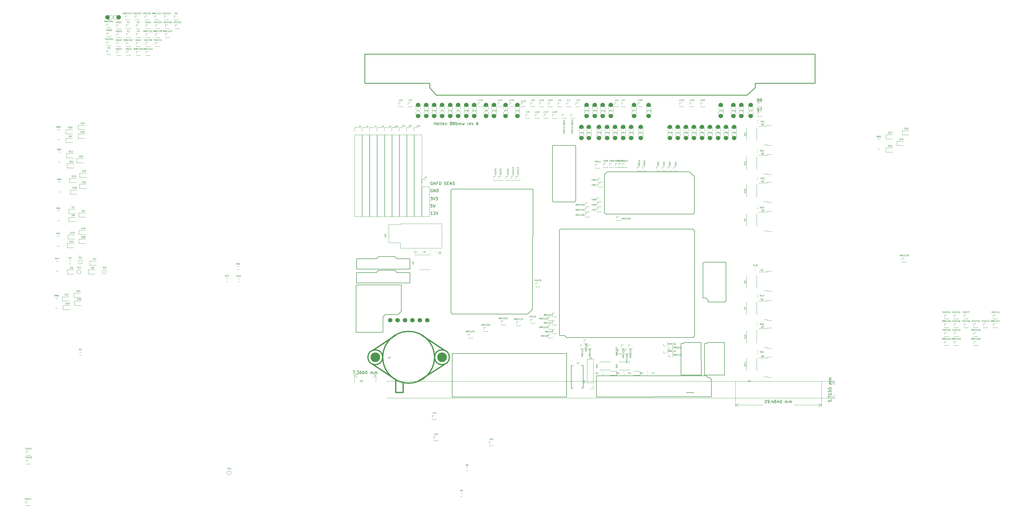
<source format=gto>
G04 #@! TF.GenerationSoftware,KiCad,Pcbnew,(5.99.0-11164-g062c4fda62)*
G04 #@! TF.CreationDate,2021-07-14T15:35:42+03:00*
G04 #@! TF.ProjectId,hellen88bmw,68656c6c-656e-4383-9862-6d772e6b6963,rev?*
G04 #@! TF.SameCoordinates,PX3d1b110PY9269338*
G04 #@! TF.FileFunction,Legend,Top*
G04 #@! TF.FilePolarity,Positive*
%FSLAX46Y46*%
G04 Gerber Fmt 4.6, Leading zero omitted, Abs format (unit mm)*
G04 Created by KiCad (PCBNEW (5.99.0-11164-g062c4fda62)) date 2021-07-14 15:35:42*
%MOMM*%
%LPD*%
G01*
G04 APERTURE LIST*
%ADD10C,0.150000*%
%ADD11C,0.120000*%
%ADD12C,0.070000*%
%ADD13C,0.249936*%
%ADD14C,0.099060*%
%ADD15C,0.200000*%
%ADD16C,0.381000*%
%ADD17C,1.524000*%
%ADD18C,3.302000*%
G04 APERTURE END LIST*
D10*
X26209452Y68820620D02*
X26828500Y68820620D01*
X26495166Y68439667D01*
X26638023Y68439667D01*
X26733261Y68392048D01*
X26780880Y68344429D01*
X26828500Y68249191D01*
X26828500Y68011096D01*
X26780880Y67915858D01*
X26733261Y67868239D01*
X26638023Y67820620D01*
X26352309Y67820620D01*
X26257071Y67868239D01*
X26209452Y67915858D01*
X27114214Y68820620D02*
X27447547Y67820620D01*
X27780880Y68820620D01*
X28018976Y68820620D02*
X28638023Y68820620D01*
X28304690Y68439667D01*
X28447547Y68439667D01*
X28542785Y68392048D01*
X28590404Y68344429D01*
X28638023Y68249191D01*
X28638023Y68011096D01*
X28590404Y67915858D01*
X28542785Y67868239D01*
X28447547Y67820620D01*
X28161833Y67820620D01*
X28066595Y67868239D01*
X28018976Y67915858D01*
X26733261Y66320620D02*
X26257071Y66320620D01*
X26209452Y65844429D01*
X26257071Y65892048D01*
X26352309Y65939667D01*
X26590404Y65939667D01*
X26685642Y65892048D01*
X26733261Y65844429D01*
X26780880Y65749191D01*
X26780880Y65511096D01*
X26733261Y65415858D01*
X26685642Y65368239D01*
X26590404Y65320620D01*
X26352309Y65320620D01*
X26257071Y65368239D01*
X26209452Y65415858D01*
X27066595Y66320620D02*
X27399928Y65320620D01*
X27733261Y66320620D01*
X26828500Y62820620D02*
X26257071Y62820620D01*
X26542785Y62820620D02*
X26542785Y63820620D01*
X26447547Y63677762D01*
X26352309Y63582524D01*
X26257071Y63534905D01*
X27209452Y63725381D02*
X27257071Y63773000D01*
X27352309Y63820620D01*
X27590404Y63820620D01*
X27685642Y63773000D01*
X27733261Y63725381D01*
X27780880Y63630143D01*
X27780880Y63534905D01*
X27733261Y63392048D01*
X27161833Y62820620D01*
X27780880Y62820620D01*
X28066595Y63820620D02*
X28399928Y62820620D01*
X28733261Y63820620D01*
X26816595Y74023000D02*
X26721357Y74070620D01*
X26578500Y74070620D01*
X26435642Y74023000D01*
X26340404Y73927762D01*
X26292785Y73832524D01*
X26245166Y73642048D01*
X26245166Y73499191D01*
X26292785Y73308715D01*
X26340404Y73213477D01*
X26435642Y73118239D01*
X26578500Y73070620D01*
X26673738Y73070620D01*
X26816595Y73118239D01*
X26864214Y73165858D01*
X26864214Y73499191D01*
X26673738Y73499191D01*
X27292785Y73070620D02*
X27292785Y74070620D01*
X27864214Y73070620D01*
X27864214Y74070620D01*
X28673738Y73594429D02*
X28340404Y73594429D01*
X28340404Y73070620D02*
X28340404Y74070620D01*
X28816595Y74070620D01*
X29197547Y73070620D02*
X29197547Y74070620D01*
X29435642Y74070620D01*
X29578500Y74023000D01*
X29673738Y73927762D01*
X29721357Y73832524D01*
X29768976Y73642048D01*
X29768976Y73499191D01*
X29721357Y73308715D01*
X29673738Y73213477D01*
X29578500Y73118239D01*
X29435642Y73070620D01*
X29197547Y73070620D01*
X30911833Y73118239D02*
X31054690Y73070620D01*
X31292785Y73070620D01*
X31388023Y73118239D01*
X31435642Y73165858D01*
X31483261Y73261096D01*
X31483261Y73356334D01*
X31435642Y73451572D01*
X31388023Y73499191D01*
X31292785Y73546810D01*
X31102309Y73594429D01*
X31007071Y73642048D01*
X30959452Y73689667D01*
X30911833Y73784905D01*
X30911833Y73880143D01*
X30959452Y73975381D01*
X31007071Y74023000D01*
X31102309Y74070620D01*
X31340404Y74070620D01*
X31483261Y74023000D01*
X31911833Y73594429D02*
X32245166Y73594429D01*
X32388023Y73070620D02*
X31911833Y73070620D01*
X31911833Y74070620D01*
X32388023Y74070620D01*
X32816595Y73070620D02*
X32816595Y74070620D01*
X33388023Y73070620D01*
X33388023Y74070620D01*
X33816595Y73118239D02*
X33959452Y73070620D01*
X34197547Y73070620D01*
X34292785Y73118239D01*
X34340404Y73165858D01*
X34388023Y73261096D01*
X34388023Y73356334D01*
X34340404Y73451572D01*
X34292785Y73499191D01*
X34197547Y73546810D01*
X34007071Y73594429D01*
X33911833Y73642048D01*
X33864214Y73689667D01*
X33816595Y73784905D01*
X33816595Y73880143D01*
X33864214Y73975381D01*
X33911833Y74023000D01*
X34007071Y74070620D01*
X34245166Y74070620D01*
X34388023Y74023000D01*
X138354571Y102142048D02*
X138259333Y102189667D01*
X138211714Y102237286D01*
X138164095Y102332524D01*
X138164095Y102380143D01*
X138211714Y102475381D01*
X138259333Y102523000D01*
X138354571Y102570620D01*
X138545047Y102570620D01*
X138640285Y102523000D01*
X138687904Y102475381D01*
X138735523Y102380143D01*
X138735523Y102332524D01*
X138687904Y102237286D01*
X138640285Y102189667D01*
X138545047Y102142048D01*
X138354571Y102142048D01*
X138259333Y102094429D01*
X138211714Y102046810D01*
X138164095Y101951572D01*
X138164095Y101761096D01*
X138211714Y101665858D01*
X138259333Y101618239D01*
X138354571Y101570620D01*
X138545047Y101570620D01*
X138640285Y101618239D01*
X138687904Y101665858D01*
X138735523Y101761096D01*
X138735523Y101951572D01*
X138687904Y102046810D01*
X138640285Y102094429D01*
X138545047Y102142048D01*
X139306952Y102142048D02*
X139211714Y102189667D01*
X139164095Y102237286D01*
X139116476Y102332524D01*
X139116476Y102380143D01*
X139164095Y102475381D01*
X139211714Y102523000D01*
X139306952Y102570620D01*
X139497428Y102570620D01*
X139592666Y102523000D01*
X139640285Y102475381D01*
X139687904Y102380143D01*
X139687904Y102332524D01*
X139640285Y102237286D01*
X139592666Y102189667D01*
X139497428Y102142048D01*
X139306952Y102142048D01*
X139211714Y102094429D01*
X139164095Y102046810D01*
X139116476Y101951572D01*
X139116476Y101761096D01*
X139164095Y101665858D01*
X139211714Y101618239D01*
X139306952Y101570620D01*
X139497428Y101570620D01*
X139592666Y101618239D01*
X139640285Y101665858D01*
X139687904Y101761096D01*
X139687904Y101951572D01*
X139640285Y102046810D01*
X139592666Y102094429D01*
X139497428Y102142048D01*
X26792785Y71523000D02*
X26697547Y71570620D01*
X26554690Y71570620D01*
X26411833Y71523000D01*
X26316595Y71427762D01*
X26268976Y71332524D01*
X26221357Y71142048D01*
X26221357Y70999191D01*
X26268976Y70808715D01*
X26316595Y70713477D01*
X26411833Y70618239D01*
X26554690Y70570620D01*
X26649928Y70570620D01*
X26792785Y70618239D01*
X26840404Y70665858D01*
X26840404Y70999191D01*
X26649928Y70999191D01*
X27268976Y70570620D02*
X27268976Y71570620D01*
X27840404Y70570620D01*
X27840404Y71570620D01*
X28316595Y70570620D02*
X28316595Y71570620D01*
X28554690Y71570620D01*
X28697547Y71523000D01*
X28792785Y71427762D01*
X28840404Y71332524D01*
X28888023Y71142048D01*
X28888023Y70999191D01*
X28840404Y70808715D01*
X28792785Y70713477D01*
X28697547Y70618239D01*
X28554690Y70570620D01*
X28316595Y70570620D01*
X27521238Y93570620D02*
X27521238Y94570620D01*
X27521238Y94094429D02*
X28092666Y94094429D01*
X28092666Y93570620D02*
X28092666Y94570620D01*
X28949809Y93618239D02*
X28854571Y93570620D01*
X28664095Y93570620D01*
X28568857Y93618239D01*
X28521238Y93713477D01*
X28521238Y94094429D01*
X28568857Y94189667D01*
X28664095Y94237286D01*
X28854571Y94237286D01*
X28949809Y94189667D01*
X28997428Y94094429D01*
X28997428Y93999191D01*
X28521238Y93903953D01*
X29568857Y93570620D02*
X29473619Y93618239D01*
X29426000Y93713477D01*
X29426000Y94570620D01*
X30092666Y93570620D02*
X29997428Y93618239D01*
X29949809Y93713477D01*
X29949809Y94570620D01*
X30854571Y93618239D02*
X30759333Y93570620D01*
X30568857Y93570620D01*
X30473619Y93618239D01*
X30426000Y93713477D01*
X30426000Y94094429D01*
X30473619Y94189667D01*
X30568857Y94237286D01*
X30759333Y94237286D01*
X30854571Y94189667D01*
X30902190Y94094429D01*
X30902190Y93999191D01*
X30426000Y93903953D01*
X31330761Y94237286D02*
X31330761Y93570620D01*
X31330761Y94142048D02*
X31378380Y94189667D01*
X31473619Y94237286D01*
X31616476Y94237286D01*
X31711714Y94189667D01*
X31759333Y94094429D01*
X31759333Y93570620D01*
X33140285Y94142048D02*
X33045047Y94189667D01*
X32997428Y94237286D01*
X32949809Y94332524D01*
X32949809Y94380143D01*
X32997428Y94475381D01*
X33045047Y94523000D01*
X33140285Y94570620D01*
X33330761Y94570620D01*
X33426000Y94523000D01*
X33473619Y94475381D01*
X33521238Y94380143D01*
X33521238Y94332524D01*
X33473619Y94237286D01*
X33426000Y94189667D01*
X33330761Y94142048D01*
X33140285Y94142048D01*
X33045047Y94094429D01*
X32997428Y94046810D01*
X32949809Y93951572D01*
X32949809Y93761096D01*
X32997428Y93665858D01*
X33045047Y93618239D01*
X33140285Y93570620D01*
X33330761Y93570620D01*
X33426000Y93618239D01*
X33473619Y93665858D01*
X33521238Y93761096D01*
X33521238Y93951572D01*
X33473619Y94046810D01*
X33426000Y94094429D01*
X33330761Y94142048D01*
X34092666Y94142048D02*
X33997428Y94189667D01*
X33949809Y94237286D01*
X33902190Y94332524D01*
X33902190Y94380143D01*
X33949809Y94475381D01*
X33997428Y94523000D01*
X34092666Y94570620D01*
X34283142Y94570620D01*
X34378380Y94523000D01*
X34426000Y94475381D01*
X34473619Y94380143D01*
X34473619Y94332524D01*
X34426000Y94237286D01*
X34378380Y94189667D01*
X34283142Y94142048D01*
X34092666Y94142048D01*
X33997428Y94094429D01*
X33949809Y94046810D01*
X33902190Y93951572D01*
X33902190Y93761096D01*
X33949809Y93665858D01*
X33997428Y93618239D01*
X34092666Y93570620D01*
X34283142Y93570620D01*
X34378380Y93618239D01*
X34426000Y93665858D01*
X34473619Y93761096D01*
X34473619Y93951572D01*
X34426000Y94046810D01*
X34378380Y94094429D01*
X34283142Y94142048D01*
X34902190Y93570620D02*
X34902190Y94570620D01*
X34902190Y94189667D02*
X34997428Y94237286D01*
X35187904Y94237286D01*
X35283142Y94189667D01*
X35330761Y94142048D01*
X35378380Y94046810D01*
X35378380Y93761096D01*
X35330761Y93665858D01*
X35283142Y93618239D01*
X35187904Y93570620D01*
X34997428Y93570620D01*
X34902190Y93618239D01*
X35806952Y93570620D02*
X35806952Y94237286D01*
X35806952Y94142048D02*
X35854571Y94189667D01*
X35949809Y94237286D01*
X36092666Y94237286D01*
X36187904Y94189667D01*
X36235523Y94094429D01*
X36235523Y93570620D01*
X36235523Y94094429D02*
X36283142Y94189667D01*
X36378380Y94237286D01*
X36521238Y94237286D01*
X36616476Y94189667D01*
X36664095Y94094429D01*
X36664095Y93570620D01*
X37045047Y94237286D02*
X37235523Y93570620D01*
X37426000Y94046810D01*
X37616476Y93570620D01*
X37806952Y94237286D01*
X38949809Y93570620D02*
X38949809Y94237286D01*
X38949809Y94046810D02*
X38997428Y94142048D01*
X39045047Y94189667D01*
X39140285Y94237286D01*
X39235523Y94237286D01*
X39949809Y93618239D02*
X39854571Y93570620D01*
X39664095Y93570620D01*
X39568857Y93618239D01*
X39521238Y93713477D01*
X39521238Y94094429D01*
X39568857Y94189667D01*
X39664095Y94237286D01*
X39854571Y94237286D01*
X39949809Y94189667D01*
X39997428Y94094429D01*
X39997428Y93999191D01*
X39521238Y93903953D01*
X40330761Y94237286D02*
X40568857Y93570620D01*
X40806952Y94237286D01*
X41902190Y93856334D02*
X42378380Y93856334D01*
X41806952Y93570620D02*
X42140285Y94570620D01*
X42473619Y93570620D01*
X138354571Y98892048D02*
X138259333Y98939667D01*
X138211714Y98987286D01*
X138164095Y99082524D01*
X138164095Y99130143D01*
X138211714Y99225381D01*
X138259333Y99273000D01*
X138354571Y99320620D01*
X138545047Y99320620D01*
X138640285Y99273000D01*
X138687904Y99225381D01*
X138735523Y99130143D01*
X138735523Y99082524D01*
X138687904Y98987286D01*
X138640285Y98939667D01*
X138545047Y98892048D01*
X138354571Y98892048D01*
X138259333Y98844429D01*
X138211714Y98796810D01*
X138164095Y98701572D01*
X138164095Y98511096D01*
X138211714Y98415858D01*
X138259333Y98368239D01*
X138354571Y98320620D01*
X138545047Y98320620D01*
X138640285Y98368239D01*
X138687904Y98415858D01*
X138735523Y98511096D01*
X138735523Y98701572D01*
X138687904Y98796810D01*
X138640285Y98844429D01*
X138545047Y98892048D01*
X139068857Y99320620D02*
X139735523Y99320620D01*
X139306952Y98320620D01*
X140734952Y-862619D02*
X140782571Y-815000D01*
X140877809Y-767380D01*
X141115904Y-767380D01*
X141211142Y-815000D01*
X141258761Y-862619D01*
X141306380Y-957857D01*
X141306380Y-1053095D01*
X141258761Y-1195952D01*
X140687333Y-1767380D01*
X141306380Y-1767380D01*
X141782571Y-1767380D02*
X141973047Y-1767380D01*
X142068285Y-1719761D01*
X142115904Y-1672142D01*
X142211142Y-1529285D01*
X142258761Y-1338809D01*
X142258761Y-957857D01*
X142211142Y-862619D01*
X142163523Y-815000D01*
X142068285Y-767380D01*
X141877809Y-767380D01*
X141782571Y-815000D01*
X141734952Y-862619D01*
X141687333Y-957857D01*
X141687333Y-1195952D01*
X141734952Y-1291190D01*
X141782571Y-1338809D01*
X141877809Y-1386428D01*
X142068285Y-1386428D01*
X142163523Y-1338809D01*
X142211142Y-1291190D01*
X142258761Y-1195952D01*
X142687333Y-1672142D02*
X142734952Y-1719761D01*
X142687333Y-1767380D01*
X142639714Y-1719761D01*
X142687333Y-1672142D01*
X142687333Y-1767380D01*
X143592095Y-1100714D02*
X143592095Y-1767380D01*
X143354000Y-719761D02*
X143115904Y-1434047D01*
X143734952Y-1434047D01*
X144544476Y-767380D02*
X144354000Y-767380D01*
X144258761Y-815000D01*
X144211142Y-862619D01*
X144115904Y-1005476D01*
X144068285Y-1195952D01*
X144068285Y-1576904D01*
X144115904Y-1672142D01*
X144163523Y-1719761D01*
X144258761Y-1767380D01*
X144449238Y-1767380D01*
X144544476Y-1719761D01*
X144592095Y-1672142D01*
X144639714Y-1576904D01*
X144639714Y-1338809D01*
X144592095Y-1243571D01*
X144544476Y-1195952D01*
X144449238Y-1148333D01*
X144258761Y-1148333D01*
X144163523Y-1195952D01*
X144115904Y-1243571D01*
X144068285Y-1338809D01*
X145496857Y-1100714D02*
X145496857Y-1767380D01*
X145258761Y-719761D02*
X145020666Y-1434047D01*
X145639714Y-1434047D01*
X146211142Y-767380D02*
X146306380Y-767380D01*
X146401619Y-815000D01*
X146449238Y-862619D01*
X146496857Y-957857D01*
X146544476Y-1148333D01*
X146544476Y-1386428D01*
X146496857Y-1576904D01*
X146449238Y-1672142D01*
X146401619Y-1719761D01*
X146306380Y-1767380D01*
X146211142Y-1767380D01*
X146115904Y-1719761D01*
X146068285Y-1672142D01*
X146020666Y-1576904D01*
X145973047Y-1386428D01*
X145973047Y-1148333D01*
X146020666Y-957857D01*
X146068285Y-862619D01*
X146115904Y-815000D01*
X146211142Y-767380D01*
X147734952Y-1767380D02*
X147734952Y-1100714D01*
X147734952Y-1195952D02*
X147782571Y-1148333D01*
X147877809Y-1100714D01*
X148020666Y-1100714D01*
X148115904Y-1148333D01*
X148163523Y-1243571D01*
X148163523Y-1767380D01*
X148163523Y-1243571D02*
X148211142Y-1148333D01*
X148306380Y-1100714D01*
X148449238Y-1100714D01*
X148544476Y-1148333D01*
X148592095Y-1243571D01*
X148592095Y-1767380D01*
X149068285Y-1767380D02*
X149068285Y-1100714D01*
X149068285Y-1195952D02*
X149115904Y-1148333D01*
X149211142Y-1100714D01*
X149354000Y-1100714D01*
X149449238Y-1148333D01*
X149496857Y-1243571D01*
X149496857Y-1767380D01*
X149496857Y-1243571D02*
X149544476Y-1148333D01*
X149639714Y-1100714D01*
X149782571Y-1100714D01*
X149877809Y-1148333D01*
X149925428Y-1243571D01*
X149925428Y-1767380D01*
D11*
X160086000Y5663000D02*
X160086000Y-3051420D01*
X130622000Y5663000D02*
X130622000Y-3051420D01*
X160086000Y-2465000D02*
X150738524Y-2465000D01*
X139969476Y-2465000D02*
X130622000Y-2465000D01*
X160086000Y-2465000D02*
X158959496Y-1878579D01*
X160086000Y-2465000D02*
X158959496Y-3051421D01*
X130622000Y-2465000D02*
X131748504Y-3051421D01*
X130622000Y-2465000D02*
X131748504Y-1878579D01*
D10*
X162496380Y-813547D02*
X162496380Y-1289738D01*
X162972571Y-1337357D01*
X162924952Y-1289738D01*
X162877333Y-1194500D01*
X162877333Y-956404D01*
X162924952Y-861166D01*
X162972571Y-813547D01*
X163067809Y-765928D01*
X163305904Y-765928D01*
X163401142Y-813547D01*
X163448761Y-861166D01*
X163496380Y-956404D01*
X163496380Y-1194500D01*
X163448761Y-1289738D01*
X163401142Y-1337357D01*
X163401142Y-337357D02*
X163448761Y-289738D01*
X163496380Y-337357D01*
X163448761Y-384976D01*
X163401142Y-337357D01*
X163496380Y-337357D01*
X162496380Y43596D02*
X162496380Y710262D01*
X163496380Y281691D01*
X163496380Y1615024D02*
X163496380Y1043596D01*
X163496380Y1329310D02*
X162496380Y1329310D01*
X162639238Y1234072D01*
X162734476Y1138834D01*
X162782095Y1043596D01*
X162496380Y2519786D02*
X162496380Y2043596D01*
X162972571Y1995977D01*
X162924952Y2043596D01*
X162877333Y2138834D01*
X162877333Y2376929D01*
X162924952Y2472167D01*
X162972571Y2519786D01*
X163067809Y2567405D01*
X163305904Y2567405D01*
X163401142Y2519786D01*
X163448761Y2472167D01*
X163496380Y2376929D01*
X163496380Y2138834D01*
X163448761Y2043596D01*
X163401142Y1995977D01*
X162496380Y3186453D02*
X162496380Y3281691D01*
X162544000Y3376929D01*
X162591619Y3424548D01*
X162686857Y3472167D01*
X162877333Y3519786D01*
X163115428Y3519786D01*
X163305904Y3472167D01*
X163401142Y3424548D01*
X163448761Y3376929D01*
X163496380Y3281691D01*
X163496380Y3186453D01*
X163448761Y3091215D01*
X163401142Y3043596D01*
X163305904Y2995977D01*
X163115428Y2948358D01*
X162877333Y2948358D01*
X162686857Y2995977D01*
X162591619Y3043596D01*
X162544000Y3091215D01*
X162496380Y3186453D01*
X163496380Y4710262D02*
X162829714Y4710262D01*
X162924952Y4710262D02*
X162877333Y4757881D01*
X162829714Y4853120D01*
X162829714Y4995977D01*
X162877333Y5091215D01*
X162972571Y5138834D01*
X163496380Y5138834D01*
X162972571Y5138834D02*
X162877333Y5186453D01*
X162829714Y5281691D01*
X162829714Y5424548D01*
X162877333Y5519786D01*
X162972571Y5567405D01*
X163496380Y5567405D01*
X163496380Y6043596D02*
X162829714Y6043596D01*
X162924952Y6043596D02*
X162877333Y6091215D01*
X162829714Y6186453D01*
X162829714Y6329310D01*
X162877333Y6424548D01*
X162972571Y6472167D01*
X163496380Y6472167D01*
X162972571Y6472167D02*
X162877333Y6519786D01*
X162829714Y6615024D01*
X162829714Y6757881D01*
X162877333Y6853120D01*
X162972571Y6900739D01*
X163496380Y6900739D01*
D11*
X11032000Y-52000D02*
X164780420Y-52000D01*
X11032000Y5663000D02*
X164780420Y5663000D01*
X164194000Y-52000D02*
X164780421Y1074504D01*
X164194000Y-52000D02*
X163607579Y1074504D01*
X164194000Y5663000D02*
X163607579Y4536496D01*
X164194000Y5663000D02*
X164780421Y4536496D01*
D10*
X-441477Y9232438D02*
X225190Y9232438D01*
X-203381Y8232438D01*
X606142Y8327676D02*
X653761Y8280057D01*
X606142Y8232438D01*
X558523Y8280057D01*
X606142Y8327676D01*
X606142Y8232438D01*
X987095Y9232438D02*
X1606142Y9232438D01*
X1272809Y8851485D01*
X1415666Y8851485D01*
X1510904Y8803866D01*
X1558523Y8756247D01*
X1606142Y8661009D01*
X1606142Y8422914D01*
X1558523Y8327676D01*
X1510904Y8280057D01*
X1415666Y8232438D01*
X1129952Y8232438D01*
X1034714Y8280057D01*
X987095Y8327676D01*
X2463285Y9232438D02*
X2272809Y9232438D01*
X2177571Y9184818D01*
X2129952Y9137199D01*
X2034714Y8994342D01*
X1987095Y8803866D01*
X1987095Y8422914D01*
X2034714Y8327676D01*
X2082333Y8280057D01*
X2177571Y8232438D01*
X2368047Y8232438D01*
X2463285Y8280057D01*
X2510904Y8327676D01*
X2558523Y8422914D01*
X2558523Y8661009D01*
X2510904Y8756247D01*
X2463285Y8803866D01*
X2368047Y8851485D01*
X2177571Y8851485D01*
X2082333Y8803866D01*
X2034714Y8756247D01*
X1987095Y8661009D01*
X3415666Y9232438D02*
X3225190Y9232438D01*
X3129952Y9184818D01*
X3082333Y9137199D01*
X2987095Y8994342D01*
X2939476Y8803866D01*
X2939476Y8422914D01*
X2987095Y8327676D01*
X3034714Y8280057D01*
X3129952Y8232438D01*
X3320428Y8232438D01*
X3415666Y8280057D01*
X3463285Y8327676D01*
X3510904Y8422914D01*
X3510904Y8661009D01*
X3463285Y8756247D01*
X3415666Y8803866D01*
X3320428Y8851485D01*
X3129952Y8851485D01*
X3034714Y8803866D01*
X2987095Y8756247D01*
X2939476Y8661009D01*
X4129952Y9232438D02*
X4225190Y9232438D01*
X4320428Y9184818D01*
X4368047Y9137199D01*
X4415666Y9041961D01*
X4463285Y8851485D01*
X4463285Y8613390D01*
X4415666Y8422914D01*
X4368047Y8327676D01*
X4320428Y8280057D01*
X4225190Y8232438D01*
X4129952Y8232438D01*
X4034714Y8280057D01*
X3987095Y8327676D01*
X3939476Y8422914D01*
X3891857Y8613390D01*
X3891857Y8851485D01*
X3939476Y9041961D01*
X3987095Y9137199D01*
X4034714Y9184818D01*
X4129952Y9232438D01*
X5653761Y8232438D02*
X5653761Y8899104D01*
X5653761Y8803866D02*
X5701380Y8851485D01*
X5796619Y8899104D01*
X5939476Y8899104D01*
X6034714Y8851485D01*
X6082333Y8756247D01*
X6082333Y8232438D01*
X6082333Y8756247D02*
X6129952Y8851485D01*
X6225190Y8899104D01*
X6368047Y8899104D01*
X6463285Y8851485D01*
X6510904Y8756247D01*
X6510904Y8232438D01*
X6987095Y8232438D02*
X6987095Y8899104D01*
X6987095Y8803866D02*
X7034714Y8851485D01*
X7129952Y8899104D01*
X7272809Y8899104D01*
X7368047Y8851485D01*
X7415666Y8756247D01*
X7415666Y8232438D01*
X7415666Y8756247D02*
X7463285Y8851485D01*
X7558523Y8899104D01*
X7701380Y8899104D01*
X7796619Y8851485D01*
X7844238Y8756247D01*
X7844238Y8232438D01*
D11*
X66000Y5409000D02*
X66000Y8121238D01*
X7432000Y5409000D02*
X7432000Y8121238D01*
X66000Y7534818D02*
X1192504Y6948397D01*
X66000Y7534818D02*
X1192504Y8121239D01*
X7432000Y7534818D02*
X6305496Y8121239D01*
X7432000Y7534818D02*
X6305496Y6948397D01*
D12*
G04 #@! TO.C,JP1*
X21509333Y98733310D02*
X21509333Y98376167D01*
X21485523Y98304739D01*
X21437904Y98257120D01*
X21366476Y98233310D01*
X21318857Y98233310D01*
X21747428Y98233310D02*
X21747428Y98733310D01*
X21937904Y98733310D01*
X21985523Y98709500D01*
X22009333Y98685691D01*
X22033142Y98638072D01*
X22033142Y98566643D01*
X22009333Y98519024D01*
X21985523Y98495215D01*
X21937904Y98471405D01*
X21747428Y98471405D01*
X22509333Y98233310D02*
X22223619Y98233310D01*
X22366476Y98233310D02*
X22366476Y98733310D01*
X22318857Y98661881D01*
X22271238Y98614262D01*
X22223619Y98590453D01*
G04 #@! TO.C,JP3*
X29759333Y98733310D02*
X29759333Y98376167D01*
X29735523Y98304739D01*
X29687904Y98257120D01*
X29616476Y98233310D01*
X29568857Y98233310D01*
X29997428Y98233310D02*
X29997428Y98733310D01*
X30187904Y98733310D01*
X30235523Y98709500D01*
X30259333Y98685691D01*
X30283142Y98638072D01*
X30283142Y98566643D01*
X30259333Y98519024D01*
X30235523Y98495215D01*
X30187904Y98471405D01*
X29997428Y98471405D01*
X30449809Y98733310D02*
X30759333Y98733310D01*
X30592666Y98542834D01*
X30664095Y98542834D01*
X30711714Y98519024D01*
X30735523Y98495215D01*
X30759333Y98447596D01*
X30759333Y98328548D01*
X30735523Y98280929D01*
X30711714Y98257120D01*
X30664095Y98233310D01*
X30521238Y98233310D01*
X30473619Y98257120D01*
X30449809Y98280929D01*
G04 #@! TO.C,JP4*
X35259333Y98733310D02*
X35259333Y98376167D01*
X35235523Y98304739D01*
X35187904Y98257120D01*
X35116476Y98233310D01*
X35068857Y98233310D01*
X35497428Y98233310D02*
X35497428Y98733310D01*
X35687904Y98733310D01*
X35735523Y98709500D01*
X35759333Y98685691D01*
X35783142Y98638072D01*
X35783142Y98566643D01*
X35759333Y98519024D01*
X35735523Y98495215D01*
X35687904Y98471405D01*
X35497428Y98471405D01*
X36211714Y98566643D02*
X36211714Y98233310D01*
X36092666Y98757120D02*
X35973619Y98399977D01*
X36283142Y98399977D01*
G04 #@! TO.C,JP5*
X44759333Y98733310D02*
X44759333Y98376167D01*
X44735523Y98304739D01*
X44687904Y98257120D01*
X44616476Y98233310D01*
X44568857Y98233310D01*
X44997428Y98233310D02*
X44997428Y98733310D01*
X45187904Y98733310D01*
X45235523Y98709500D01*
X45259333Y98685691D01*
X45283142Y98638072D01*
X45283142Y98566643D01*
X45259333Y98519024D01*
X45235523Y98495215D01*
X45187904Y98471405D01*
X44997428Y98471405D01*
X45735523Y98733310D02*
X45497428Y98733310D01*
X45473619Y98495215D01*
X45497428Y98519024D01*
X45545047Y98542834D01*
X45664095Y98542834D01*
X45711714Y98519024D01*
X45735523Y98495215D01*
X45759333Y98447596D01*
X45759333Y98328548D01*
X45735523Y98280929D01*
X45711714Y98257120D01*
X45664095Y98233310D01*
X45545047Y98233310D01*
X45497428Y98257120D01*
X45473619Y98280929D01*
G04 #@! TO.C,JP7*
X51509333Y98733310D02*
X51509333Y98376167D01*
X51485523Y98304739D01*
X51437904Y98257120D01*
X51366476Y98233310D01*
X51318857Y98233310D01*
X51747428Y98233310D02*
X51747428Y98733310D01*
X51937904Y98733310D01*
X51985523Y98709500D01*
X52009333Y98685691D01*
X52033142Y98638072D01*
X52033142Y98566643D01*
X52009333Y98519024D01*
X51985523Y98495215D01*
X51937904Y98471405D01*
X51747428Y98471405D01*
X52199809Y98733310D02*
X52533142Y98733310D01*
X52318857Y98233310D01*
G04 #@! TO.C,JP14*
X79021238Y98733310D02*
X79021238Y98376167D01*
X78997428Y98304739D01*
X78949809Y98257120D01*
X78878380Y98233310D01*
X78830761Y98233310D01*
X79259333Y98233310D02*
X79259333Y98733310D01*
X79449809Y98733310D01*
X79497428Y98709500D01*
X79521238Y98685691D01*
X79545047Y98638072D01*
X79545047Y98566643D01*
X79521238Y98519024D01*
X79497428Y98495215D01*
X79449809Y98471405D01*
X79259333Y98471405D01*
X80021238Y98233310D02*
X79735523Y98233310D01*
X79878380Y98233310D02*
X79878380Y98733310D01*
X79830761Y98661881D01*
X79783142Y98614262D01*
X79735523Y98590453D01*
X80449809Y98566643D02*
X80449809Y98233310D01*
X80330761Y98757120D02*
X80211714Y98399977D01*
X80521238Y98399977D01*
G04 #@! TO.C,JP16*
X84521238Y98733310D02*
X84521238Y98376167D01*
X84497428Y98304739D01*
X84449809Y98257120D01*
X84378380Y98233310D01*
X84330761Y98233310D01*
X84759333Y98233310D02*
X84759333Y98733310D01*
X84949809Y98733310D01*
X84997428Y98709500D01*
X85021238Y98685691D01*
X85045047Y98638072D01*
X85045047Y98566643D01*
X85021238Y98519024D01*
X84997428Y98495215D01*
X84949809Y98471405D01*
X84759333Y98471405D01*
X85521238Y98233310D02*
X85235523Y98233310D01*
X85378380Y98233310D02*
X85378380Y98733310D01*
X85330761Y98661881D01*
X85283142Y98614262D01*
X85235523Y98590453D01*
X85949809Y98733310D02*
X85854571Y98733310D01*
X85806952Y98709500D01*
X85783142Y98685691D01*
X85735523Y98614262D01*
X85711714Y98519024D01*
X85711714Y98328548D01*
X85735523Y98280929D01*
X85759333Y98257120D01*
X85806952Y98233310D01*
X85902190Y98233310D01*
X85949809Y98257120D01*
X85973619Y98280929D01*
X85997428Y98328548D01*
X85997428Y98447596D01*
X85973619Y98495215D01*
X85949809Y98519024D01*
X85902190Y98542834D01*
X85806952Y98542834D01*
X85759333Y98519024D01*
X85735523Y98495215D01*
X85711714Y98447596D01*
G04 #@! TO.C,JP17*
X87271238Y98733310D02*
X87271238Y98376167D01*
X87247428Y98304739D01*
X87199809Y98257120D01*
X87128380Y98233310D01*
X87080761Y98233310D01*
X87509333Y98233310D02*
X87509333Y98733310D01*
X87699809Y98733310D01*
X87747428Y98709500D01*
X87771238Y98685691D01*
X87795047Y98638072D01*
X87795047Y98566643D01*
X87771238Y98519024D01*
X87747428Y98495215D01*
X87699809Y98471405D01*
X87509333Y98471405D01*
X88271238Y98233310D02*
X87985523Y98233310D01*
X88128380Y98233310D02*
X88128380Y98733310D01*
X88080761Y98661881D01*
X88033142Y98614262D01*
X87985523Y98590453D01*
X88437904Y98733310D02*
X88771238Y98733310D01*
X88556952Y98233310D01*
G04 #@! TO.C,JP20*
X94271238Y91233310D02*
X94271238Y90876167D01*
X94247428Y90804739D01*
X94199809Y90757120D01*
X94128380Y90733310D01*
X94080761Y90733310D01*
X94509333Y90733310D02*
X94509333Y91233310D01*
X94699809Y91233310D01*
X94747428Y91209500D01*
X94771238Y91185691D01*
X94795047Y91138072D01*
X94795047Y91066643D01*
X94771238Y91019024D01*
X94747428Y90995215D01*
X94699809Y90971405D01*
X94509333Y90971405D01*
X94985523Y91185691D02*
X95009333Y91209500D01*
X95056952Y91233310D01*
X95176000Y91233310D01*
X95223619Y91209500D01*
X95247428Y91185691D01*
X95271238Y91138072D01*
X95271238Y91090453D01*
X95247428Y91019024D01*
X94961714Y90733310D01*
X95271238Y90733310D01*
X95580761Y91233310D02*
X95628380Y91233310D01*
X95676000Y91209500D01*
X95699809Y91185691D01*
X95723619Y91138072D01*
X95747428Y91042834D01*
X95747428Y90923786D01*
X95723619Y90828548D01*
X95699809Y90780929D01*
X95676000Y90757120D01*
X95628380Y90733310D01*
X95580761Y90733310D01*
X95533142Y90757120D01*
X95509333Y90780929D01*
X95485523Y90828548D01*
X95461714Y90923786D01*
X95461714Y91042834D01*
X95485523Y91138072D01*
X95509333Y91185691D01*
X95533142Y91209500D01*
X95580761Y91233310D01*
G04 #@! TO.C,JP21*
X97521238Y91233310D02*
X97521238Y90876167D01*
X97497428Y90804739D01*
X97449809Y90757120D01*
X97378380Y90733310D01*
X97330761Y90733310D01*
X97759333Y90733310D02*
X97759333Y91233310D01*
X97949809Y91233310D01*
X97997428Y91209500D01*
X98021238Y91185691D01*
X98045047Y91138072D01*
X98045047Y91066643D01*
X98021238Y91019024D01*
X97997428Y90995215D01*
X97949809Y90971405D01*
X97759333Y90971405D01*
X98235523Y91185691D02*
X98259333Y91209500D01*
X98306952Y91233310D01*
X98426000Y91233310D01*
X98473619Y91209500D01*
X98497428Y91185691D01*
X98521238Y91138072D01*
X98521238Y91090453D01*
X98497428Y91019024D01*
X98211714Y90733310D01*
X98521238Y90733310D01*
X98997428Y90733310D02*
X98711714Y90733310D01*
X98854571Y90733310D02*
X98854571Y91233310D01*
X98806952Y91161881D01*
X98759333Y91114262D01*
X98711714Y91090453D01*
G04 #@! TO.C,JP22*
X110271238Y91233310D02*
X110271238Y90876167D01*
X110247428Y90804739D01*
X110199809Y90757120D01*
X110128380Y90733310D01*
X110080761Y90733310D01*
X110509333Y90733310D02*
X110509333Y91233310D01*
X110699809Y91233310D01*
X110747428Y91209500D01*
X110771238Y91185691D01*
X110795047Y91138072D01*
X110795047Y91066643D01*
X110771238Y91019024D01*
X110747428Y90995215D01*
X110699809Y90971405D01*
X110509333Y90971405D01*
X110985523Y91185691D02*
X111009333Y91209500D01*
X111056952Y91233310D01*
X111176000Y91233310D01*
X111223619Y91209500D01*
X111247428Y91185691D01*
X111271238Y91138072D01*
X111271238Y91090453D01*
X111247428Y91019024D01*
X110961714Y90733310D01*
X111271238Y90733310D01*
X111461714Y91185691D02*
X111485523Y91209500D01*
X111533142Y91233310D01*
X111652190Y91233310D01*
X111699809Y91209500D01*
X111723619Y91185691D01*
X111747428Y91138072D01*
X111747428Y91090453D01*
X111723619Y91019024D01*
X111437904Y90733310D01*
X111747428Y90733310D01*
G04 #@! TO.C,JP23*
X115771238Y91233310D02*
X115771238Y90876167D01*
X115747428Y90804739D01*
X115699809Y90757120D01*
X115628380Y90733310D01*
X115580761Y90733310D01*
X116009333Y90733310D02*
X116009333Y91233310D01*
X116199809Y91233310D01*
X116247428Y91209500D01*
X116271238Y91185691D01*
X116295047Y91138072D01*
X116295047Y91066643D01*
X116271238Y91019024D01*
X116247428Y90995215D01*
X116199809Y90971405D01*
X116009333Y90971405D01*
X116485523Y91185691D02*
X116509333Y91209500D01*
X116556952Y91233310D01*
X116676000Y91233310D01*
X116723619Y91209500D01*
X116747428Y91185691D01*
X116771238Y91138072D01*
X116771238Y91090453D01*
X116747428Y91019024D01*
X116461714Y90733310D01*
X116771238Y90733310D01*
X116937904Y91233310D02*
X117247428Y91233310D01*
X117080761Y91042834D01*
X117152190Y91042834D01*
X117199809Y91019024D01*
X117223619Y90995215D01*
X117247428Y90947596D01*
X117247428Y90828548D01*
X117223619Y90780929D01*
X117199809Y90757120D01*
X117152190Y90733310D01*
X117009333Y90733310D01*
X116961714Y90757120D01*
X116937904Y90780929D01*
G04 #@! TO.C,JP24*
X121271238Y91233310D02*
X121271238Y90876167D01*
X121247428Y90804739D01*
X121199809Y90757120D01*
X121128380Y90733310D01*
X121080761Y90733310D01*
X121509333Y90733310D02*
X121509333Y91233310D01*
X121699809Y91233310D01*
X121747428Y91209500D01*
X121771238Y91185691D01*
X121795047Y91138072D01*
X121795047Y91066643D01*
X121771238Y91019024D01*
X121747428Y90995215D01*
X121699809Y90971405D01*
X121509333Y90971405D01*
X121985523Y91185691D02*
X122009333Y91209500D01*
X122056952Y91233310D01*
X122176000Y91233310D01*
X122223619Y91209500D01*
X122247428Y91185691D01*
X122271238Y91138072D01*
X122271238Y91090453D01*
X122247428Y91019024D01*
X121961714Y90733310D01*
X122271238Y90733310D01*
X122699809Y91066643D02*
X122699809Y90733310D01*
X122580761Y91257120D02*
X122461714Y90899977D01*
X122771238Y90899977D01*
G04 #@! TO.C,JP25*
X125021238Y98733310D02*
X125021238Y98376167D01*
X124997428Y98304739D01*
X124949809Y98257120D01*
X124878380Y98233310D01*
X124830761Y98233310D01*
X125259333Y98233310D02*
X125259333Y98733310D01*
X125449809Y98733310D01*
X125497428Y98709500D01*
X125521238Y98685691D01*
X125545047Y98638072D01*
X125545047Y98566643D01*
X125521238Y98519024D01*
X125497428Y98495215D01*
X125449809Y98471405D01*
X125259333Y98471405D01*
X125735523Y98685691D02*
X125759333Y98709500D01*
X125806952Y98733310D01*
X125926000Y98733310D01*
X125973619Y98709500D01*
X125997428Y98685691D01*
X126021238Y98638072D01*
X126021238Y98590453D01*
X125997428Y98519024D01*
X125711714Y98233310D01*
X126021238Y98233310D01*
X126473619Y98733310D02*
X126235523Y98733310D01*
X126211714Y98495215D01*
X126235523Y98519024D01*
X126283142Y98542834D01*
X126402190Y98542834D01*
X126449809Y98519024D01*
X126473619Y98495215D01*
X126497428Y98447596D01*
X126497428Y98328548D01*
X126473619Y98280929D01*
X126449809Y98257120D01*
X126402190Y98233310D01*
X126283142Y98233310D01*
X126235523Y98257120D01*
X126211714Y98280929D01*
G04 #@! TO.C,JP26*
X129271238Y98733310D02*
X129271238Y98376167D01*
X129247428Y98304739D01*
X129199809Y98257120D01*
X129128380Y98233310D01*
X129080761Y98233310D01*
X129509333Y98233310D02*
X129509333Y98733310D01*
X129699809Y98733310D01*
X129747428Y98709500D01*
X129771238Y98685691D01*
X129795047Y98638072D01*
X129795047Y98566643D01*
X129771238Y98519024D01*
X129747428Y98495215D01*
X129699809Y98471405D01*
X129509333Y98471405D01*
X129985523Y98685691D02*
X130009333Y98709500D01*
X130056952Y98733310D01*
X130176000Y98733310D01*
X130223619Y98709500D01*
X130247428Y98685691D01*
X130271238Y98638072D01*
X130271238Y98590453D01*
X130247428Y98519024D01*
X129961714Y98233310D01*
X130271238Y98233310D01*
X130699809Y98733310D02*
X130604571Y98733310D01*
X130556952Y98709500D01*
X130533142Y98685691D01*
X130485523Y98614262D01*
X130461714Y98519024D01*
X130461714Y98328548D01*
X130485523Y98280929D01*
X130509333Y98257120D01*
X130556952Y98233310D01*
X130652190Y98233310D01*
X130699809Y98257120D01*
X130723619Y98280929D01*
X130747428Y98328548D01*
X130747428Y98447596D01*
X130723619Y98495215D01*
X130699809Y98519024D01*
X130652190Y98542834D01*
X130556952Y98542834D01*
X130509333Y98519024D01*
X130485523Y98495215D01*
X130461714Y98447596D01*
G04 #@! TO.C,JP27*
X135271238Y98733310D02*
X135271238Y98376167D01*
X135247428Y98304739D01*
X135199809Y98257120D01*
X135128380Y98233310D01*
X135080761Y98233310D01*
X135509333Y98233310D02*
X135509333Y98733310D01*
X135699809Y98733310D01*
X135747428Y98709500D01*
X135771238Y98685691D01*
X135795047Y98638072D01*
X135795047Y98566643D01*
X135771238Y98519024D01*
X135747428Y98495215D01*
X135699809Y98471405D01*
X135509333Y98471405D01*
X135985523Y98685691D02*
X136009333Y98709500D01*
X136056952Y98733310D01*
X136176000Y98733310D01*
X136223619Y98709500D01*
X136247428Y98685691D01*
X136271238Y98638072D01*
X136271238Y98590453D01*
X136247428Y98519024D01*
X135961714Y98233310D01*
X136271238Y98233310D01*
X136437904Y98733310D02*
X136771238Y98733310D01*
X136556952Y98233310D01*
G04 #@! TO.C,JP29*
X24021238Y98733310D02*
X24021238Y98376167D01*
X23997428Y98304739D01*
X23949809Y98257120D01*
X23878380Y98233310D01*
X23830761Y98233310D01*
X24259333Y98233310D02*
X24259333Y98733310D01*
X24449809Y98733310D01*
X24497428Y98709500D01*
X24521238Y98685691D01*
X24545047Y98638072D01*
X24545047Y98566643D01*
X24521238Y98519024D01*
X24497428Y98495215D01*
X24449809Y98471405D01*
X24259333Y98471405D01*
X24735523Y98685691D02*
X24759333Y98709500D01*
X24806952Y98733310D01*
X24926000Y98733310D01*
X24973619Y98709500D01*
X24997428Y98685691D01*
X25021238Y98638072D01*
X25021238Y98590453D01*
X24997428Y98519024D01*
X24711714Y98233310D01*
X25021238Y98233310D01*
X25259333Y98233310D02*
X25354571Y98233310D01*
X25402190Y98257120D01*
X25426000Y98280929D01*
X25473619Y98352358D01*
X25497428Y98447596D01*
X25497428Y98638072D01*
X25473619Y98685691D01*
X25449809Y98709500D01*
X25402190Y98733310D01*
X25306952Y98733310D01*
X25259333Y98709500D01*
X25235523Y98685691D01*
X25211714Y98638072D01*
X25211714Y98519024D01*
X25235523Y98471405D01*
X25259333Y98447596D01*
X25306952Y98423786D01*
X25402190Y98423786D01*
X25449809Y98447596D01*
X25473619Y98471405D01*
X25497428Y98519024D01*
G04 #@! TO.C,JP31*
X32271238Y98733310D02*
X32271238Y98376167D01*
X32247428Y98304739D01*
X32199809Y98257120D01*
X32128380Y98233310D01*
X32080761Y98233310D01*
X32509333Y98233310D02*
X32509333Y98733310D01*
X32699809Y98733310D01*
X32747428Y98709500D01*
X32771238Y98685691D01*
X32795047Y98638072D01*
X32795047Y98566643D01*
X32771238Y98519024D01*
X32747428Y98495215D01*
X32699809Y98471405D01*
X32509333Y98471405D01*
X32961714Y98733310D02*
X33271238Y98733310D01*
X33104571Y98542834D01*
X33176000Y98542834D01*
X33223619Y98519024D01*
X33247428Y98495215D01*
X33271238Y98447596D01*
X33271238Y98328548D01*
X33247428Y98280929D01*
X33223619Y98257120D01*
X33176000Y98233310D01*
X33033142Y98233310D01*
X32985523Y98257120D01*
X32961714Y98280929D01*
X33747428Y98233310D02*
X33461714Y98233310D01*
X33604571Y98233310D02*
X33604571Y98733310D01*
X33556952Y98661881D01*
X33509333Y98614262D01*
X33461714Y98590453D01*
G04 #@! TO.C,JP32*
X40521238Y98733310D02*
X40521238Y98376167D01*
X40497428Y98304739D01*
X40449809Y98257120D01*
X40378380Y98233310D01*
X40330761Y98233310D01*
X40759333Y98233310D02*
X40759333Y98733310D01*
X40949809Y98733310D01*
X40997428Y98709500D01*
X41021238Y98685691D01*
X41045047Y98638072D01*
X41045047Y98566643D01*
X41021238Y98519024D01*
X40997428Y98495215D01*
X40949809Y98471405D01*
X40759333Y98471405D01*
X41211714Y98733310D02*
X41521238Y98733310D01*
X41354571Y98542834D01*
X41426000Y98542834D01*
X41473619Y98519024D01*
X41497428Y98495215D01*
X41521238Y98447596D01*
X41521238Y98328548D01*
X41497428Y98280929D01*
X41473619Y98257120D01*
X41426000Y98233310D01*
X41283142Y98233310D01*
X41235523Y98257120D01*
X41211714Y98280929D01*
X41711714Y98685691D02*
X41735523Y98709500D01*
X41783142Y98733310D01*
X41902190Y98733310D01*
X41949809Y98709500D01*
X41973619Y98685691D01*
X41997428Y98638072D01*
X41997428Y98590453D01*
X41973619Y98519024D01*
X41687904Y98233310D01*
X41997428Y98233310D01*
G04 #@! TO.C,JP33*
X47271238Y98733310D02*
X47271238Y98376167D01*
X47247428Y98304739D01*
X47199809Y98257120D01*
X47128380Y98233310D01*
X47080761Y98233310D01*
X47509333Y98233310D02*
X47509333Y98733310D01*
X47699809Y98733310D01*
X47747428Y98709500D01*
X47771238Y98685691D01*
X47795047Y98638072D01*
X47795047Y98566643D01*
X47771238Y98519024D01*
X47747428Y98495215D01*
X47699809Y98471405D01*
X47509333Y98471405D01*
X47961714Y98733310D02*
X48271238Y98733310D01*
X48104571Y98542834D01*
X48176000Y98542834D01*
X48223619Y98519024D01*
X48247428Y98495215D01*
X48271238Y98447596D01*
X48271238Y98328548D01*
X48247428Y98280929D01*
X48223619Y98257120D01*
X48176000Y98233310D01*
X48033142Y98233310D01*
X47985523Y98257120D01*
X47961714Y98280929D01*
X48437904Y98733310D02*
X48747428Y98733310D01*
X48580761Y98542834D01*
X48652190Y98542834D01*
X48699809Y98519024D01*
X48723619Y98495215D01*
X48747428Y98447596D01*
X48747428Y98328548D01*
X48723619Y98280929D01*
X48699809Y98257120D01*
X48652190Y98233310D01*
X48509333Y98233310D01*
X48461714Y98257120D01*
X48437904Y98280929D01*
G04 #@! TO.C,JP35*
X55271238Y98733310D02*
X55271238Y98376167D01*
X55247428Y98304739D01*
X55199809Y98257120D01*
X55128380Y98233310D01*
X55080761Y98233310D01*
X55509333Y98233310D02*
X55509333Y98733310D01*
X55699809Y98733310D01*
X55747428Y98709500D01*
X55771238Y98685691D01*
X55795047Y98638072D01*
X55795047Y98566643D01*
X55771238Y98519024D01*
X55747428Y98495215D01*
X55699809Y98471405D01*
X55509333Y98471405D01*
X55961714Y98733310D02*
X56271238Y98733310D01*
X56104571Y98542834D01*
X56176000Y98542834D01*
X56223619Y98519024D01*
X56247428Y98495215D01*
X56271238Y98447596D01*
X56271238Y98328548D01*
X56247428Y98280929D01*
X56223619Y98257120D01*
X56176000Y98233310D01*
X56033142Y98233310D01*
X55985523Y98257120D01*
X55961714Y98280929D01*
X56723619Y98733310D02*
X56485523Y98733310D01*
X56461714Y98495215D01*
X56485523Y98519024D01*
X56533142Y98542834D01*
X56652190Y98542834D01*
X56699809Y98519024D01*
X56723619Y98495215D01*
X56747428Y98447596D01*
X56747428Y98328548D01*
X56723619Y98280929D01*
X56699809Y98257120D01*
X56652190Y98233310D01*
X56533142Y98233310D01*
X56485523Y98257120D01*
X56461714Y98280929D01*
G04 #@! TO.C,JP41*
X77271238Y91233310D02*
X77271238Y90876167D01*
X77247428Y90804739D01*
X77199809Y90757120D01*
X77128380Y90733310D01*
X77080761Y90733310D01*
X77509333Y90733310D02*
X77509333Y91233310D01*
X77699809Y91233310D01*
X77747428Y91209500D01*
X77771238Y91185691D01*
X77795047Y91138072D01*
X77795047Y91066643D01*
X77771238Y91019024D01*
X77747428Y90995215D01*
X77699809Y90971405D01*
X77509333Y90971405D01*
X78223619Y91066643D02*
X78223619Y90733310D01*
X78104571Y91257120D02*
X77985523Y90899977D01*
X78295047Y90899977D01*
X78747428Y90733310D02*
X78461714Y90733310D01*
X78604571Y90733310D02*
X78604571Y91233310D01*
X78556952Y91161881D01*
X78509333Y91114262D01*
X78461714Y91090453D01*
G04 #@! TO.C,JP42*
X79771238Y91233310D02*
X79771238Y90876167D01*
X79747428Y90804739D01*
X79699809Y90757120D01*
X79628380Y90733310D01*
X79580761Y90733310D01*
X80009333Y90733310D02*
X80009333Y91233310D01*
X80199809Y91233310D01*
X80247428Y91209500D01*
X80271238Y91185691D01*
X80295047Y91138072D01*
X80295047Y91066643D01*
X80271238Y91019024D01*
X80247428Y90995215D01*
X80199809Y90971405D01*
X80009333Y90971405D01*
X80723619Y91066643D02*
X80723619Y90733310D01*
X80604571Y91257120D02*
X80485523Y90899977D01*
X80795047Y90899977D01*
X80961714Y91185691D02*
X80985523Y91209500D01*
X81033142Y91233310D01*
X81152190Y91233310D01*
X81199809Y91209500D01*
X81223619Y91185691D01*
X81247428Y91138072D01*
X81247428Y91090453D01*
X81223619Y91019024D01*
X80937904Y90733310D01*
X81247428Y90733310D01*
G04 #@! TO.C,JP43*
X81771238Y98733310D02*
X81771238Y98376167D01*
X81747428Y98304739D01*
X81699809Y98257120D01*
X81628380Y98233310D01*
X81580761Y98233310D01*
X82009333Y98233310D02*
X82009333Y98733310D01*
X82199809Y98733310D01*
X82247428Y98709500D01*
X82271238Y98685691D01*
X82295047Y98638072D01*
X82295047Y98566643D01*
X82271238Y98519024D01*
X82247428Y98495215D01*
X82199809Y98471405D01*
X82009333Y98471405D01*
X82723619Y98566643D02*
X82723619Y98233310D01*
X82604571Y98757120D02*
X82485523Y98399977D01*
X82795047Y98399977D01*
X82937904Y98733310D02*
X83247428Y98733310D01*
X83080761Y98542834D01*
X83152190Y98542834D01*
X83199809Y98519024D01*
X83223619Y98495215D01*
X83247428Y98447596D01*
X83247428Y98328548D01*
X83223619Y98280929D01*
X83199809Y98257120D01*
X83152190Y98233310D01*
X83009333Y98233310D01*
X82961714Y98257120D01*
X82937904Y98280929D01*
G04 #@! TO.C,JP44*
X86021238Y91233310D02*
X86021238Y90876167D01*
X85997428Y90804739D01*
X85949809Y90757120D01*
X85878380Y90733310D01*
X85830761Y90733310D01*
X86259333Y90733310D02*
X86259333Y91233310D01*
X86449809Y91233310D01*
X86497428Y91209500D01*
X86521238Y91185691D01*
X86545047Y91138072D01*
X86545047Y91066643D01*
X86521238Y91019024D01*
X86497428Y90995215D01*
X86449809Y90971405D01*
X86259333Y90971405D01*
X86973619Y91066643D02*
X86973619Y90733310D01*
X86854571Y91257120D02*
X86735523Y90899977D01*
X87045047Y90899977D01*
X87449809Y91066643D02*
X87449809Y90733310D01*
X87330761Y91257120D02*
X87211714Y90899977D01*
X87521238Y90899977D01*
G04 #@! TO.C,JP46*
X88771238Y91233310D02*
X88771238Y90876167D01*
X88747428Y90804739D01*
X88699809Y90757120D01*
X88628380Y90733310D01*
X88580761Y90733310D01*
X89009333Y90733310D02*
X89009333Y91233310D01*
X89199809Y91233310D01*
X89247428Y91209500D01*
X89271238Y91185691D01*
X89295047Y91138072D01*
X89295047Y91066643D01*
X89271238Y91019024D01*
X89247428Y90995215D01*
X89199809Y90971405D01*
X89009333Y90971405D01*
X89723619Y91066643D02*
X89723619Y90733310D01*
X89604571Y91257120D02*
X89485523Y90899977D01*
X89795047Y90899977D01*
X90199809Y91233310D02*
X90104571Y91233310D01*
X90056952Y91209500D01*
X90033142Y91185691D01*
X89985523Y91114262D01*
X89961714Y91019024D01*
X89961714Y90828548D01*
X89985523Y90780929D01*
X90009333Y90757120D01*
X90056952Y90733310D01*
X90152190Y90733310D01*
X90199809Y90757120D01*
X90223619Y90780929D01*
X90247428Y90828548D01*
X90247428Y90947596D01*
X90223619Y90995215D01*
X90199809Y91019024D01*
X90152190Y91042834D01*
X90056952Y91042834D01*
X90009333Y91019024D01*
X89985523Y90995215D01*
X89961714Y90947596D01*
G04 #@! TO.C,JP47*
X91521238Y91233310D02*
X91521238Y90876167D01*
X91497428Y90804739D01*
X91449809Y90757120D01*
X91378380Y90733310D01*
X91330761Y90733310D01*
X91759333Y90733310D02*
X91759333Y91233310D01*
X91949809Y91233310D01*
X91997428Y91209500D01*
X92021238Y91185691D01*
X92045047Y91138072D01*
X92045047Y91066643D01*
X92021238Y91019024D01*
X91997428Y90995215D01*
X91949809Y90971405D01*
X91759333Y90971405D01*
X92473619Y91066643D02*
X92473619Y90733310D01*
X92354571Y91257120D02*
X92235523Y90899977D01*
X92545047Y90899977D01*
X92687904Y91233310D02*
X93021238Y91233310D01*
X92806952Y90733310D01*
G04 #@! TO.C,JP50*
X113021238Y91233310D02*
X113021238Y90876167D01*
X112997428Y90804739D01*
X112949809Y90757120D01*
X112878380Y90733310D01*
X112830761Y90733310D01*
X113259333Y90733310D02*
X113259333Y91233310D01*
X113449809Y91233310D01*
X113497428Y91209500D01*
X113521238Y91185691D01*
X113545047Y91138072D01*
X113545047Y91066643D01*
X113521238Y91019024D01*
X113497428Y90995215D01*
X113449809Y90971405D01*
X113259333Y90971405D01*
X113997428Y91233310D02*
X113759333Y91233310D01*
X113735523Y90995215D01*
X113759333Y91019024D01*
X113806952Y91042834D01*
X113926000Y91042834D01*
X113973619Y91019024D01*
X113997428Y90995215D01*
X114021238Y90947596D01*
X114021238Y90828548D01*
X113997428Y90780929D01*
X113973619Y90757120D01*
X113926000Y90733310D01*
X113806952Y90733310D01*
X113759333Y90757120D01*
X113735523Y90780929D01*
X114330761Y91233310D02*
X114378380Y91233310D01*
X114426000Y91209500D01*
X114449809Y91185691D01*
X114473619Y91138072D01*
X114497428Y91042834D01*
X114497428Y90923786D01*
X114473619Y90828548D01*
X114449809Y90780929D01*
X114426000Y90757120D01*
X114378380Y90733310D01*
X114330761Y90733310D01*
X114283142Y90757120D01*
X114259333Y90780929D01*
X114235523Y90828548D01*
X114211714Y90923786D01*
X114211714Y91042834D01*
X114235523Y91138072D01*
X114259333Y91185691D01*
X114283142Y91209500D01*
X114330761Y91233310D01*
G04 #@! TO.C,JP51*
X118521238Y91233310D02*
X118521238Y90876167D01*
X118497428Y90804739D01*
X118449809Y90757120D01*
X118378380Y90733310D01*
X118330761Y90733310D01*
X118759333Y90733310D02*
X118759333Y91233310D01*
X118949809Y91233310D01*
X118997428Y91209500D01*
X119021238Y91185691D01*
X119045047Y91138072D01*
X119045047Y91066643D01*
X119021238Y91019024D01*
X118997428Y90995215D01*
X118949809Y90971405D01*
X118759333Y90971405D01*
X119497428Y91233310D02*
X119259333Y91233310D01*
X119235523Y90995215D01*
X119259333Y91019024D01*
X119306952Y91042834D01*
X119426000Y91042834D01*
X119473619Y91019024D01*
X119497428Y90995215D01*
X119521238Y90947596D01*
X119521238Y90828548D01*
X119497428Y90780929D01*
X119473619Y90757120D01*
X119426000Y90733310D01*
X119306952Y90733310D01*
X119259333Y90757120D01*
X119235523Y90780929D01*
X119997428Y90733310D02*
X119711714Y90733310D01*
X119854571Y90733310D02*
X119854571Y91233310D01*
X119806952Y91161881D01*
X119759333Y91114262D01*
X119711714Y91090453D01*
G04 #@! TO.C,JP52*
X124021238Y91233310D02*
X124021238Y90876167D01*
X123997428Y90804739D01*
X123949809Y90757120D01*
X123878380Y90733310D01*
X123830761Y90733310D01*
X124259333Y90733310D02*
X124259333Y91233310D01*
X124449809Y91233310D01*
X124497428Y91209500D01*
X124521238Y91185691D01*
X124545047Y91138072D01*
X124545047Y91066643D01*
X124521238Y91019024D01*
X124497428Y90995215D01*
X124449809Y90971405D01*
X124259333Y90971405D01*
X124997428Y91233310D02*
X124759333Y91233310D01*
X124735523Y90995215D01*
X124759333Y91019024D01*
X124806952Y91042834D01*
X124926000Y91042834D01*
X124973619Y91019024D01*
X124997428Y90995215D01*
X125021238Y90947596D01*
X125021238Y90828548D01*
X124997428Y90780929D01*
X124973619Y90757120D01*
X124926000Y90733310D01*
X124806952Y90733310D01*
X124759333Y90757120D01*
X124735523Y90780929D01*
X125211714Y91185691D02*
X125235523Y91209500D01*
X125283142Y91233310D01*
X125402190Y91233310D01*
X125449809Y91209500D01*
X125473619Y91185691D01*
X125497428Y91138072D01*
X125497428Y91090453D01*
X125473619Y91019024D01*
X125187904Y90733310D01*
X125497428Y90733310D01*
G04 #@! TO.C,JP54*
X132021238Y98733310D02*
X132021238Y98376167D01*
X131997428Y98304739D01*
X131949809Y98257120D01*
X131878380Y98233310D01*
X131830761Y98233310D01*
X132259333Y98233310D02*
X132259333Y98733310D01*
X132449809Y98733310D01*
X132497428Y98709500D01*
X132521238Y98685691D01*
X132545047Y98638072D01*
X132545047Y98566643D01*
X132521238Y98519024D01*
X132497428Y98495215D01*
X132449809Y98471405D01*
X132259333Y98471405D01*
X132997428Y98733310D02*
X132759333Y98733310D01*
X132735523Y98495215D01*
X132759333Y98519024D01*
X132806952Y98542834D01*
X132926000Y98542834D01*
X132973619Y98519024D01*
X132997428Y98495215D01*
X133021238Y98447596D01*
X133021238Y98328548D01*
X132997428Y98280929D01*
X132973619Y98257120D01*
X132926000Y98233310D01*
X132806952Y98233310D01*
X132759333Y98257120D01*
X132735523Y98280929D01*
X133449809Y98566643D02*
X133449809Y98233310D01*
X133330761Y98757120D02*
X133211714Y98399977D01*
X133521238Y98399977D01*
G04 #@! TO.C,JP56*
X26771238Y98733310D02*
X26771238Y98376167D01*
X26747428Y98304739D01*
X26699809Y98257120D01*
X26628380Y98233310D01*
X26580761Y98233310D01*
X27009333Y98233310D02*
X27009333Y98733310D01*
X27199809Y98733310D01*
X27247428Y98709500D01*
X27271238Y98685691D01*
X27295047Y98638072D01*
X27295047Y98566643D01*
X27271238Y98519024D01*
X27247428Y98495215D01*
X27199809Y98471405D01*
X27009333Y98471405D01*
X27747428Y98733310D02*
X27509333Y98733310D01*
X27485523Y98495215D01*
X27509333Y98519024D01*
X27556952Y98542834D01*
X27676000Y98542834D01*
X27723619Y98519024D01*
X27747428Y98495215D01*
X27771238Y98447596D01*
X27771238Y98328548D01*
X27747428Y98280929D01*
X27723619Y98257120D01*
X27676000Y98233310D01*
X27556952Y98233310D01*
X27509333Y98257120D01*
X27485523Y98280929D01*
X28199809Y98733310D02*
X28104571Y98733310D01*
X28056952Y98709500D01*
X28033142Y98685691D01*
X27985523Y98614262D01*
X27961714Y98519024D01*
X27961714Y98328548D01*
X27985523Y98280929D01*
X28009333Y98257120D01*
X28056952Y98233310D01*
X28152190Y98233310D01*
X28199809Y98257120D01*
X28223619Y98280929D01*
X28247428Y98328548D01*
X28247428Y98447596D01*
X28223619Y98495215D01*
X28199809Y98519024D01*
X28152190Y98542834D01*
X28056952Y98542834D01*
X28009333Y98519024D01*
X27985523Y98495215D01*
X27961714Y98447596D01*
G04 #@! TO.C,JP73*
X83271238Y91233310D02*
X83271238Y90876167D01*
X83247428Y90804739D01*
X83199809Y90757120D01*
X83128380Y90733310D01*
X83080761Y90733310D01*
X83509333Y90733310D02*
X83509333Y91233310D01*
X83699809Y91233310D01*
X83747428Y91209500D01*
X83771238Y91185691D01*
X83795047Y91138072D01*
X83795047Y91066643D01*
X83771238Y91019024D01*
X83747428Y90995215D01*
X83699809Y90971405D01*
X83509333Y90971405D01*
X83961714Y91233310D02*
X84295047Y91233310D01*
X84080761Y90733310D01*
X84437904Y91233310D02*
X84747428Y91233310D01*
X84580761Y91042834D01*
X84652190Y91042834D01*
X84699809Y91019024D01*
X84723619Y90995215D01*
X84747428Y90947596D01*
X84747428Y90828548D01*
X84723619Y90780929D01*
X84699809Y90757120D01*
X84652190Y90733310D01*
X84509333Y90733310D01*
X84461714Y90757120D01*
X84437904Y90780929D01*
G04 #@! TO.C,JP77*
X95271238Y98733310D02*
X95271238Y98376167D01*
X95247428Y98304739D01*
X95199809Y98257120D01*
X95128380Y98233310D01*
X95080761Y98233310D01*
X95509333Y98233310D02*
X95509333Y98733310D01*
X95699809Y98733310D01*
X95747428Y98709500D01*
X95771238Y98685691D01*
X95795047Y98638072D01*
X95795047Y98566643D01*
X95771238Y98519024D01*
X95747428Y98495215D01*
X95699809Y98471405D01*
X95509333Y98471405D01*
X95961714Y98733310D02*
X96295047Y98733310D01*
X96080761Y98233310D01*
X96437904Y98733310D02*
X96771238Y98733310D01*
X96556952Y98233310D01*
G04 #@! TO.C,JP78*
X100271238Y98733310D02*
X100271238Y98376167D01*
X100247428Y98304739D01*
X100199809Y98257120D01*
X100128380Y98233310D01*
X100080761Y98233310D01*
X100509333Y98233310D02*
X100509333Y98733310D01*
X100699809Y98733310D01*
X100747428Y98709500D01*
X100771238Y98685691D01*
X100795047Y98638072D01*
X100795047Y98566643D01*
X100771238Y98519024D01*
X100747428Y98495215D01*
X100699809Y98471405D01*
X100509333Y98471405D01*
X100961714Y98733310D02*
X101295047Y98733310D01*
X101080761Y98233310D01*
X101556952Y98519024D02*
X101509333Y98542834D01*
X101485523Y98566643D01*
X101461714Y98614262D01*
X101461714Y98638072D01*
X101485523Y98685691D01*
X101509333Y98709500D01*
X101556952Y98733310D01*
X101652190Y98733310D01*
X101699809Y98709500D01*
X101723619Y98685691D01*
X101747428Y98638072D01*
X101747428Y98614262D01*
X101723619Y98566643D01*
X101699809Y98542834D01*
X101652190Y98519024D01*
X101556952Y98519024D01*
X101509333Y98495215D01*
X101485523Y98471405D01*
X101461714Y98423786D01*
X101461714Y98328548D01*
X101485523Y98280929D01*
X101509333Y98257120D01*
X101556952Y98233310D01*
X101652190Y98233310D01*
X101699809Y98257120D01*
X101723619Y98280929D01*
X101747428Y98328548D01*
X101747428Y98423786D01*
X101723619Y98471405D01*
X101699809Y98495215D01*
X101652190Y98519024D01*
G04 #@! TO.C,JP85*
X129521238Y91233310D02*
X129521238Y90876167D01*
X129497428Y90804739D01*
X129449809Y90757120D01*
X129378380Y90733310D01*
X129330761Y90733310D01*
X129759333Y90733310D02*
X129759333Y91233310D01*
X129949809Y91233310D01*
X129997428Y91209500D01*
X130021238Y91185691D01*
X130045047Y91138072D01*
X130045047Y91066643D01*
X130021238Y91019024D01*
X129997428Y90995215D01*
X129949809Y90971405D01*
X129759333Y90971405D01*
X130330761Y91019024D02*
X130283142Y91042834D01*
X130259333Y91066643D01*
X130235523Y91114262D01*
X130235523Y91138072D01*
X130259333Y91185691D01*
X130283142Y91209500D01*
X130330761Y91233310D01*
X130426000Y91233310D01*
X130473619Y91209500D01*
X130497428Y91185691D01*
X130521238Y91138072D01*
X130521238Y91114262D01*
X130497428Y91066643D01*
X130473619Y91042834D01*
X130426000Y91019024D01*
X130330761Y91019024D01*
X130283142Y90995215D01*
X130259333Y90971405D01*
X130235523Y90923786D01*
X130235523Y90828548D01*
X130259333Y90780929D01*
X130283142Y90757120D01*
X130330761Y90733310D01*
X130426000Y90733310D01*
X130473619Y90757120D01*
X130497428Y90780929D01*
X130521238Y90828548D01*
X130521238Y90923786D01*
X130497428Y90971405D01*
X130473619Y90995215D01*
X130426000Y91019024D01*
X130973619Y91233310D02*
X130735523Y91233310D01*
X130711714Y90995215D01*
X130735523Y91019024D01*
X130783142Y91042834D01*
X130902190Y91042834D01*
X130949809Y91019024D01*
X130973619Y90995215D01*
X130997428Y90947596D01*
X130997428Y90828548D01*
X130973619Y90780929D01*
X130949809Y90757120D01*
X130902190Y90733310D01*
X130783142Y90733310D01*
X130735523Y90757120D01*
X130711714Y90780929D01*
G04 #@! TO.C,JP86*
X126771238Y91233310D02*
X126771238Y90876167D01*
X126747428Y90804739D01*
X126699809Y90757120D01*
X126628380Y90733310D01*
X126580761Y90733310D01*
X127009333Y90733310D02*
X127009333Y91233310D01*
X127199809Y91233310D01*
X127247428Y91209500D01*
X127271238Y91185691D01*
X127295047Y91138072D01*
X127295047Y91066643D01*
X127271238Y91019024D01*
X127247428Y90995215D01*
X127199809Y90971405D01*
X127009333Y90971405D01*
X127580761Y91019024D02*
X127533142Y91042834D01*
X127509333Y91066643D01*
X127485523Y91114262D01*
X127485523Y91138072D01*
X127509333Y91185691D01*
X127533142Y91209500D01*
X127580761Y91233310D01*
X127676000Y91233310D01*
X127723619Y91209500D01*
X127747428Y91185691D01*
X127771238Y91138072D01*
X127771238Y91114262D01*
X127747428Y91066643D01*
X127723619Y91042834D01*
X127676000Y91019024D01*
X127580761Y91019024D01*
X127533142Y90995215D01*
X127509333Y90971405D01*
X127485523Y90923786D01*
X127485523Y90828548D01*
X127509333Y90780929D01*
X127533142Y90757120D01*
X127580761Y90733310D01*
X127676000Y90733310D01*
X127723619Y90757120D01*
X127747428Y90780929D01*
X127771238Y90828548D01*
X127771238Y90923786D01*
X127747428Y90971405D01*
X127723619Y90995215D01*
X127676000Y91019024D01*
X128199809Y91233310D02*
X128104571Y91233310D01*
X128056952Y91209500D01*
X128033142Y91185691D01*
X127985523Y91114262D01*
X127961714Y91019024D01*
X127961714Y90828548D01*
X127985523Y90780929D01*
X128009333Y90757120D01*
X128056952Y90733310D01*
X128152190Y90733310D01*
X128199809Y90757120D01*
X128223619Y90780929D01*
X128247428Y90828548D01*
X128247428Y90947596D01*
X128223619Y90995215D01*
X128199809Y91019024D01*
X128152190Y91042834D01*
X128056952Y91042834D01*
X128009333Y91019024D01*
X127985523Y90995215D01*
X127961714Y90947596D01*
G04 #@! TO.C,JP59*
X37771238Y98733310D02*
X37771238Y98376167D01*
X37747428Y98304739D01*
X37699809Y98257120D01*
X37628380Y98233310D01*
X37580761Y98233310D01*
X38009333Y98233310D02*
X38009333Y98733310D01*
X38199809Y98733310D01*
X38247428Y98709500D01*
X38271238Y98685691D01*
X38295047Y98638072D01*
X38295047Y98566643D01*
X38271238Y98519024D01*
X38247428Y98495215D01*
X38199809Y98471405D01*
X38009333Y98471405D01*
X38747428Y98733310D02*
X38509333Y98733310D01*
X38485523Y98495215D01*
X38509333Y98519024D01*
X38556952Y98542834D01*
X38676000Y98542834D01*
X38723619Y98519024D01*
X38747428Y98495215D01*
X38771238Y98447596D01*
X38771238Y98328548D01*
X38747428Y98280929D01*
X38723619Y98257120D01*
X38676000Y98233310D01*
X38556952Y98233310D01*
X38509333Y98257120D01*
X38485523Y98280929D01*
X39009333Y98233310D02*
X39104571Y98233310D01*
X39152190Y98257120D01*
X39176000Y98280929D01*
X39223619Y98352358D01*
X39247428Y98447596D01*
X39247428Y98638072D01*
X39223619Y98685691D01*
X39199809Y98709500D01*
X39152190Y98733310D01*
X39056952Y98733310D01*
X39009333Y98709500D01*
X38985523Y98685691D01*
X38961714Y98638072D01*
X38961714Y98519024D01*
X38985523Y98471405D01*
X39009333Y98447596D01*
X39056952Y98423786D01*
X39152190Y98423786D01*
X39199809Y98447596D01*
X39223619Y98471405D01*
X39247428Y98519024D01*
G04 #@! TO.C,JP49*
X107521238Y91233310D02*
X107521238Y90876167D01*
X107497428Y90804739D01*
X107449809Y90757120D01*
X107378380Y90733310D01*
X107330761Y90733310D01*
X107759333Y90733310D02*
X107759333Y91233310D01*
X107949809Y91233310D01*
X107997428Y91209500D01*
X108021238Y91185691D01*
X108045047Y91138072D01*
X108045047Y91066643D01*
X108021238Y91019024D01*
X107997428Y90995215D01*
X107949809Y90971405D01*
X107759333Y90971405D01*
X108473619Y91066643D02*
X108473619Y90733310D01*
X108354571Y91257120D02*
X108235523Y90899977D01*
X108545047Y90899977D01*
X108759333Y90733310D02*
X108854571Y90733310D01*
X108902190Y90757120D01*
X108926000Y90780929D01*
X108973619Y90852358D01*
X108997428Y90947596D01*
X108997428Y91138072D01*
X108973619Y91185691D01*
X108949809Y91209500D01*
X108902190Y91233310D01*
X108806952Y91233310D01*
X108759333Y91209500D01*
X108735523Y91185691D01*
X108711714Y91138072D01*
X108711714Y91019024D01*
X108735523Y90971405D01*
X108759333Y90947596D01*
X108806952Y90923786D01*
X108902190Y90923786D01*
X108949809Y90947596D01*
X108973619Y90971405D01*
X108997428Y91019024D01*
G04 #@! TO.C,Q1*
X139703380Y33499191D02*
X139655761Y33523000D01*
X139608142Y33570620D01*
X139536714Y33642048D01*
X139489095Y33665858D01*
X139441476Y33665858D01*
X139465285Y33546810D02*
X139417666Y33570620D01*
X139370047Y33618239D01*
X139346238Y33713477D01*
X139346238Y33880143D01*
X139370047Y33975381D01*
X139417666Y34023000D01*
X139465285Y34046810D01*
X139560523Y34046810D01*
X139608142Y34023000D01*
X139655761Y33975381D01*
X139679571Y33880143D01*
X139679571Y33713477D01*
X139655761Y33618239D01*
X139608142Y33570620D01*
X139560523Y33546810D01*
X139465285Y33546810D01*
X140155761Y33546810D02*
X139870047Y33546810D01*
X140012904Y33546810D02*
X140012904Y34046810D01*
X139965285Y33975381D01*
X139917666Y33927762D01*
X139870047Y33903953D01*
G04 #@! TO.C,Q6*
X139878380Y93499191D02*
X139830761Y93523000D01*
X139783142Y93570620D01*
X139711714Y93642048D01*
X139664095Y93665858D01*
X139616476Y93665858D01*
X139640285Y93546810D02*
X139592666Y93570620D01*
X139545047Y93618239D01*
X139521238Y93713477D01*
X139521238Y93880143D01*
X139545047Y93975381D01*
X139592666Y94023000D01*
X139640285Y94046810D01*
X139735523Y94046810D01*
X139783142Y94023000D01*
X139830761Y93975381D01*
X139854571Y93880143D01*
X139854571Y93713477D01*
X139830761Y93618239D01*
X139783142Y93570620D01*
X139735523Y93546810D01*
X139640285Y93546810D01*
X140283142Y94046810D02*
X140187904Y94046810D01*
X140140285Y94023000D01*
X140116476Y93999191D01*
X140068857Y93927762D01*
X140045047Y93832524D01*
X140045047Y93642048D01*
X140068857Y93594429D01*
X140092666Y93570620D01*
X140140285Y93546810D01*
X140235523Y93546810D01*
X140283142Y93570620D01*
X140306952Y93594429D01*
X140330761Y93642048D01*
X140330761Y93761096D01*
X140306952Y93808715D01*
X140283142Y93832524D01*
X140235523Y93856334D01*
X140140285Y93856334D01*
X140092666Y93832524D01*
X140068857Y93808715D01*
X140045047Y93761096D01*
G04 #@! TO.C,Q2*
X139703380Y43559191D02*
X139655761Y43583000D01*
X139608142Y43630620D01*
X139536714Y43702048D01*
X139489095Y43725858D01*
X139441476Y43725858D01*
X139465285Y43606810D02*
X139417666Y43630620D01*
X139370047Y43678239D01*
X139346238Y43773477D01*
X139346238Y43940143D01*
X139370047Y44035381D01*
X139417666Y44083000D01*
X139465285Y44106810D01*
X139560523Y44106810D01*
X139608142Y44083000D01*
X139655761Y44035381D01*
X139679571Y43940143D01*
X139679571Y43773477D01*
X139655761Y43678239D01*
X139608142Y43630620D01*
X139560523Y43606810D01*
X139465285Y43606810D01*
X139870047Y44059191D02*
X139893857Y44083000D01*
X139941476Y44106810D01*
X140060523Y44106810D01*
X140108142Y44083000D01*
X140131952Y44059191D01*
X140155761Y44011572D01*
X140155761Y43963953D01*
X140131952Y43892524D01*
X139846238Y43606810D01*
X140155761Y43606810D01*
G04 #@! TO.C,Q5*
X139878380Y83499191D02*
X139830761Y83523000D01*
X139783142Y83570620D01*
X139711714Y83642048D01*
X139664095Y83665858D01*
X139616476Y83665858D01*
X139640285Y83546810D02*
X139592666Y83570620D01*
X139545047Y83618239D01*
X139521238Y83713477D01*
X139521238Y83880143D01*
X139545047Y83975381D01*
X139592666Y84023000D01*
X139640285Y84046810D01*
X139735523Y84046810D01*
X139783142Y84023000D01*
X139830761Y83975381D01*
X139854571Y83880143D01*
X139854571Y83713477D01*
X139830761Y83618239D01*
X139783142Y83570620D01*
X139735523Y83546810D01*
X139640285Y83546810D01*
X140306952Y84046810D02*
X140068857Y84046810D01*
X140045047Y83808715D01*
X140068857Y83832524D01*
X140116476Y83856334D01*
X140235523Y83856334D01*
X140283142Y83832524D01*
X140306952Y83808715D01*
X140330761Y83761096D01*
X140330761Y83642048D01*
X140306952Y83594429D01*
X140283142Y83570620D01*
X140235523Y83546810D01*
X140116476Y83546810D01*
X140068857Y83570620D01*
X140045047Y83594429D01*
G04 #@! TO.C,Q3*
X139993380Y63999191D02*
X139945761Y64023000D01*
X139898142Y64070620D01*
X139826714Y64142048D01*
X139779095Y64165858D01*
X139731476Y64165858D01*
X139755285Y64046810D02*
X139707666Y64070620D01*
X139660047Y64118239D01*
X139636238Y64213477D01*
X139636238Y64380143D01*
X139660047Y64475381D01*
X139707666Y64523000D01*
X139755285Y64546810D01*
X139850523Y64546810D01*
X139898142Y64523000D01*
X139945761Y64475381D01*
X139969571Y64380143D01*
X139969571Y64213477D01*
X139945761Y64118239D01*
X139898142Y64070620D01*
X139850523Y64046810D01*
X139755285Y64046810D01*
X140136238Y64546810D02*
X140445761Y64546810D01*
X140279095Y64356334D01*
X140350523Y64356334D01*
X140398142Y64332524D01*
X140421952Y64308715D01*
X140445761Y64261096D01*
X140445761Y64142048D01*
X140421952Y64094429D01*
X140398142Y64070620D01*
X140350523Y64046810D01*
X140207666Y64046810D01*
X140160047Y64070620D01*
X140136238Y64094429D01*
G04 #@! TO.C,Q4*
X139878380Y73999191D02*
X139830761Y74023000D01*
X139783142Y74070620D01*
X139711714Y74142048D01*
X139664095Y74165858D01*
X139616476Y74165858D01*
X139640285Y74046810D02*
X139592666Y74070620D01*
X139545047Y74118239D01*
X139521238Y74213477D01*
X139521238Y74380143D01*
X139545047Y74475381D01*
X139592666Y74523000D01*
X139640285Y74546810D01*
X139735523Y74546810D01*
X139783142Y74523000D01*
X139830761Y74475381D01*
X139854571Y74380143D01*
X139854571Y74213477D01*
X139830761Y74118239D01*
X139783142Y74070620D01*
X139735523Y74046810D01*
X139640285Y74046810D01*
X140283142Y74380143D02*
X140283142Y74046810D01*
X140164095Y74570620D02*
X140045047Y74213477D01*
X140354571Y74213477D01*
G04 #@! TO.C,J4*
X24309333Y75851810D02*
X24309333Y75494667D01*
X24285523Y75423239D01*
X24237904Y75375620D01*
X24166476Y75351810D01*
X24118857Y75351810D01*
X24761714Y75685143D02*
X24761714Y75351810D01*
X24642666Y75875620D02*
X24523619Y75518477D01*
X24833142Y75518477D01*
G04 #@! TO.C,J5*
X1759333Y93296810D02*
X1759333Y92939667D01*
X1735523Y92868239D01*
X1687904Y92820620D01*
X1616476Y92796810D01*
X1568857Y92796810D01*
X2235523Y93296810D02*
X1997428Y93296810D01*
X1973619Y93058715D01*
X1997428Y93082524D01*
X2045047Y93106334D01*
X2164095Y93106334D01*
X2211714Y93082524D01*
X2235523Y93058715D01*
X2259333Y93011096D01*
X2259333Y92892048D01*
X2235523Y92844429D01*
X2211714Y92820620D01*
X2164095Y92796810D01*
X2045047Y92796810D01*
X1997428Y92820620D01*
X1973619Y92844429D01*
G04 #@! TO.C,J6*
X4259333Y93296810D02*
X4259333Y92939667D01*
X4235523Y92868239D01*
X4187904Y92820620D01*
X4116476Y92796810D01*
X4068857Y92796810D01*
X4711714Y93296810D02*
X4616476Y93296810D01*
X4568857Y93273000D01*
X4545047Y93249191D01*
X4497428Y93177762D01*
X4473619Y93082524D01*
X4473619Y92892048D01*
X4497428Y92844429D01*
X4521238Y92820620D01*
X4568857Y92796810D01*
X4664095Y92796810D01*
X4711714Y92820620D01*
X4735523Y92844429D01*
X4759333Y92892048D01*
X4759333Y93011096D01*
X4735523Y93058715D01*
X4711714Y93082524D01*
X4664095Y93106334D01*
X4568857Y93106334D01*
X4521238Y93082524D01*
X4497428Y93058715D01*
X4473619Y93011096D01*
G04 #@! TO.C,J7*
X7009333Y93296810D02*
X7009333Y92939667D01*
X6985523Y92868239D01*
X6937904Y92820620D01*
X6866476Y92796810D01*
X6818857Y92796810D01*
X7199809Y93296810D02*
X7533142Y93296810D01*
X7318857Y92796810D01*
G04 #@! TO.C,J8*
X9509333Y93296810D02*
X9509333Y92939667D01*
X9485523Y92868239D01*
X9437904Y92820620D01*
X9366476Y92796810D01*
X9318857Y92796810D01*
X9818857Y93082524D02*
X9771238Y93106334D01*
X9747428Y93130143D01*
X9723619Y93177762D01*
X9723619Y93201572D01*
X9747428Y93249191D01*
X9771238Y93273000D01*
X9818857Y93296810D01*
X9914095Y93296810D01*
X9961714Y93273000D01*
X9985523Y93249191D01*
X10009333Y93201572D01*
X10009333Y93177762D01*
X9985523Y93130143D01*
X9961714Y93106334D01*
X9914095Y93082524D01*
X9818857Y93082524D01*
X9771238Y93058715D01*
X9747428Y93034905D01*
X9723619Y92987286D01*
X9723619Y92892048D01*
X9747428Y92844429D01*
X9771238Y92820620D01*
X9818857Y92796810D01*
X9914095Y92796810D01*
X9961714Y92820620D01*
X9985523Y92844429D01*
X10009333Y92892048D01*
X10009333Y92987286D01*
X9985523Y93034905D01*
X9961714Y93058715D01*
X9914095Y93082524D01*
G04 #@! TO.C,J9*
X12009333Y93296810D02*
X12009333Y92939667D01*
X11985523Y92868239D01*
X11937904Y92820620D01*
X11866476Y92796810D01*
X11818857Y92796810D01*
X12271238Y92796810D02*
X12366476Y92796810D01*
X12414095Y92820620D01*
X12437904Y92844429D01*
X12485523Y92915858D01*
X12509333Y93011096D01*
X12509333Y93201572D01*
X12485523Y93249191D01*
X12461714Y93273000D01*
X12414095Y93296810D01*
X12318857Y93296810D01*
X12271238Y93273000D01*
X12247428Y93249191D01*
X12223619Y93201572D01*
X12223619Y93082524D01*
X12247428Y93034905D01*
X12271238Y93011096D01*
X12318857Y92987286D01*
X12414095Y92987286D01*
X12461714Y93011096D01*
X12485523Y93034905D01*
X12509333Y93082524D01*
G04 #@! TO.C,J10*
X14021238Y93296810D02*
X14021238Y92939667D01*
X13997428Y92868239D01*
X13949809Y92820620D01*
X13878380Y92796810D01*
X13830761Y92796810D01*
X14521238Y92796810D02*
X14235523Y92796810D01*
X14378380Y92796810D02*
X14378380Y93296810D01*
X14330761Y93225381D01*
X14283142Y93177762D01*
X14235523Y93153953D01*
X14830761Y93296810D02*
X14878380Y93296810D01*
X14926000Y93273000D01*
X14949809Y93249191D01*
X14973619Y93201572D01*
X14997428Y93106334D01*
X14997428Y92987286D01*
X14973619Y92892048D01*
X14949809Y92844429D01*
X14926000Y92820620D01*
X14878380Y92796810D01*
X14830761Y92796810D01*
X14783142Y92820620D01*
X14759333Y92844429D01*
X14735523Y92892048D01*
X14711714Y92987286D01*
X14711714Y93106334D01*
X14735523Y93201572D01*
X14759333Y93249191D01*
X14783142Y93273000D01*
X14830761Y93296810D01*
G04 #@! TO.C,J11*
X16521238Y93546810D02*
X16521238Y93189667D01*
X16497428Y93118239D01*
X16449809Y93070620D01*
X16378380Y93046810D01*
X16330761Y93046810D01*
X17021238Y93046810D02*
X16735523Y93046810D01*
X16878380Y93046810D02*
X16878380Y93546810D01*
X16830761Y93475381D01*
X16783142Y93427762D01*
X16735523Y93403953D01*
X17497428Y93046810D02*
X17211714Y93046810D01*
X17354571Y93046810D02*
X17354571Y93546810D01*
X17306952Y93475381D01*
X17259333Y93427762D01*
X17211714Y93403953D01*
G04 #@! TO.C,J12*
X18771238Y93546810D02*
X18771238Y93189667D01*
X18747428Y93118239D01*
X18699809Y93070620D01*
X18628380Y93046810D01*
X18580761Y93046810D01*
X19271238Y93046810D02*
X18985523Y93046810D01*
X19128380Y93046810D02*
X19128380Y93546810D01*
X19080761Y93475381D01*
X19033142Y93427762D01*
X18985523Y93403953D01*
X19461714Y93499191D02*
X19485523Y93523000D01*
X19533142Y93546810D01*
X19652190Y93546810D01*
X19699809Y93523000D01*
X19723619Y93499191D01*
X19747428Y93451572D01*
X19747428Y93403953D01*
X19723619Y93332524D01*
X19437904Y93046810D01*
X19747428Y93046810D01*
G04 #@! TO.C,J13*
X21521238Y93546810D02*
X21521238Y93189667D01*
X21497428Y93118239D01*
X21449809Y93070620D01*
X21378380Y93046810D01*
X21330761Y93046810D01*
X22021238Y93046810D02*
X21735523Y93046810D01*
X21878380Y93046810D02*
X21878380Y93546810D01*
X21830761Y93475381D01*
X21783142Y93427762D01*
X21735523Y93403953D01*
X22187904Y93546810D02*
X22497428Y93546810D01*
X22330761Y93356334D01*
X22402190Y93356334D01*
X22449809Y93332524D01*
X22473619Y93308715D01*
X22497428Y93261096D01*
X22497428Y93142048D01*
X22473619Y93094429D01*
X22449809Y93070620D01*
X22402190Y93046810D01*
X22259333Y93046810D01*
X22211714Y93070620D01*
X22187904Y93094429D01*
G04 #@! TO.C,H1*
X135045047Y5546810D02*
X135045047Y6046810D01*
X135045047Y5808715D02*
X135330761Y5808715D01*
X135330761Y5546810D02*
X135330761Y6046810D01*
X135830761Y5546810D02*
X135545047Y5546810D01*
X135687904Y5546810D02*
X135687904Y6046810D01*
X135640285Y5975381D01*
X135592666Y5927762D01*
X135545047Y5903953D01*
G04 #@! TO.C,H2*
X2045047Y5546810D02*
X2045047Y6046810D01*
X2045047Y5808715D02*
X2330761Y5808715D01*
X2330761Y5546810D02*
X2330761Y6046810D01*
X2545047Y5999191D02*
X2568857Y6023000D01*
X2616476Y6046810D01*
X2735523Y6046810D01*
X2783142Y6023000D01*
X2806952Y5999191D01*
X2830761Y5951572D01*
X2830761Y5903953D01*
X2806952Y5832524D01*
X2521238Y5546810D01*
X2830761Y5546810D01*
G04 #@! TO.C,R1*
X94342666Y8246810D02*
X94176000Y8484905D01*
X94056952Y8246810D02*
X94056952Y8746810D01*
X94247428Y8746810D01*
X94295047Y8723000D01*
X94318857Y8699191D01*
X94342666Y8651572D01*
X94342666Y8580143D01*
X94318857Y8532524D01*
X94295047Y8508715D01*
X94247428Y8484905D01*
X94056952Y8484905D01*
X94818857Y8246810D02*
X94533142Y8246810D01*
X94676000Y8246810D02*
X94676000Y8746810D01*
X94628380Y8675381D01*
X94580761Y8627762D01*
X94533142Y8603953D01*
G04 #@! TO.C,D14*
X-93681142Y93976810D02*
X-93681142Y94476810D01*
X-93562095Y94476810D01*
X-93490666Y94453000D01*
X-93443047Y94405381D01*
X-93419238Y94357762D01*
X-93395428Y94262524D01*
X-93395428Y94191096D01*
X-93419238Y94095858D01*
X-93443047Y94048239D01*
X-93490666Y94000620D01*
X-93562095Y93976810D01*
X-93681142Y93976810D01*
X-92919238Y93976810D02*
X-93204952Y93976810D01*
X-93062095Y93976810D02*
X-93062095Y94476810D01*
X-93109714Y94405381D01*
X-93157333Y94357762D01*
X-93204952Y94333953D01*
X-92490666Y94310143D02*
X-92490666Y93976810D01*
X-92609714Y94500620D02*
X-92728761Y94143477D01*
X-92419238Y94143477D01*
G04 #@! TO.C,R10*
X134152190Y20701572D02*
X133914095Y20534905D01*
X134152190Y20415858D02*
X133652190Y20415858D01*
X133652190Y20606334D01*
X133676000Y20653953D01*
X133699809Y20677762D01*
X133747428Y20701572D01*
X133818857Y20701572D01*
X133866476Y20677762D01*
X133890285Y20653953D01*
X133914095Y20606334D01*
X133914095Y20415858D01*
X134152190Y21177762D02*
X134152190Y20892048D01*
X134152190Y21034905D02*
X133652190Y21034905D01*
X133723619Y20987286D01*
X133771238Y20939667D01*
X133795047Y20892048D01*
X133652190Y21487286D02*
X133652190Y21534905D01*
X133676000Y21582524D01*
X133699809Y21606334D01*
X133747428Y21630143D01*
X133842666Y21653953D01*
X133961714Y21653953D01*
X134056952Y21630143D01*
X134104571Y21606334D01*
X134128380Y21582524D01*
X134152190Y21534905D01*
X134152190Y21487286D01*
X134128380Y21439667D01*
X134104571Y21415858D01*
X134056952Y21392048D01*
X133961714Y21368239D01*
X133842666Y21368239D01*
X133747428Y21392048D01*
X133699809Y21415858D01*
X133676000Y21439667D01*
X133652190Y21487286D01*
G04 #@! TO.C,VOUT18*
X201568857Y23556810D02*
X201735523Y23056810D01*
X201902190Y23556810D01*
X202164095Y23556810D02*
X202259333Y23556810D01*
X202306952Y23533000D01*
X202354571Y23485381D01*
X202378380Y23390143D01*
X202378380Y23223477D01*
X202354571Y23128239D01*
X202306952Y23080620D01*
X202259333Y23056810D01*
X202164095Y23056810D01*
X202116476Y23080620D01*
X202068857Y23128239D01*
X202045047Y23223477D01*
X202045047Y23390143D01*
X202068857Y23485381D01*
X202116476Y23533000D01*
X202164095Y23556810D01*
X202592666Y23556810D02*
X202592666Y23152048D01*
X202616476Y23104429D01*
X202640285Y23080620D01*
X202687904Y23056810D01*
X202783142Y23056810D01*
X202830761Y23080620D01*
X202854571Y23104429D01*
X202878380Y23152048D01*
X202878380Y23556810D01*
X203045047Y23556810D02*
X203330761Y23556810D01*
X203187904Y23056810D02*
X203187904Y23556810D01*
X203759333Y23056810D02*
X203473619Y23056810D01*
X203616476Y23056810D02*
X203616476Y23556810D01*
X203568857Y23485381D01*
X203521238Y23437762D01*
X203473619Y23413953D01*
X204045047Y23342524D02*
X203997428Y23366334D01*
X203973619Y23390143D01*
X203949809Y23437762D01*
X203949809Y23461572D01*
X203973619Y23509191D01*
X203997428Y23533000D01*
X204045047Y23556810D01*
X204140285Y23556810D01*
X204187904Y23533000D01*
X204211714Y23509191D01*
X204235523Y23461572D01*
X204235523Y23437762D01*
X204211714Y23390143D01*
X204187904Y23366334D01*
X204140285Y23342524D01*
X204045047Y23342524D01*
X203997428Y23318715D01*
X203973619Y23294905D01*
X203949809Y23247286D01*
X203949809Y23152048D01*
X203973619Y23104429D01*
X203997428Y23080620D01*
X204045047Y23056810D01*
X204140285Y23056810D01*
X204187904Y23080620D01*
X204211714Y23104429D01*
X204235523Y23152048D01*
X204235523Y23247286D01*
X204211714Y23294905D01*
X204187904Y23318715D01*
X204140285Y23342524D01*
G04 #@! TO.C,D23*
X-93181142Y77556810D02*
X-93181142Y78056810D01*
X-93062095Y78056810D01*
X-92990666Y78033000D01*
X-92943047Y77985381D01*
X-92919238Y77937762D01*
X-92895428Y77842524D01*
X-92895428Y77771096D01*
X-92919238Y77675858D01*
X-92943047Y77628239D01*
X-92990666Y77580620D01*
X-93062095Y77556810D01*
X-93181142Y77556810D01*
X-92704952Y78009191D02*
X-92681142Y78033000D01*
X-92633523Y78056810D01*
X-92514476Y78056810D01*
X-92466857Y78033000D01*
X-92443047Y78009191D01*
X-92419238Y77961572D01*
X-92419238Y77913953D01*
X-92443047Y77842524D01*
X-92728761Y77556810D01*
X-92419238Y77556810D01*
X-92252571Y78056810D02*
X-91943047Y78056810D01*
X-92109714Y77866334D01*
X-92038285Y77866334D01*
X-91990666Y77842524D01*
X-91966857Y77818715D01*
X-91943047Y77771096D01*
X-91943047Y77652048D01*
X-91966857Y77604429D01*
X-91990666Y77580620D01*
X-92038285Y77556810D01*
X-92181142Y77556810D01*
X-92228761Y77580620D01*
X-92252571Y77604429D01*
G04 #@! TO.C,VOUT27*
X-65693142Y132143340D02*
X-65526476Y131643340D01*
X-65359809Y132143340D01*
X-65097904Y132143340D02*
X-65002666Y132143340D01*
X-64955047Y132119530D01*
X-64907428Y132071911D01*
X-64883619Y131976673D01*
X-64883619Y131810007D01*
X-64907428Y131714769D01*
X-64955047Y131667150D01*
X-65002666Y131643340D01*
X-65097904Y131643340D01*
X-65145523Y131667150D01*
X-65193142Y131714769D01*
X-65216952Y131810007D01*
X-65216952Y131976673D01*
X-65193142Y132071911D01*
X-65145523Y132119530D01*
X-65097904Y132143340D01*
X-64669333Y132143340D02*
X-64669333Y131738578D01*
X-64645523Y131690959D01*
X-64621714Y131667150D01*
X-64574095Y131643340D01*
X-64478857Y131643340D01*
X-64431238Y131667150D01*
X-64407428Y131690959D01*
X-64383619Y131738578D01*
X-64383619Y132143340D01*
X-64216952Y132143340D02*
X-63931239Y132143340D01*
X-64074095Y131643340D02*
X-64074095Y132143340D01*
X-63788381Y132095721D02*
X-63764572Y132119530D01*
X-63716953Y132143340D01*
X-63597905Y132143340D01*
X-63550286Y132119530D01*
X-63526477Y132095721D01*
X-63502667Y132048102D01*
X-63502667Y132000483D01*
X-63526477Y131929054D01*
X-63812191Y131643340D01*
X-63502667Y131643340D01*
X-63336001Y132143340D02*
X-63002667Y132143340D01*
X-63216953Y131643340D01*
G04 #@! TO.C,VIN16*
X81372192Y75006813D02*
X81538859Y74506813D01*
X81705525Y75006813D01*
X81872192Y74506813D02*
X81872192Y75006813D01*
X82110287Y74506813D02*
X82110287Y75006813D01*
X82396002Y74506813D01*
X82396002Y75006813D01*
X82896002Y74506813D02*
X82610287Y74506813D01*
X82753144Y74506813D02*
X82753144Y75006813D01*
X82705525Y74935384D01*
X82657906Y74887765D01*
X82610287Y74863956D01*
X83324573Y75006813D02*
X83229335Y75006813D01*
X83181716Y74983003D01*
X83157906Y74959194D01*
X83110287Y74887765D01*
X83086478Y74792527D01*
X83086478Y74602051D01*
X83110287Y74554432D01*
X83134097Y74530623D01*
X83181716Y74506813D01*
X83276954Y74506813D01*
X83324573Y74530623D01*
X83348382Y74554432D01*
X83372192Y74602051D01*
X83372192Y74721099D01*
X83348382Y74768718D01*
X83324573Y74792527D01*
X83276954Y74816337D01*
X83181716Y74816337D01*
X83134097Y74792527D01*
X83110287Y74768718D01*
X83086478Y74721099D01*
G04 #@! TO.C,D25*
X-97181142Y56406810D02*
X-97181142Y56906810D01*
X-97062095Y56906810D01*
X-96990666Y56883000D01*
X-96943047Y56835381D01*
X-96919238Y56787762D01*
X-96895428Y56692524D01*
X-96895428Y56621096D01*
X-96919238Y56525858D01*
X-96943047Y56478239D01*
X-96990666Y56430620D01*
X-97062095Y56406810D01*
X-97181142Y56406810D01*
X-96704952Y56859191D02*
X-96681142Y56883000D01*
X-96633523Y56906810D01*
X-96514476Y56906810D01*
X-96466857Y56883000D01*
X-96443047Y56859191D01*
X-96419238Y56811572D01*
X-96419238Y56763953D01*
X-96443047Y56692524D01*
X-96728761Y56406810D01*
X-96419238Y56406810D01*
X-95966857Y56906810D02*
X-96204952Y56906810D01*
X-96228761Y56668715D01*
X-96204952Y56692524D01*
X-96157333Y56716334D01*
X-96038285Y56716334D01*
X-95990666Y56692524D01*
X-95966857Y56668715D01*
X-95943047Y56621096D01*
X-95943047Y56502048D01*
X-95966857Y56454429D01*
X-95990666Y56430620D01*
X-96038285Y56406810D01*
X-96157333Y56406810D01*
X-96204952Y56430620D01*
X-96228761Y56454429D01*
G04 #@! TO.C,VOUT20*
X208268857Y26606810D02*
X208435523Y26106810D01*
X208602190Y26606810D01*
X208864095Y26606810D02*
X208959333Y26606810D01*
X209006952Y26583000D01*
X209054571Y26535381D01*
X209078380Y26440143D01*
X209078380Y26273477D01*
X209054571Y26178239D01*
X209006952Y26130620D01*
X208959333Y26106810D01*
X208864095Y26106810D01*
X208816476Y26130620D01*
X208768857Y26178239D01*
X208745047Y26273477D01*
X208745047Y26440143D01*
X208768857Y26535381D01*
X208816476Y26583000D01*
X208864095Y26606810D01*
X209292666Y26606810D02*
X209292666Y26202048D01*
X209316476Y26154429D01*
X209340285Y26130620D01*
X209387904Y26106810D01*
X209483142Y26106810D01*
X209530761Y26130620D01*
X209554571Y26154429D01*
X209578380Y26202048D01*
X209578380Y26606810D01*
X209745047Y26606810D02*
X210030761Y26606810D01*
X209887904Y26106810D02*
X209887904Y26606810D01*
X210173619Y26559191D02*
X210197428Y26583000D01*
X210245047Y26606810D01*
X210364095Y26606810D01*
X210411714Y26583000D01*
X210435523Y26559191D01*
X210459333Y26511572D01*
X210459333Y26463953D01*
X210435523Y26392524D01*
X210149809Y26106810D01*
X210459333Y26106810D01*
X210768857Y26606810D02*
X210816476Y26606810D01*
X210864095Y26583000D01*
X210887904Y26559191D01*
X210911714Y26511572D01*
X210935523Y26416334D01*
X210935523Y26297286D01*
X210911714Y26202048D01*
X210887904Y26154429D01*
X210864095Y26130620D01*
X210816476Y26106810D01*
X210768857Y26106810D01*
X210721238Y26130620D01*
X210697428Y26154429D01*
X210673619Y26202048D01*
X210649809Y26297286D01*
X210649809Y26416334D01*
X210673619Y26511572D01*
X210697428Y26559191D01*
X210721238Y26583000D01*
X210768857Y26606810D01*
G04 #@! TO.C,D8*
X-96693047Y62406810D02*
X-96693047Y62906810D01*
X-96574000Y62906810D01*
X-96502571Y62883000D01*
X-96454952Y62835381D01*
X-96431142Y62787762D01*
X-96407333Y62692524D01*
X-96407333Y62621096D01*
X-96431142Y62525858D01*
X-96454952Y62478239D01*
X-96502571Y62430620D01*
X-96574000Y62406810D01*
X-96693047Y62406810D01*
X-96121619Y62692524D02*
X-96169238Y62716334D01*
X-96193047Y62740143D01*
X-96216857Y62787762D01*
X-96216857Y62811572D01*
X-96193047Y62859191D01*
X-96169238Y62883000D01*
X-96121619Y62906810D01*
X-96026380Y62906810D01*
X-95978761Y62883000D01*
X-95954952Y62859191D01*
X-95931142Y62811572D01*
X-95931142Y62787762D01*
X-95954952Y62740143D01*
X-95978761Y62716334D01*
X-96026380Y62692524D01*
X-96121619Y62692524D01*
X-96169238Y62668715D01*
X-96193047Y62644905D01*
X-96216857Y62597286D01*
X-96216857Y62502048D01*
X-96193047Y62454429D01*
X-96169238Y62430620D01*
X-96121619Y62406810D01*
X-96026380Y62406810D01*
X-95978761Y62430620D01*
X-95954952Y62454429D01*
X-95931142Y62502048D01*
X-95931142Y62597286D01*
X-95954952Y62644905D01*
X-95978761Y62668715D01*
X-96026380Y62692524D01*
G04 #@! TO.C,TP4*
X-43454953Y-24005190D02*
X-43169239Y-24005190D01*
X-43312096Y-24505190D02*
X-43312096Y-24005190D01*
X-43002572Y-24505190D02*
X-43002572Y-24005190D01*
X-42812096Y-24005190D01*
X-42764477Y-24029000D01*
X-42740667Y-24052809D01*
X-42716858Y-24100428D01*
X-42716858Y-24171857D01*
X-42740667Y-24219476D01*
X-42764477Y-24243285D01*
X-42812096Y-24267095D01*
X-43002572Y-24267095D01*
X-42288286Y-24171857D02*
X-42288286Y-24505190D01*
X-42407334Y-23981380D02*
X-42526381Y-24338523D01*
X-42216858Y-24338523D01*
G04 #@! TO.C,VOUT1*
X-112693047Y-17143190D02*
X-112526380Y-17643190D01*
X-112359714Y-17143190D01*
X-112097809Y-17143190D02*
X-112002571Y-17143190D01*
X-111954952Y-17167000D01*
X-111907333Y-17214619D01*
X-111883523Y-17309857D01*
X-111883523Y-17476523D01*
X-111907333Y-17571761D01*
X-111954952Y-17619380D01*
X-112002571Y-17643190D01*
X-112097809Y-17643190D01*
X-112145428Y-17619380D01*
X-112193047Y-17571761D01*
X-112216857Y-17476523D01*
X-112216857Y-17309857D01*
X-112193047Y-17214619D01*
X-112145428Y-17167000D01*
X-112097809Y-17143190D01*
X-111669238Y-17143190D02*
X-111669238Y-17547952D01*
X-111645428Y-17595571D01*
X-111621619Y-17619380D01*
X-111574000Y-17643190D01*
X-111478761Y-17643190D01*
X-111431142Y-17619380D01*
X-111407333Y-17595571D01*
X-111383523Y-17547952D01*
X-111383523Y-17143190D01*
X-111216857Y-17143190D02*
X-110931142Y-17143190D01*
X-111074000Y-17643190D02*
X-111074000Y-17143190D01*
X-110502571Y-17643190D02*
X-110788285Y-17643190D01*
X-110645428Y-17643190D02*
X-110645428Y-17143190D01*
X-110693047Y-17214619D01*
X-110740666Y-17262238D01*
X-110788285Y-17286047D01*
G04 #@! TO.C,D27*
X-99106142Y35156810D02*
X-99106142Y35656810D01*
X-98987095Y35656810D01*
X-98915666Y35633000D01*
X-98868047Y35585381D01*
X-98844238Y35537762D01*
X-98820428Y35442524D01*
X-98820428Y35371096D01*
X-98844238Y35275858D01*
X-98868047Y35228239D01*
X-98915666Y35180620D01*
X-98987095Y35156810D01*
X-99106142Y35156810D01*
X-98629952Y35609191D02*
X-98606142Y35633000D01*
X-98558523Y35656810D01*
X-98439476Y35656810D01*
X-98391857Y35633000D01*
X-98368047Y35609191D01*
X-98344238Y35561572D01*
X-98344238Y35513953D01*
X-98368047Y35442524D01*
X-98653761Y35156810D01*
X-98344238Y35156810D01*
X-98177571Y35656810D02*
X-97844238Y35656810D01*
X-98058523Y35156810D01*
G04 #@! TO.C,MMCU14*
X201485523Y20006810D02*
X201485523Y20506810D01*
X201652190Y20149667D01*
X201818857Y20506810D01*
X201818857Y20006810D01*
X202056952Y20006810D02*
X202056952Y20506810D01*
X202223619Y20149667D01*
X202390285Y20506810D01*
X202390285Y20006810D01*
X202914095Y20054429D02*
X202890285Y20030620D01*
X202818857Y20006810D01*
X202771238Y20006810D01*
X202699809Y20030620D01*
X202652190Y20078239D01*
X202628380Y20125858D01*
X202604571Y20221096D01*
X202604571Y20292524D01*
X202628380Y20387762D01*
X202652190Y20435381D01*
X202699809Y20483000D01*
X202771238Y20506810D01*
X202818857Y20506810D01*
X202890285Y20483000D01*
X202914095Y20459191D01*
X203128380Y20506810D02*
X203128380Y20102048D01*
X203152190Y20054429D01*
X203176000Y20030620D01*
X203223619Y20006810D01*
X203318857Y20006810D01*
X203366476Y20030620D01*
X203390285Y20054429D01*
X203414095Y20102048D01*
X203414095Y20506810D01*
X203914095Y20006810D02*
X203628380Y20006810D01*
X203771238Y20006810D02*
X203771238Y20506810D01*
X203723619Y20435381D01*
X203676000Y20387762D01*
X203628380Y20363953D01*
X204342666Y20340143D02*
X204342666Y20006810D01*
X204223619Y20530620D02*
X204104571Y20173477D01*
X204414095Y20173477D01*
G04 #@! TO.C,VIN14*
X99122192Y79459194D02*
X99622192Y79625861D01*
X99122192Y79792527D01*
X99622192Y79959194D02*
X99122192Y79959194D01*
X99622192Y80197289D02*
X99122192Y80197289D01*
X99622192Y80483003D01*
X99122192Y80483003D01*
X99622192Y80983003D02*
X99622192Y80697289D01*
X99622192Y80840146D02*
X99122192Y80840146D01*
X99193621Y80792527D01*
X99241240Y80744908D01*
X99265049Y80697289D01*
X99288859Y81411575D02*
X99622192Y81411575D01*
X99098382Y81292527D02*
X99455525Y81173480D01*
X99455525Y81483003D01*
G04 #@! TO.C,R6*
X38592666Y-23273190D02*
X38426000Y-23035095D01*
X38306952Y-23273190D02*
X38306952Y-22773190D01*
X38497428Y-22773190D01*
X38545047Y-22797000D01*
X38568857Y-22820809D01*
X38592666Y-22868428D01*
X38592666Y-22939857D01*
X38568857Y-22987476D01*
X38545047Y-23011285D01*
X38497428Y-23035095D01*
X38306952Y-23035095D01*
X39021238Y-22773190D02*
X38926000Y-22773190D01*
X38878380Y-22797000D01*
X38854571Y-22820809D01*
X38806952Y-22892238D01*
X38783142Y-22987476D01*
X38783142Y-23177952D01*
X38806952Y-23225571D01*
X38830761Y-23249380D01*
X38878380Y-23273190D01*
X38973619Y-23273190D01*
X39021238Y-23249380D01*
X39045047Y-23225571D01*
X39068857Y-23177952D01*
X39068857Y-23058904D01*
X39045047Y-23011285D01*
X39021238Y-22987476D01*
X38973619Y-22963666D01*
X38878380Y-22963666D01*
X38830761Y-22987476D01*
X38806952Y-23011285D01*
X38783142Y-23058904D01*
G04 #@! TO.C,MMCU4*
X107723619Y15796810D02*
X107723619Y16296810D01*
X107890285Y15939667D01*
X108056952Y16296810D01*
X108056952Y15796810D01*
X108295047Y15796810D02*
X108295047Y16296810D01*
X108461714Y15939667D01*
X108628380Y16296810D01*
X108628380Y15796810D01*
X109152190Y15844429D02*
X109128380Y15820620D01*
X109056952Y15796810D01*
X109009333Y15796810D01*
X108937904Y15820620D01*
X108890285Y15868239D01*
X108866476Y15915858D01*
X108842666Y16011096D01*
X108842666Y16082524D01*
X108866476Y16177762D01*
X108890285Y16225381D01*
X108937904Y16273000D01*
X109009333Y16296810D01*
X109056952Y16296810D01*
X109128380Y16273000D01*
X109152190Y16249191D01*
X109366476Y16296810D02*
X109366476Y15892048D01*
X109390285Y15844429D01*
X109414095Y15820620D01*
X109461714Y15796810D01*
X109556952Y15796810D01*
X109604571Y15820620D01*
X109628380Y15844429D01*
X109652190Y15892048D01*
X109652190Y16296810D01*
X110104571Y16130143D02*
X110104571Y15796810D01*
X109985523Y16320620D02*
X109866476Y15963477D01*
X110176000Y15963477D01*
G04 #@! TO.C,MMCU31*
X38385523Y22556810D02*
X38385523Y23056810D01*
X38552190Y22699667D01*
X38718857Y23056810D01*
X38718857Y22556810D01*
X38956952Y22556810D02*
X38956952Y23056810D01*
X39123619Y22699667D01*
X39290285Y23056810D01*
X39290285Y22556810D01*
X39814095Y22604429D02*
X39790285Y22580620D01*
X39718857Y22556810D01*
X39671238Y22556810D01*
X39599809Y22580620D01*
X39552190Y22628239D01*
X39528380Y22675858D01*
X39504571Y22771096D01*
X39504571Y22842524D01*
X39528380Y22937762D01*
X39552190Y22985381D01*
X39599809Y23033000D01*
X39671238Y23056810D01*
X39718857Y23056810D01*
X39790285Y23033000D01*
X39814095Y23009191D01*
X40028380Y23056810D02*
X40028380Y22652048D01*
X40052190Y22604429D01*
X40076000Y22580620D01*
X40123619Y22556810D01*
X40218857Y22556810D01*
X40266476Y22580620D01*
X40290285Y22604429D01*
X40314095Y22652048D01*
X40314095Y23056810D01*
X40504571Y23056810D02*
X40814095Y23056810D01*
X40647428Y22866334D01*
X40718857Y22866334D01*
X40766476Y22842524D01*
X40790285Y22818715D01*
X40814095Y22771096D01*
X40814095Y22652048D01*
X40790285Y22604429D01*
X40766476Y22580620D01*
X40718857Y22556810D01*
X40576000Y22556810D01*
X40528380Y22580620D01*
X40504571Y22604429D01*
X41290285Y22556810D02*
X41004571Y22556810D01*
X41147428Y22556810D02*
X41147428Y23056810D01*
X41099809Y22985381D01*
X41052190Y22937762D01*
X41004571Y22913953D01*
G04 #@! TO.C,cr8*
X15652190Y101880620D02*
X15604571Y101856810D01*
X15509333Y101856810D01*
X15461714Y101880620D01*
X15437904Y101904429D01*
X15414095Y101952048D01*
X15414095Y102094905D01*
X15437904Y102142524D01*
X15461714Y102166334D01*
X15509333Y102190143D01*
X15604571Y102190143D01*
X15652190Y102166334D01*
X15866476Y101856810D02*
X15866476Y102190143D01*
X15866476Y102094905D02*
X15890285Y102142524D01*
X15914095Y102166334D01*
X15961714Y102190143D01*
X16009333Y102190143D01*
X16247428Y102142524D02*
X16199809Y102166334D01*
X16176000Y102190143D01*
X16152190Y102237762D01*
X16152190Y102261572D01*
X16176000Y102309191D01*
X16199809Y102333000D01*
X16247428Y102356810D01*
X16342666Y102356810D01*
X16390285Y102333000D01*
X16414095Y102309191D01*
X16437904Y102261572D01*
X16437904Y102237762D01*
X16414095Y102190143D01*
X16390285Y102166334D01*
X16342666Y102142524D01*
X16247428Y102142524D01*
X16199809Y102118715D01*
X16176000Y102094905D01*
X16152190Y102047286D01*
X16152190Y101952048D01*
X16176000Y101904429D01*
X16199809Y101880620D01*
X16247428Y101856810D01*
X16342666Y101856810D01*
X16390285Y101880620D01*
X16414095Y101904429D01*
X16437904Y101952048D01*
X16437904Y102047286D01*
X16414095Y102094905D01*
X16390285Y102118715D01*
X16342666Y102142524D01*
G04 #@! TO.C,D29*
X-93431142Y57906810D02*
X-93431142Y58406810D01*
X-93312095Y58406810D01*
X-93240666Y58383000D01*
X-93193047Y58335381D01*
X-93169238Y58287762D01*
X-93145428Y58192524D01*
X-93145428Y58121096D01*
X-93169238Y58025858D01*
X-93193047Y57978239D01*
X-93240666Y57930620D01*
X-93312095Y57906810D01*
X-93431142Y57906810D01*
X-92954952Y58359191D02*
X-92931142Y58383000D01*
X-92883523Y58406810D01*
X-92764476Y58406810D01*
X-92716857Y58383000D01*
X-92693047Y58359191D01*
X-92669238Y58311572D01*
X-92669238Y58263953D01*
X-92693047Y58192524D01*
X-92978761Y57906810D01*
X-92669238Y57906810D01*
X-92431142Y57906810D02*
X-92335904Y57906810D01*
X-92288285Y57930620D01*
X-92264476Y57954429D01*
X-92216857Y58025858D01*
X-92193047Y58121096D01*
X-92193047Y58311572D01*
X-92216857Y58359191D01*
X-92240666Y58383000D01*
X-92288285Y58406810D01*
X-92383523Y58406810D01*
X-92431142Y58383000D01*
X-92454952Y58359191D01*
X-92478761Y58311572D01*
X-92478761Y58192524D01*
X-92454952Y58144905D01*
X-92431142Y58121096D01*
X-92383523Y58097286D01*
X-92288285Y58097286D01*
X-92240666Y58121096D01*
X-92216857Y58144905D01*
X-92193047Y58192524D01*
G04 #@! TO.C,SW2*
X90128380Y10306334D02*
X90152190Y10377762D01*
X90152190Y10496810D01*
X90128380Y10544429D01*
X90104571Y10568239D01*
X90056952Y10592048D01*
X90009333Y10592048D01*
X89961714Y10568239D01*
X89937904Y10544429D01*
X89914095Y10496810D01*
X89890285Y10401572D01*
X89866476Y10353953D01*
X89842666Y10330143D01*
X89795047Y10306334D01*
X89747428Y10306334D01*
X89699809Y10330143D01*
X89676000Y10353953D01*
X89652190Y10401572D01*
X89652190Y10520620D01*
X89676000Y10592048D01*
X89652190Y10758715D02*
X90152190Y10877762D01*
X89795047Y10973000D01*
X90152190Y11068239D01*
X89652190Y11187286D01*
X89699809Y11353953D02*
X89676000Y11377762D01*
X89652190Y11425381D01*
X89652190Y11544429D01*
X89676000Y11592048D01*
X89699809Y11615858D01*
X89747428Y11639667D01*
X89795047Y11639667D01*
X89866476Y11615858D01*
X90152190Y11330143D01*
X90152190Y11639667D01*
G04 #@! TO.C,D1*
X90019452Y8246810D02*
X90019452Y8746810D01*
X90138500Y8746810D01*
X90209928Y8723000D01*
X90257547Y8675381D01*
X90281357Y8627762D01*
X90305166Y8532524D01*
X90305166Y8461096D01*
X90281357Y8365858D01*
X90257547Y8318239D01*
X90209928Y8270620D01*
X90138500Y8246810D01*
X90019452Y8246810D01*
X90781357Y8246810D02*
X90495642Y8246810D01*
X90638500Y8246810D02*
X90638500Y8746810D01*
X90590880Y8675381D01*
X90543261Y8627762D01*
X90495642Y8603953D01*
G04 #@! TO.C,MMCU28*
X186985523Y48606810D02*
X186985523Y49106810D01*
X187152190Y48749667D01*
X187318857Y49106810D01*
X187318857Y48606810D01*
X187556952Y48606810D02*
X187556952Y49106810D01*
X187723619Y48749667D01*
X187890285Y49106810D01*
X187890285Y48606810D01*
X188414095Y48654429D02*
X188390285Y48630620D01*
X188318857Y48606810D01*
X188271238Y48606810D01*
X188199809Y48630620D01*
X188152190Y48678239D01*
X188128380Y48725858D01*
X188104571Y48821096D01*
X188104571Y48892524D01*
X188128380Y48987762D01*
X188152190Y49035381D01*
X188199809Y49083000D01*
X188271238Y49106810D01*
X188318857Y49106810D01*
X188390285Y49083000D01*
X188414095Y49059191D01*
X188628380Y49106810D02*
X188628380Y48702048D01*
X188652190Y48654429D01*
X188676000Y48630620D01*
X188723619Y48606810D01*
X188818857Y48606810D01*
X188866476Y48630620D01*
X188890285Y48654429D01*
X188914095Y48702048D01*
X188914095Y49106810D01*
X189128380Y49059191D02*
X189152190Y49083000D01*
X189199809Y49106810D01*
X189318857Y49106810D01*
X189366476Y49083000D01*
X189390285Y49059191D01*
X189414095Y49011572D01*
X189414095Y48963953D01*
X189390285Y48892524D01*
X189104571Y48606810D01*
X189414095Y48606810D01*
X189699809Y48892524D02*
X189652190Y48916334D01*
X189628380Y48940143D01*
X189604571Y48987762D01*
X189604571Y49011572D01*
X189628380Y49059191D01*
X189652190Y49083000D01*
X189699809Y49106810D01*
X189795047Y49106810D01*
X189842666Y49083000D01*
X189866476Y49059191D01*
X189890285Y49011572D01*
X189890285Y48987762D01*
X189866476Y48940143D01*
X189842666Y48916334D01*
X189795047Y48892524D01*
X189699809Y48892524D01*
X189652190Y48868715D01*
X189628380Y48844905D01*
X189604571Y48797286D01*
X189604571Y48702048D01*
X189628380Y48654429D01*
X189652190Y48630620D01*
X189699809Y48606810D01*
X189795047Y48606810D01*
X189842666Y48630620D01*
X189866476Y48654429D01*
X189890285Y48702048D01*
X189890285Y48797286D01*
X189866476Y48844905D01*
X189842666Y48868715D01*
X189795047Y48892524D01*
G04 #@! TO.C,VOUT10*
X204918857Y23556810D02*
X205085523Y23056810D01*
X205252190Y23556810D01*
X205514095Y23556810D02*
X205609333Y23556810D01*
X205656952Y23533000D01*
X205704571Y23485381D01*
X205728380Y23390143D01*
X205728380Y23223477D01*
X205704571Y23128239D01*
X205656952Y23080620D01*
X205609333Y23056810D01*
X205514095Y23056810D01*
X205466476Y23080620D01*
X205418857Y23128239D01*
X205395047Y23223477D01*
X205395047Y23390143D01*
X205418857Y23485381D01*
X205466476Y23533000D01*
X205514095Y23556810D01*
X205942666Y23556810D02*
X205942666Y23152048D01*
X205966476Y23104429D01*
X205990285Y23080620D01*
X206037904Y23056810D01*
X206133142Y23056810D01*
X206180761Y23080620D01*
X206204571Y23104429D01*
X206228380Y23152048D01*
X206228380Y23556810D01*
X206395047Y23556810D02*
X206680761Y23556810D01*
X206537904Y23056810D02*
X206537904Y23556810D01*
X207109333Y23056810D02*
X206823619Y23056810D01*
X206966476Y23056810D02*
X206966476Y23556810D01*
X206918857Y23485381D01*
X206871238Y23437762D01*
X206823619Y23413953D01*
X207418857Y23556810D02*
X207466476Y23556810D01*
X207514095Y23533000D01*
X207537904Y23509191D01*
X207561714Y23461572D01*
X207585523Y23366334D01*
X207585523Y23247286D01*
X207561714Y23152048D01*
X207537904Y23104429D01*
X207514095Y23080620D01*
X207466476Y23056810D01*
X207418857Y23056810D01*
X207371238Y23080620D01*
X207347428Y23104429D01*
X207323619Y23152048D01*
X207299809Y23247286D01*
X207299809Y23366334D01*
X207323619Y23461572D01*
X207347428Y23509191D01*
X207371238Y23533000D01*
X207418857Y23556810D01*
G04 #@! TO.C,cr1*
X70152190Y101880620D02*
X70104571Y101856810D01*
X70009333Y101856810D01*
X69961714Y101880620D01*
X69937904Y101904429D01*
X69914095Y101952048D01*
X69914095Y102094905D01*
X69937904Y102142524D01*
X69961714Y102166334D01*
X70009333Y102190143D01*
X70104571Y102190143D01*
X70152190Y102166334D01*
X70366476Y101856810D02*
X70366476Y102190143D01*
X70366476Y102094905D02*
X70390285Y102142524D01*
X70414095Y102166334D01*
X70461714Y102190143D01*
X70509333Y102190143D01*
X70937904Y101856810D02*
X70652190Y101856810D01*
X70795047Y101856810D02*
X70795047Y102356810D01*
X70747428Y102285381D01*
X70699809Y102237762D01*
X70652190Y102213953D01*
G04 #@! TO.C,MMCU30*
X43635523Y24806810D02*
X43635523Y25306810D01*
X43802190Y24949667D01*
X43968857Y25306810D01*
X43968857Y24806810D01*
X44206952Y24806810D02*
X44206952Y25306810D01*
X44373619Y24949667D01*
X44540285Y25306810D01*
X44540285Y24806810D01*
X45064095Y24854429D02*
X45040285Y24830620D01*
X44968857Y24806810D01*
X44921238Y24806810D01*
X44849809Y24830620D01*
X44802190Y24878239D01*
X44778380Y24925858D01*
X44754571Y25021096D01*
X44754571Y25092524D01*
X44778380Y25187762D01*
X44802190Y25235381D01*
X44849809Y25283000D01*
X44921238Y25306810D01*
X44968857Y25306810D01*
X45040285Y25283000D01*
X45064095Y25259191D01*
X45278380Y25306810D02*
X45278380Y24902048D01*
X45302190Y24854429D01*
X45326000Y24830620D01*
X45373619Y24806810D01*
X45468857Y24806810D01*
X45516476Y24830620D01*
X45540285Y24854429D01*
X45564095Y24902048D01*
X45564095Y25306810D01*
X45754571Y25306810D02*
X46064095Y25306810D01*
X45897428Y25116334D01*
X45968857Y25116334D01*
X46016476Y25092524D01*
X46040285Y25068715D01*
X46064095Y25021096D01*
X46064095Y24902048D01*
X46040285Y24854429D01*
X46016476Y24830620D01*
X45968857Y24806810D01*
X45826000Y24806810D01*
X45778380Y24830620D01*
X45754571Y24854429D01*
X46373619Y25306810D02*
X46421238Y25306810D01*
X46468857Y25283000D01*
X46492666Y25259191D01*
X46516476Y25211572D01*
X46540285Y25116334D01*
X46540285Y24997286D01*
X46516476Y24902048D01*
X46492666Y24854429D01*
X46468857Y24830620D01*
X46421238Y24806810D01*
X46373619Y24806810D01*
X46326000Y24830620D01*
X46302190Y24854429D01*
X46278380Y24902048D01*
X46254571Y24997286D01*
X46254571Y25116334D01*
X46278380Y25211572D01*
X46302190Y25259191D01*
X46326000Y25283000D01*
X46373619Y25306810D01*
G04 #@! TO.C,RN7*
X-101769238Y56126810D02*
X-101935904Y56364905D01*
X-102054952Y56126810D02*
X-102054952Y56626810D01*
X-101864476Y56626810D01*
X-101816857Y56603000D01*
X-101793047Y56579191D01*
X-101769238Y56531572D01*
X-101769238Y56460143D01*
X-101793047Y56412524D01*
X-101816857Y56388715D01*
X-101864476Y56364905D01*
X-102054952Y56364905D01*
X-101554952Y56126810D02*
X-101554952Y56626810D01*
X-101269238Y56126810D01*
X-101269238Y56626810D01*
X-101078761Y56626810D02*
X-100745428Y56626810D01*
X-100959714Y56126810D01*
G04 #@! TO.C,Q7*
X139878380Y23999191D02*
X139830761Y24023000D01*
X139783142Y24070620D01*
X139711714Y24142048D01*
X139664095Y24165858D01*
X139616476Y24165858D01*
X139640285Y24046810D02*
X139592666Y24070620D01*
X139545047Y24118239D01*
X139521238Y24213477D01*
X139521238Y24380143D01*
X139545047Y24475381D01*
X139592666Y24523000D01*
X139640285Y24546810D01*
X139735523Y24546810D01*
X139783142Y24523000D01*
X139830761Y24475381D01*
X139854571Y24380143D01*
X139854571Y24213477D01*
X139830761Y24118239D01*
X139783142Y24070620D01*
X139735523Y24046810D01*
X139640285Y24046810D01*
X140021238Y24546810D02*
X140354571Y24546810D01*
X140140285Y24046810D01*
G04 #@! TO.C,MMCU18*
X211535523Y20006810D02*
X211535523Y20506810D01*
X211702190Y20149667D01*
X211868857Y20506810D01*
X211868857Y20006810D01*
X212106952Y20006810D02*
X212106952Y20506810D01*
X212273619Y20149667D01*
X212440285Y20506810D01*
X212440285Y20006810D01*
X212964095Y20054429D02*
X212940285Y20030620D01*
X212868857Y20006810D01*
X212821238Y20006810D01*
X212749809Y20030620D01*
X212702190Y20078239D01*
X212678380Y20125858D01*
X212654571Y20221096D01*
X212654571Y20292524D01*
X212678380Y20387762D01*
X212702190Y20435381D01*
X212749809Y20483000D01*
X212821238Y20506810D01*
X212868857Y20506810D01*
X212940285Y20483000D01*
X212964095Y20459191D01*
X213178380Y20506810D02*
X213178380Y20102048D01*
X213202190Y20054429D01*
X213226000Y20030620D01*
X213273619Y20006810D01*
X213368857Y20006810D01*
X213416476Y20030620D01*
X213440285Y20054429D01*
X213464095Y20102048D01*
X213464095Y20506810D01*
X213964095Y20006810D02*
X213678380Y20006810D01*
X213821238Y20006810D02*
X213821238Y20506810D01*
X213773619Y20435381D01*
X213726000Y20387762D01*
X213678380Y20363953D01*
X214249809Y20292524D02*
X214202190Y20316334D01*
X214178380Y20340143D01*
X214154571Y20387762D01*
X214154571Y20411572D01*
X214178380Y20459191D01*
X214202190Y20483000D01*
X214249809Y20506810D01*
X214345047Y20506810D01*
X214392666Y20483000D01*
X214416476Y20459191D01*
X214440285Y20411572D01*
X214440285Y20387762D01*
X214416476Y20340143D01*
X214392666Y20316334D01*
X214345047Y20292524D01*
X214249809Y20292524D01*
X214202190Y20268715D01*
X214178380Y20244905D01*
X214154571Y20197286D01*
X214154571Y20102048D01*
X214178380Y20054429D01*
X214202190Y20030620D01*
X214249809Y20006810D01*
X214345047Y20006810D01*
X214392666Y20030620D01*
X214416476Y20054429D01*
X214440285Y20102048D01*
X214440285Y20197286D01*
X214416476Y20244905D01*
X214392666Y20268715D01*
X214345047Y20292524D01*
G04 #@! TO.C,VIN11*
X82372192Y81316813D02*
X82538859Y80816813D01*
X82705525Y81316813D01*
X82872192Y80816813D02*
X82872192Y81316813D01*
X83110287Y80816813D02*
X83110287Y81316813D01*
X83396002Y80816813D01*
X83396002Y81316813D01*
X83896002Y80816813D02*
X83610287Y80816813D01*
X83753144Y80816813D02*
X83753144Y81316813D01*
X83705525Y81245384D01*
X83657906Y81197765D01*
X83610287Y81173956D01*
X84372192Y80816813D02*
X84086478Y80816813D01*
X84229335Y80816813D02*
X84229335Y81316813D01*
X84181716Y81245384D01*
X84134097Y81197765D01*
X84086478Y81173956D01*
G04 #@! TO.C,VIN4*
X107872192Y79447289D02*
X108372192Y79613956D01*
X107872192Y79780623D01*
X108372192Y79947289D02*
X107872192Y79947289D01*
X108372192Y80185384D02*
X107872192Y80185384D01*
X108372192Y80471099D01*
X107872192Y80471099D01*
X108038859Y80923480D02*
X108372192Y80923480D01*
X107848382Y80804432D02*
X108205525Y80685384D01*
X108205525Y80994908D01*
G04 #@! TO.C,cr11*
X66664095Y101880620D02*
X66616476Y101856810D01*
X66521238Y101856810D01*
X66473619Y101880620D01*
X66449809Y101904429D01*
X66426000Y101952048D01*
X66426000Y102094905D01*
X66449809Y102142524D01*
X66473619Y102166334D01*
X66521238Y102190143D01*
X66616476Y102190143D01*
X66664095Y102166334D01*
X66878380Y101856810D02*
X66878380Y102190143D01*
X66878380Y102094905D02*
X66902190Y102142524D01*
X66926000Y102166334D01*
X66973619Y102190143D01*
X67021238Y102190143D01*
X67449809Y101856810D02*
X67164095Y101856810D01*
X67306952Y101856810D02*
X67306952Y102356810D01*
X67259333Y102285381D01*
X67211714Y102237762D01*
X67164095Y102213953D01*
X67926000Y101856810D02*
X67640285Y101856810D01*
X67783142Y101856810D02*
X67783142Y102356810D01*
X67735523Y102285381D01*
X67687904Y102237762D01*
X67640285Y102213953D01*
G04 #@! TO.C,P3*
X-84435047Y119743340D02*
X-84435047Y120243340D01*
X-84244571Y120243340D01*
X-84196952Y120219530D01*
X-84173142Y120195721D01*
X-84149333Y120148102D01*
X-84149333Y120076673D01*
X-84173142Y120029054D01*
X-84196952Y120005245D01*
X-84244571Y119981435D01*
X-84435047Y119981435D01*
X-83982666Y120243340D02*
X-83673142Y120243340D01*
X-83839809Y120052864D01*
X-83768380Y120052864D01*
X-83720761Y120029054D01*
X-83696952Y120005245D01*
X-83673142Y119957626D01*
X-83673142Y119838578D01*
X-83696952Y119790959D01*
X-83720761Y119767150D01*
X-83768380Y119743340D01*
X-83911238Y119743340D01*
X-83958857Y119767150D01*
X-83982666Y119790959D01*
G04 #@! TO.C,MMCU9*
X65473619Y22496810D02*
X65473619Y22996810D01*
X65640285Y22639667D01*
X65806952Y22996810D01*
X65806952Y22496810D01*
X66045047Y22496810D02*
X66045047Y22996810D01*
X66211714Y22639667D01*
X66378380Y22996810D01*
X66378380Y22496810D01*
X66902190Y22544429D02*
X66878380Y22520620D01*
X66806952Y22496810D01*
X66759333Y22496810D01*
X66687904Y22520620D01*
X66640285Y22568239D01*
X66616476Y22615858D01*
X66592666Y22711096D01*
X66592666Y22782524D01*
X66616476Y22877762D01*
X66640285Y22925381D01*
X66687904Y22973000D01*
X66759333Y22996810D01*
X66806952Y22996810D01*
X66878380Y22973000D01*
X66902190Y22949191D01*
X67116476Y22996810D02*
X67116476Y22592048D01*
X67140285Y22544429D01*
X67164095Y22520620D01*
X67211714Y22496810D01*
X67306952Y22496810D01*
X67354571Y22520620D01*
X67378380Y22544429D01*
X67402190Y22592048D01*
X67402190Y22996810D01*
X67664095Y22496810D02*
X67759333Y22496810D01*
X67806952Y22520620D01*
X67830761Y22544429D01*
X67878380Y22615858D01*
X67902190Y22711096D01*
X67902190Y22901572D01*
X67878380Y22949191D01*
X67854571Y22973000D01*
X67806952Y22996810D01*
X67711714Y22996810D01*
X67664095Y22973000D01*
X67640285Y22949191D01*
X67616476Y22901572D01*
X67616476Y22782524D01*
X67640285Y22734905D01*
X67664095Y22711096D01*
X67711714Y22687286D01*
X67806952Y22687286D01*
X67854571Y22711096D01*
X67878380Y22734905D01*
X67902190Y22782524D01*
G04 #@! TO.C,VIN6*
X81360287Y66506813D02*
X81526954Y66006813D01*
X81693621Y66506813D01*
X81860287Y66006813D02*
X81860287Y66506813D01*
X82098382Y66006813D02*
X82098382Y66506813D01*
X82384097Y66006813D01*
X82384097Y66506813D01*
X82836478Y66506813D02*
X82741240Y66506813D01*
X82693621Y66483003D01*
X82669811Y66459194D01*
X82622192Y66387765D01*
X82598382Y66292527D01*
X82598382Y66102051D01*
X82622192Y66054432D01*
X82646002Y66030623D01*
X82693621Y66006813D01*
X82788859Y66006813D01*
X82836478Y66030623D01*
X82860287Y66054432D01*
X82884097Y66102051D01*
X82884097Y66221099D01*
X82860287Y66268718D01*
X82836478Y66292527D01*
X82788859Y66316337D01*
X82693621Y66316337D01*
X82646002Y66292527D01*
X82622192Y66268718D01*
X82598382Y66221099D01*
G04 #@! TO.C,D28*
X-93431142Y54906810D02*
X-93431142Y55406810D01*
X-93312095Y55406810D01*
X-93240666Y55383000D01*
X-93193047Y55335381D01*
X-93169238Y55287762D01*
X-93145428Y55192524D01*
X-93145428Y55121096D01*
X-93169238Y55025858D01*
X-93193047Y54978239D01*
X-93240666Y54930620D01*
X-93312095Y54906810D01*
X-93431142Y54906810D01*
X-92954952Y55359191D02*
X-92931142Y55383000D01*
X-92883523Y55406810D01*
X-92764476Y55406810D01*
X-92716857Y55383000D01*
X-92693047Y55359191D01*
X-92669238Y55311572D01*
X-92669238Y55263953D01*
X-92693047Y55192524D01*
X-92978761Y54906810D01*
X-92669238Y54906810D01*
X-92383523Y55192524D02*
X-92431142Y55216334D01*
X-92454952Y55240143D01*
X-92478761Y55287762D01*
X-92478761Y55311572D01*
X-92454952Y55359191D01*
X-92431142Y55383000D01*
X-92383523Y55406810D01*
X-92288285Y55406810D01*
X-92240666Y55383000D01*
X-92216857Y55359191D01*
X-92193047Y55311572D01*
X-92193047Y55287762D01*
X-92216857Y55240143D01*
X-92240666Y55216334D01*
X-92288285Y55192524D01*
X-92383523Y55192524D01*
X-92431142Y55168715D01*
X-92454952Y55144905D01*
X-92478761Y55097286D01*
X-92478761Y55002048D01*
X-92454952Y54954429D01*
X-92431142Y54930620D01*
X-92383523Y54906810D01*
X-92288285Y54906810D01*
X-92240666Y54930620D01*
X-92216857Y54954429D01*
X-92193047Y55002048D01*
X-92193047Y55097286D01*
X-92216857Y55144905D01*
X-92240666Y55168715D01*
X-92288285Y55192524D01*
G04 #@! TO.C,R9*
X134152190Y60939667D02*
X133914095Y60773000D01*
X134152190Y60653953D02*
X133652190Y60653953D01*
X133652190Y60844429D01*
X133676000Y60892048D01*
X133699809Y60915858D01*
X133747428Y60939667D01*
X133818857Y60939667D01*
X133866476Y60915858D01*
X133890285Y60892048D01*
X133914095Y60844429D01*
X133914095Y60653953D01*
X134152190Y61177762D02*
X134152190Y61273000D01*
X134128380Y61320620D01*
X134104571Y61344429D01*
X134033142Y61392048D01*
X133937904Y61415858D01*
X133747428Y61415858D01*
X133699809Y61392048D01*
X133676000Y61368239D01*
X133652190Y61320620D01*
X133652190Y61225381D01*
X133676000Y61177762D01*
X133699809Y61153953D01*
X133747428Y61130143D01*
X133866476Y61130143D01*
X133914095Y61153953D01*
X133937904Y61177762D01*
X133961714Y61225381D01*
X133961714Y61320620D01*
X133937904Y61368239D01*
X133914095Y61392048D01*
X133866476Y61415858D01*
G04 #@! TO.C,D11*
X-97431142Y80806810D02*
X-97431142Y81306810D01*
X-97312095Y81306810D01*
X-97240666Y81283000D01*
X-97193047Y81235381D01*
X-97169238Y81187762D01*
X-97145428Y81092524D01*
X-97145428Y81021096D01*
X-97169238Y80925858D01*
X-97193047Y80878239D01*
X-97240666Y80830620D01*
X-97312095Y80806810D01*
X-97431142Y80806810D01*
X-96669238Y80806810D02*
X-96954952Y80806810D01*
X-96812095Y80806810D02*
X-96812095Y81306810D01*
X-96859714Y81235381D01*
X-96907333Y81187762D01*
X-96954952Y81163953D01*
X-96193047Y80806810D02*
X-96478761Y80806810D01*
X-96335904Y80806810D02*
X-96335904Y81306810D01*
X-96383523Y81235381D01*
X-96431142Y81187762D01*
X-96478761Y81163953D01*
G04 #@! TO.C,VOUT5*
X49902190Y76403953D02*
X50402190Y76570620D01*
X49902190Y76737286D01*
X49902190Y76999191D02*
X49902190Y77094429D01*
X49926000Y77142048D01*
X49973619Y77189667D01*
X50068857Y77213477D01*
X50235523Y77213477D01*
X50330761Y77189667D01*
X50378380Y77142048D01*
X50402190Y77094429D01*
X50402190Y76999191D01*
X50378380Y76951572D01*
X50330761Y76903953D01*
X50235523Y76880143D01*
X50068857Y76880143D01*
X49973619Y76903953D01*
X49926000Y76951572D01*
X49902190Y76999191D01*
X49902190Y77427762D02*
X50306952Y77427762D01*
X50354571Y77451572D01*
X50378380Y77475381D01*
X50402190Y77523000D01*
X50402190Y77618239D01*
X50378380Y77665858D01*
X50354571Y77689667D01*
X50306952Y77713477D01*
X49902190Y77713477D01*
X49902190Y77880143D02*
X49902190Y78165858D01*
X50402190Y78023000D02*
X49902190Y78023000D01*
X49902190Y78570620D02*
X49902190Y78332524D01*
X50140285Y78308715D01*
X50116476Y78332524D01*
X50092666Y78380143D01*
X50092666Y78499191D01*
X50116476Y78546810D01*
X50140285Y78570620D01*
X50187904Y78594429D01*
X50306952Y78594429D01*
X50354571Y78570620D01*
X50378380Y78546810D01*
X50402190Y78499191D01*
X50402190Y78380143D01*
X50378380Y78332524D01*
X50354571Y78308715D01*
G04 #@! TO.C,VIN19*
X-81739809Y126043340D02*
X-81573142Y125543340D01*
X-81406476Y126043340D01*
X-81239809Y125543340D02*
X-81239809Y126043340D01*
X-81001714Y125543340D02*
X-81001714Y126043340D01*
X-80716000Y125543340D01*
X-80716000Y126043340D01*
X-80216000Y125543340D02*
X-80501714Y125543340D01*
X-80358857Y125543340D02*
X-80358857Y126043340D01*
X-80406476Y125971911D01*
X-80454095Y125924292D01*
X-80501714Y125900483D01*
X-79977904Y125543340D02*
X-79882666Y125543340D01*
X-79835047Y125567150D01*
X-79811238Y125590959D01*
X-79763619Y125662388D01*
X-79739809Y125757626D01*
X-79739809Y125948102D01*
X-79763619Y125995721D01*
X-79787428Y126019530D01*
X-79835047Y126043340D01*
X-79930285Y126043340D01*
X-79977904Y126019530D01*
X-80001714Y125995721D01*
X-80025523Y125948102D01*
X-80025523Y125829054D01*
X-80001714Y125781435D01*
X-79977904Y125757626D01*
X-79930285Y125733816D01*
X-79835047Y125733816D01*
X-79787428Y125757626D01*
X-79763619Y125781435D01*
X-79739809Y125829054D01*
G04 #@! TO.C,D22*
X-93181142Y73806810D02*
X-93181142Y74306810D01*
X-93062095Y74306810D01*
X-92990666Y74283000D01*
X-92943047Y74235381D01*
X-92919238Y74187762D01*
X-92895428Y74092524D01*
X-92895428Y74021096D01*
X-92919238Y73925858D01*
X-92943047Y73878239D01*
X-92990666Y73830620D01*
X-93062095Y73806810D01*
X-93181142Y73806810D01*
X-92704952Y74259191D02*
X-92681142Y74283000D01*
X-92633523Y74306810D01*
X-92514476Y74306810D01*
X-92466857Y74283000D01*
X-92443047Y74259191D01*
X-92419238Y74211572D01*
X-92419238Y74163953D01*
X-92443047Y74092524D01*
X-92728761Y73806810D01*
X-92419238Y73806810D01*
X-92228761Y74259191D02*
X-92204952Y74283000D01*
X-92157333Y74306810D01*
X-92038285Y74306810D01*
X-91990666Y74283000D01*
X-91966857Y74259191D01*
X-91943047Y74211572D01*
X-91943047Y74163953D01*
X-91966857Y74092524D01*
X-92252571Y73806810D01*
X-91943047Y73806810D01*
G04 #@! TO.C,KNOCK_RAW2*
X74902190Y90689667D02*
X74402190Y90689667D01*
X74902190Y90975381D02*
X74616476Y90761096D01*
X74402190Y90975381D02*
X74687904Y90689667D01*
X74902190Y91189667D02*
X74402190Y91189667D01*
X74902190Y91475381D01*
X74402190Y91475381D01*
X74402190Y91808715D02*
X74402190Y91903953D01*
X74426000Y91951572D01*
X74473619Y91999191D01*
X74568857Y92023000D01*
X74735523Y92023000D01*
X74830761Y91999191D01*
X74878380Y91951572D01*
X74902190Y91903953D01*
X74902190Y91808715D01*
X74878380Y91761096D01*
X74830761Y91713477D01*
X74735523Y91689667D01*
X74568857Y91689667D01*
X74473619Y91713477D01*
X74426000Y91761096D01*
X74402190Y91808715D01*
X74854571Y92523000D02*
X74878380Y92499191D01*
X74902190Y92427762D01*
X74902190Y92380143D01*
X74878380Y92308715D01*
X74830761Y92261096D01*
X74783142Y92237286D01*
X74687904Y92213477D01*
X74616476Y92213477D01*
X74521238Y92237286D01*
X74473619Y92261096D01*
X74426000Y92308715D01*
X74402190Y92380143D01*
X74402190Y92427762D01*
X74426000Y92499191D01*
X74449809Y92523000D01*
X74902190Y92737286D02*
X74402190Y92737286D01*
X74902190Y93023000D02*
X74616476Y92808715D01*
X74402190Y93023000D02*
X74687904Y92737286D01*
X74949809Y93118239D02*
X74949809Y93499191D01*
X74902190Y93903953D02*
X74664095Y93737286D01*
X74902190Y93618239D02*
X74402190Y93618239D01*
X74402190Y93808715D01*
X74426000Y93856334D01*
X74449809Y93880143D01*
X74497428Y93903953D01*
X74568857Y93903953D01*
X74616476Y93880143D01*
X74640285Y93856334D01*
X74664095Y93808715D01*
X74664095Y93618239D01*
X74759333Y94094429D02*
X74759333Y94332524D01*
X74902190Y94046810D02*
X74402190Y94213477D01*
X74902190Y94380143D01*
X74402190Y94499191D02*
X74902190Y94618239D01*
X74545047Y94713477D01*
X74902190Y94808715D01*
X74402190Y94927762D01*
X74449809Y95094429D02*
X74426000Y95118239D01*
X74402190Y95165858D01*
X74402190Y95284905D01*
X74426000Y95332524D01*
X74449809Y95356334D01*
X74497428Y95380143D01*
X74545047Y95380143D01*
X74616476Y95356334D01*
X74902190Y95070620D01*
X74902190Y95380143D01*
G04 #@! TO.C,RN4*
X-101419238Y84976810D02*
X-101585904Y85214905D01*
X-101704952Y84976810D02*
X-101704952Y85476810D01*
X-101514476Y85476810D01*
X-101466857Y85453000D01*
X-101443047Y85429191D01*
X-101419238Y85381572D01*
X-101419238Y85310143D01*
X-101443047Y85262524D01*
X-101466857Y85238715D01*
X-101514476Y85214905D01*
X-101704952Y85214905D01*
X-101204952Y84976810D02*
X-101204952Y85476810D01*
X-100919238Y84976810D01*
X-100919238Y85476810D01*
X-100466857Y85310143D02*
X-100466857Y84976810D01*
X-100585904Y85500620D02*
X-100704952Y85143477D01*
X-100395428Y85143477D01*
G04 #@! TO.C,MMCU2*
X107723619Y18296810D02*
X107723619Y18796810D01*
X107890285Y18439667D01*
X108056952Y18796810D01*
X108056952Y18296810D01*
X108295047Y18296810D02*
X108295047Y18796810D01*
X108461714Y18439667D01*
X108628380Y18796810D01*
X108628380Y18296810D01*
X109152190Y18344429D02*
X109128380Y18320620D01*
X109056952Y18296810D01*
X109009333Y18296810D01*
X108937904Y18320620D01*
X108890285Y18368239D01*
X108866476Y18415858D01*
X108842666Y18511096D01*
X108842666Y18582524D01*
X108866476Y18677762D01*
X108890285Y18725381D01*
X108937904Y18773000D01*
X109009333Y18796810D01*
X109056952Y18796810D01*
X109128380Y18773000D01*
X109152190Y18749191D01*
X109366476Y18796810D02*
X109366476Y18392048D01*
X109390285Y18344429D01*
X109414095Y18320620D01*
X109461714Y18296810D01*
X109556952Y18296810D01*
X109604571Y18320620D01*
X109628380Y18344429D01*
X109652190Y18392048D01*
X109652190Y18796810D01*
X109866476Y18749191D02*
X109890285Y18773000D01*
X109937904Y18796810D01*
X110056952Y18796810D01*
X110104571Y18773000D01*
X110128380Y18749191D01*
X110152190Y18701572D01*
X110152190Y18653953D01*
X110128380Y18582524D01*
X109842666Y18296810D01*
X110152190Y18296810D01*
G04 #@! TO.C,VIN18*
X-81739809Y122993340D02*
X-81573142Y122493340D01*
X-81406476Y122993340D01*
X-81239809Y122493340D02*
X-81239809Y122993340D01*
X-81001714Y122493340D02*
X-81001714Y122993340D01*
X-80716000Y122493340D01*
X-80716000Y122993340D01*
X-80216000Y122493340D02*
X-80501714Y122493340D01*
X-80358857Y122493340D02*
X-80358857Y122993340D01*
X-80406476Y122921911D01*
X-80454095Y122874292D01*
X-80501714Y122850483D01*
X-79930285Y122779054D02*
X-79977904Y122802864D01*
X-80001714Y122826673D01*
X-80025523Y122874292D01*
X-80025523Y122898102D01*
X-80001714Y122945721D01*
X-79977904Y122969530D01*
X-79930285Y122993340D01*
X-79835047Y122993340D01*
X-79787428Y122969530D01*
X-79763619Y122945721D01*
X-79739809Y122898102D01*
X-79739809Y122874292D01*
X-79763619Y122826673D01*
X-79787428Y122802864D01*
X-79835047Y122779054D01*
X-79930285Y122779054D01*
X-79977904Y122755245D01*
X-80001714Y122731435D01*
X-80025523Y122683816D01*
X-80025523Y122588578D01*
X-80001714Y122540959D01*
X-79977904Y122517150D01*
X-79930285Y122493340D01*
X-79835047Y122493340D01*
X-79787428Y122517150D01*
X-79763619Y122540959D01*
X-79739809Y122588578D01*
X-79739809Y122683816D01*
X-79763619Y122731435D01*
X-79787428Y122755245D01*
X-79835047Y122779054D01*
G04 #@! TO.C,MMCU7*
X78402190Y14270620D02*
X77902190Y14270620D01*
X78259333Y14437286D01*
X77902190Y14603953D01*
X78402190Y14603953D01*
X78402190Y14842048D02*
X77902190Y14842048D01*
X78259333Y15008715D01*
X77902190Y15175381D01*
X78402190Y15175381D01*
X78354571Y15699191D02*
X78378380Y15675381D01*
X78402190Y15603953D01*
X78402190Y15556334D01*
X78378380Y15484905D01*
X78330761Y15437286D01*
X78283142Y15413477D01*
X78187904Y15389667D01*
X78116476Y15389667D01*
X78021238Y15413477D01*
X77973619Y15437286D01*
X77926000Y15484905D01*
X77902190Y15556334D01*
X77902190Y15603953D01*
X77926000Y15675381D01*
X77949809Y15699191D01*
X77902190Y15913477D02*
X78306952Y15913477D01*
X78354571Y15937286D01*
X78378380Y15961096D01*
X78402190Y16008715D01*
X78402190Y16103953D01*
X78378380Y16151572D01*
X78354571Y16175381D01*
X78306952Y16199191D01*
X77902190Y16199191D01*
X77902190Y16389667D02*
X77902190Y16723000D01*
X78402190Y16508715D01*
G04 #@! TO.C,R26*
X-40145429Y45726810D02*
X-40312096Y45964905D01*
X-40431143Y45726810D02*
X-40431143Y46226810D01*
X-40240667Y46226810D01*
X-40193048Y46203000D01*
X-40169239Y46179191D01*
X-40145429Y46131572D01*
X-40145429Y46060143D01*
X-40169239Y46012524D01*
X-40193048Y45988715D01*
X-40240667Y45964905D01*
X-40431143Y45964905D01*
X-39954953Y46179191D02*
X-39931143Y46203000D01*
X-39883524Y46226810D01*
X-39764477Y46226810D01*
X-39716858Y46203000D01*
X-39693048Y46179191D01*
X-39669239Y46131572D01*
X-39669239Y46083953D01*
X-39693048Y46012524D01*
X-39978762Y45726810D01*
X-39669239Y45726810D01*
X-39240667Y46226810D02*
X-39335905Y46226810D01*
X-39383524Y46203000D01*
X-39407334Y46179191D01*
X-39454953Y46107762D01*
X-39478762Y46012524D01*
X-39478762Y45822048D01*
X-39454953Y45774429D01*
X-39431143Y45750620D01*
X-39383524Y45726810D01*
X-39288286Y45726810D01*
X-39240667Y45750620D01*
X-39216858Y45774429D01*
X-39193048Y45822048D01*
X-39193048Y45941096D01*
X-39216858Y45988715D01*
X-39240667Y46012524D01*
X-39288286Y46036334D01*
X-39383524Y46036334D01*
X-39431143Y46012524D01*
X-39454953Y45988715D01*
X-39478762Y45941096D01*
G04 #@! TO.C,R14*
X134152190Y11201572D02*
X133914095Y11034905D01*
X134152190Y10915858D02*
X133652190Y10915858D01*
X133652190Y11106334D01*
X133676000Y11153953D01*
X133699809Y11177762D01*
X133747428Y11201572D01*
X133818857Y11201572D01*
X133866476Y11177762D01*
X133890285Y11153953D01*
X133914095Y11106334D01*
X133914095Y10915858D01*
X134152190Y11677762D02*
X134152190Y11392048D01*
X134152190Y11534905D02*
X133652190Y11534905D01*
X133723619Y11487286D01*
X133771238Y11439667D01*
X133795047Y11392048D01*
X133818857Y12106334D02*
X134152190Y12106334D01*
X133628380Y11987286D02*
X133985523Y11868239D01*
X133985523Y12177762D01*
G04 #@! TO.C,TP3*
X-86204952Y44924810D02*
X-85919238Y44924810D01*
X-86062095Y44424810D02*
X-86062095Y44924810D01*
X-85752571Y44424810D02*
X-85752571Y44924810D01*
X-85562095Y44924810D01*
X-85514476Y44901000D01*
X-85490666Y44877191D01*
X-85466857Y44829572D01*
X-85466857Y44758143D01*
X-85490666Y44710524D01*
X-85514476Y44686715D01*
X-85562095Y44662905D01*
X-85752571Y44662905D01*
X-85300190Y44924810D02*
X-84990666Y44924810D01*
X-85157333Y44734334D01*
X-85085904Y44734334D01*
X-85038285Y44710524D01*
X-85014476Y44686715D01*
X-84990666Y44639096D01*
X-84990666Y44520048D01*
X-85014476Y44472429D01*
X-85038285Y44448620D01*
X-85085904Y44424810D01*
X-85228761Y44424810D01*
X-85276380Y44448620D01*
X-85300190Y44472429D01*
G04 #@! TO.C,D16*
X183068857Y86226810D02*
X183068857Y86726810D01*
X183187904Y86726810D01*
X183259333Y86703000D01*
X183306952Y86655381D01*
X183330761Y86607762D01*
X183354571Y86512524D01*
X183354571Y86441096D01*
X183330761Y86345858D01*
X183306952Y86298239D01*
X183259333Y86250620D01*
X183187904Y86226810D01*
X183068857Y86226810D01*
X183830761Y86226810D02*
X183545047Y86226810D01*
X183687904Y86226810D02*
X183687904Y86726810D01*
X183640285Y86655381D01*
X183592666Y86607762D01*
X183545047Y86583953D01*
X184259333Y86726810D02*
X184164095Y86726810D01*
X184116476Y86703000D01*
X184092666Y86679191D01*
X184045047Y86607762D01*
X184021238Y86512524D01*
X184021238Y86322048D01*
X184045047Y86274429D01*
X184068857Y86250620D01*
X184116476Y86226810D01*
X184211714Y86226810D01*
X184259333Y86250620D01*
X184283142Y86274429D01*
X184306952Y86322048D01*
X184306952Y86441096D01*
X184283142Y86488715D01*
X184259333Y86512524D01*
X184211714Y86536334D01*
X184116476Y86536334D01*
X184068857Y86512524D01*
X184045047Y86488715D01*
X184021238Y86441096D01*
G04 #@! TO.C,J2*
X80759333Y13996810D02*
X80759333Y13639667D01*
X80735523Y13568239D01*
X80687904Y13520620D01*
X80616476Y13496810D01*
X80568857Y13496810D01*
X80973619Y13949191D02*
X80997428Y13973000D01*
X81045047Y13996810D01*
X81164095Y13996810D01*
X81211714Y13973000D01*
X81235523Y13949191D01*
X81259333Y13901572D01*
X81259333Y13853953D01*
X81235523Y13782524D01*
X80949809Y13496810D01*
X81259333Y13496810D01*
G04 #@! TO.C,MMCU10*
X63485523Y23996810D02*
X63485523Y24496810D01*
X63652190Y24139667D01*
X63818857Y24496810D01*
X63818857Y23996810D01*
X64056952Y23996810D02*
X64056952Y24496810D01*
X64223619Y24139667D01*
X64390285Y24496810D01*
X64390285Y23996810D01*
X64914095Y24044429D02*
X64890285Y24020620D01*
X64818857Y23996810D01*
X64771238Y23996810D01*
X64699809Y24020620D01*
X64652190Y24068239D01*
X64628380Y24115858D01*
X64604571Y24211096D01*
X64604571Y24282524D01*
X64628380Y24377762D01*
X64652190Y24425381D01*
X64699809Y24473000D01*
X64771238Y24496810D01*
X64818857Y24496810D01*
X64890285Y24473000D01*
X64914095Y24449191D01*
X65128380Y24496810D02*
X65128380Y24092048D01*
X65152190Y24044429D01*
X65176000Y24020620D01*
X65223619Y23996810D01*
X65318857Y23996810D01*
X65366476Y24020620D01*
X65390285Y24044429D01*
X65414095Y24092048D01*
X65414095Y24496810D01*
X65914095Y23996810D02*
X65628380Y23996810D01*
X65771238Y23996810D02*
X65771238Y24496810D01*
X65723619Y24425381D01*
X65676000Y24377762D01*
X65628380Y24353953D01*
X66223619Y24496810D02*
X66271238Y24496810D01*
X66318857Y24473000D01*
X66342666Y24449191D01*
X66366476Y24401572D01*
X66390285Y24306334D01*
X66390285Y24187286D01*
X66366476Y24092048D01*
X66342666Y24044429D01*
X66318857Y24020620D01*
X66271238Y23996810D01*
X66223619Y23996810D01*
X66176000Y24020620D01*
X66152190Y24044429D01*
X66128380Y24092048D01*
X66104571Y24187286D01*
X66104571Y24306334D01*
X66128380Y24401572D01*
X66152190Y24449191D01*
X66176000Y24473000D01*
X66223619Y24496810D01*
G04 #@! TO.C,VIN15*
X97372192Y79459194D02*
X97872192Y79625861D01*
X97372192Y79792527D01*
X97872192Y79959194D02*
X97372192Y79959194D01*
X97872192Y80197289D02*
X97372192Y80197289D01*
X97872192Y80483003D01*
X97372192Y80483003D01*
X97872192Y80983003D02*
X97872192Y80697289D01*
X97872192Y80840146D02*
X97372192Y80840146D01*
X97443621Y80792527D01*
X97491240Y80744908D01*
X97515049Y80697289D01*
X97372192Y81435384D02*
X97372192Y81197289D01*
X97610287Y81173480D01*
X97586478Y81197289D01*
X97562668Y81244908D01*
X97562668Y81363956D01*
X97586478Y81411575D01*
X97610287Y81435384D01*
X97657906Y81459194D01*
X97776954Y81459194D01*
X97824573Y81435384D01*
X97848382Y81411575D01*
X97872192Y81363956D01*
X97872192Y81244908D01*
X97848382Y81197289D01*
X97824573Y81173480D01*
G04 #@! TO.C,MMCU29*
X54885523Y26806810D02*
X54885523Y27306810D01*
X55052190Y26949667D01*
X55218857Y27306810D01*
X55218857Y26806810D01*
X55456952Y26806810D02*
X55456952Y27306810D01*
X55623619Y26949667D01*
X55790285Y27306810D01*
X55790285Y26806810D01*
X56314095Y26854429D02*
X56290285Y26830620D01*
X56218857Y26806810D01*
X56171238Y26806810D01*
X56099809Y26830620D01*
X56052190Y26878239D01*
X56028380Y26925858D01*
X56004571Y27021096D01*
X56004571Y27092524D01*
X56028380Y27187762D01*
X56052190Y27235381D01*
X56099809Y27283000D01*
X56171238Y27306810D01*
X56218857Y27306810D01*
X56290285Y27283000D01*
X56314095Y27259191D01*
X56528380Y27306810D02*
X56528380Y26902048D01*
X56552190Y26854429D01*
X56576000Y26830620D01*
X56623619Y26806810D01*
X56718857Y26806810D01*
X56766476Y26830620D01*
X56790285Y26854429D01*
X56814095Y26902048D01*
X56814095Y27306810D01*
X57028380Y27259191D02*
X57052190Y27283000D01*
X57099809Y27306810D01*
X57218857Y27306810D01*
X57266476Y27283000D01*
X57290285Y27259191D01*
X57314095Y27211572D01*
X57314095Y27163953D01*
X57290285Y27092524D01*
X57004571Y26806810D01*
X57314095Y26806810D01*
X57552190Y26806810D02*
X57647428Y26806810D01*
X57695047Y26830620D01*
X57718857Y26854429D01*
X57766476Y26925858D01*
X57790285Y27021096D01*
X57790285Y27211572D01*
X57766476Y27259191D01*
X57742666Y27283000D01*
X57695047Y27306810D01*
X57599809Y27306810D01*
X57552190Y27283000D01*
X57528380Y27259191D01*
X57504571Y27211572D01*
X57504571Y27092524D01*
X57528380Y27044905D01*
X57552190Y27021096D01*
X57599809Y26997286D01*
X57695047Y26997286D01*
X57742666Y27021096D01*
X57766476Y27044905D01*
X57790285Y27092524D01*
G04 #@! TO.C,R4*
X-93907333Y16406810D02*
X-94074000Y16644905D01*
X-94193047Y16406810D02*
X-94193047Y16906810D01*
X-94002571Y16906810D01*
X-93954952Y16883000D01*
X-93931142Y16859191D01*
X-93907333Y16811572D01*
X-93907333Y16740143D01*
X-93931142Y16692524D01*
X-93954952Y16668715D01*
X-94002571Y16644905D01*
X-94193047Y16644905D01*
X-93478761Y16740143D02*
X-93478761Y16406810D01*
X-93597809Y16930620D02*
X-93716857Y16573477D01*
X-93407333Y16573477D01*
G04 #@! TO.C,R7*
X134152190Y30689667D02*
X133914095Y30523000D01*
X134152190Y30403953D02*
X133652190Y30403953D01*
X133652190Y30594429D01*
X133676000Y30642048D01*
X133699809Y30665858D01*
X133747428Y30689667D01*
X133818857Y30689667D01*
X133866476Y30665858D01*
X133890285Y30642048D01*
X133914095Y30594429D01*
X133914095Y30403953D01*
X133652190Y30856334D02*
X133652190Y31189667D01*
X134152190Y30975381D01*
G04 #@! TO.C,RN5*
X179330761Y89396810D02*
X179164095Y89634905D01*
X179045047Y89396810D02*
X179045047Y89896810D01*
X179235523Y89896810D01*
X179283142Y89873000D01*
X179306952Y89849191D01*
X179330761Y89801572D01*
X179330761Y89730143D01*
X179306952Y89682524D01*
X179283142Y89658715D01*
X179235523Y89634905D01*
X179045047Y89634905D01*
X179545047Y89396810D02*
X179545047Y89896810D01*
X179830761Y89396810D01*
X179830761Y89896810D01*
X180306952Y89896810D02*
X180068857Y89896810D01*
X180045047Y89658715D01*
X180068857Y89682524D01*
X180116476Y89706334D01*
X180235523Y89706334D01*
X180283142Y89682524D01*
X180306952Y89658715D01*
X180330761Y89611096D01*
X180330761Y89492048D01*
X180306952Y89444429D01*
X180283142Y89420620D01*
X180235523Y89396810D01*
X180116476Y89396810D01*
X180068857Y89420620D01*
X180045047Y89444429D01*
G04 #@! TO.C,VIN21*
X-75039809Y122993340D02*
X-74873142Y122493340D01*
X-74706476Y122993340D01*
X-74539809Y122493340D02*
X-74539809Y122993340D01*
X-74301714Y122493340D02*
X-74301714Y122993340D01*
X-74016000Y122493340D01*
X-74016000Y122993340D01*
X-73801714Y122945721D02*
X-73777904Y122969530D01*
X-73730285Y122993340D01*
X-73611238Y122993340D01*
X-73563619Y122969530D01*
X-73539809Y122945721D01*
X-73516000Y122898102D01*
X-73516000Y122850483D01*
X-73539809Y122779054D01*
X-73825523Y122493340D01*
X-73516000Y122493340D01*
X-73039809Y122493340D02*
X-73325523Y122493340D01*
X-73182666Y122493340D02*
X-73182666Y122993340D01*
X-73230285Y122921911D01*
X-73277904Y122874292D01*
X-73325523Y122850483D01*
G04 #@! TO.C,VIN7*
X81360287Y64756813D02*
X81526954Y64256813D01*
X81693621Y64756813D01*
X81860287Y64256813D02*
X81860287Y64756813D01*
X82098382Y64256813D02*
X82098382Y64756813D01*
X82384097Y64256813D01*
X82384097Y64756813D01*
X82574573Y64756813D02*
X82907906Y64756813D01*
X82693621Y64256813D01*
G04 #@! TO.C,R18*
X137104571Y45216810D02*
X136937904Y45454905D01*
X136818857Y45216810D02*
X136818857Y45716810D01*
X137009333Y45716810D01*
X137056952Y45693000D01*
X137080761Y45669191D01*
X137104571Y45621572D01*
X137104571Y45550143D01*
X137080761Y45502524D01*
X137056952Y45478715D01*
X137009333Y45454905D01*
X136818857Y45454905D01*
X137580761Y45216810D02*
X137295047Y45216810D01*
X137437904Y45216810D02*
X137437904Y45716810D01*
X137390285Y45645381D01*
X137342666Y45597762D01*
X137295047Y45573953D01*
X137866476Y45502524D02*
X137818857Y45526334D01*
X137795047Y45550143D01*
X137771238Y45597762D01*
X137771238Y45621572D01*
X137795047Y45669191D01*
X137818857Y45693000D01*
X137866476Y45716810D01*
X137961714Y45716810D01*
X138009333Y45693000D01*
X138033142Y45669191D01*
X138056952Y45621572D01*
X138056952Y45597762D01*
X138033142Y45550143D01*
X138009333Y45526334D01*
X137961714Y45502524D01*
X137866476Y45502524D01*
X137818857Y45478715D01*
X137795047Y45454905D01*
X137771238Y45407286D01*
X137771238Y45312048D01*
X137795047Y45264429D01*
X137818857Y45240620D01*
X137866476Y45216810D01*
X137961714Y45216810D01*
X138009333Y45240620D01*
X138033142Y45264429D01*
X138056952Y45312048D01*
X138056952Y45407286D01*
X138033142Y45454905D01*
X138009333Y45478715D01*
X137961714Y45502524D01*
G04 #@! TO.C,MMCU37*
X-79176476Y131643340D02*
X-79176476Y132143340D01*
X-79009809Y131786197D01*
X-78843142Y132143340D01*
X-78843142Y131643340D01*
X-78605047Y131643340D02*
X-78605047Y132143340D01*
X-78438380Y131786197D01*
X-78271714Y132143340D01*
X-78271714Y131643340D01*
X-77747904Y131690959D02*
X-77771714Y131667150D01*
X-77843142Y131643340D01*
X-77890761Y131643340D01*
X-77962190Y131667150D01*
X-78009809Y131714769D01*
X-78033619Y131762388D01*
X-78057428Y131857626D01*
X-78057428Y131929054D01*
X-78033619Y132024292D01*
X-78009809Y132071911D01*
X-77962190Y132119530D01*
X-77890761Y132143340D01*
X-77843142Y132143340D01*
X-77771714Y132119530D01*
X-77747904Y132095721D01*
X-77533619Y132143340D02*
X-77533619Y131738578D01*
X-77509809Y131690959D01*
X-77486000Y131667150D01*
X-77438380Y131643340D01*
X-77343142Y131643340D01*
X-77295523Y131667150D01*
X-77271714Y131690959D01*
X-77247904Y131738578D01*
X-77247904Y132143340D01*
X-77057428Y132143340D02*
X-76747904Y132143340D01*
X-76914571Y131952864D01*
X-76843142Y131952864D01*
X-76795523Y131929054D01*
X-76771714Y131905245D01*
X-76747904Y131857626D01*
X-76747904Y131738578D01*
X-76771714Y131690959D01*
X-76795523Y131667150D01*
X-76843142Y131643340D01*
X-76986000Y131643340D01*
X-77033619Y131667150D01*
X-77057428Y131690959D01*
X-76581238Y132143340D02*
X-76247904Y132143340D01*
X-76462190Y131643340D01*
G04 #@! TO.C,VOUT19*
X54152190Y76415858D02*
X54652190Y76582524D01*
X54152190Y76749191D01*
X54152190Y77011096D02*
X54152190Y77106334D01*
X54176000Y77153953D01*
X54223619Y77201572D01*
X54318857Y77225381D01*
X54485523Y77225381D01*
X54580761Y77201572D01*
X54628380Y77153953D01*
X54652190Y77106334D01*
X54652190Y77011096D01*
X54628380Y76963477D01*
X54580761Y76915858D01*
X54485523Y76892048D01*
X54318857Y76892048D01*
X54223619Y76915858D01*
X54176000Y76963477D01*
X54152190Y77011096D01*
X54152190Y77439667D02*
X54556952Y77439667D01*
X54604571Y77463477D01*
X54628380Y77487286D01*
X54652190Y77534905D01*
X54652190Y77630143D01*
X54628380Y77677762D01*
X54604571Y77701572D01*
X54556952Y77725381D01*
X54152190Y77725381D01*
X54152190Y77892048D02*
X54152190Y78177762D01*
X54652190Y78034905D02*
X54152190Y78034905D01*
X54652190Y78606334D02*
X54652190Y78320620D01*
X54652190Y78463477D02*
X54152190Y78463477D01*
X54223619Y78415858D01*
X54271238Y78368239D01*
X54295047Y78320620D01*
X54652190Y78844429D02*
X54652190Y78939667D01*
X54628380Y78987286D01*
X54604571Y79011096D01*
X54533142Y79058715D01*
X54437904Y79082524D01*
X54247428Y79082524D01*
X54199809Y79058715D01*
X54176000Y79034905D01*
X54152190Y78987286D01*
X54152190Y78892048D01*
X54176000Y78844429D01*
X54199809Y78820620D01*
X54247428Y78796810D01*
X54366476Y78796810D01*
X54414095Y78820620D01*
X54437904Y78844429D01*
X54461714Y78892048D01*
X54461714Y78987286D01*
X54437904Y79034905D01*
X54414095Y79058715D01*
X54366476Y79082524D01*
G04 #@! TO.C,MMCU17*
X218235523Y26106810D02*
X218235523Y26606810D01*
X218402190Y26249667D01*
X218568857Y26606810D01*
X218568857Y26106810D01*
X218806952Y26106810D02*
X218806952Y26606810D01*
X218973619Y26249667D01*
X219140285Y26606810D01*
X219140285Y26106810D01*
X219664095Y26154429D02*
X219640285Y26130620D01*
X219568857Y26106810D01*
X219521238Y26106810D01*
X219449809Y26130620D01*
X219402190Y26178239D01*
X219378380Y26225858D01*
X219354571Y26321096D01*
X219354571Y26392524D01*
X219378380Y26487762D01*
X219402190Y26535381D01*
X219449809Y26583000D01*
X219521238Y26606810D01*
X219568857Y26606810D01*
X219640285Y26583000D01*
X219664095Y26559191D01*
X219878380Y26606810D02*
X219878380Y26202048D01*
X219902190Y26154429D01*
X219926000Y26130620D01*
X219973619Y26106810D01*
X220068857Y26106810D01*
X220116476Y26130620D01*
X220140285Y26154429D01*
X220164095Y26202048D01*
X220164095Y26606810D01*
X220664095Y26106810D02*
X220378380Y26106810D01*
X220521238Y26106810D02*
X220521238Y26606810D01*
X220473619Y26535381D01*
X220426000Y26487762D01*
X220378380Y26463953D01*
X220830761Y26606810D02*
X221164095Y26606810D01*
X220949809Y26106810D01*
G04 #@! TO.C,R5*
X36662666Y-32013190D02*
X36496000Y-31775095D01*
X36376952Y-32013190D02*
X36376952Y-31513190D01*
X36567428Y-31513190D01*
X36615047Y-31537000D01*
X36638857Y-31560809D01*
X36662666Y-31608428D01*
X36662666Y-31679857D01*
X36638857Y-31727476D01*
X36615047Y-31751285D01*
X36567428Y-31775095D01*
X36376952Y-31775095D01*
X37115047Y-31513190D02*
X36876952Y-31513190D01*
X36853142Y-31751285D01*
X36876952Y-31727476D01*
X36924571Y-31703666D01*
X37043619Y-31703666D01*
X37091238Y-31727476D01*
X37115047Y-31751285D01*
X37138857Y-31798904D01*
X37138857Y-31917952D01*
X37115047Y-31965571D01*
X37091238Y-31989380D01*
X37043619Y-32013190D01*
X36924571Y-32013190D01*
X36876952Y-31989380D01*
X36853142Y-31965571D01*
G04 #@! TO.C,cr15*
X57414095Y101570620D02*
X57366476Y101546810D01*
X57271238Y101546810D01*
X57223619Y101570620D01*
X57199809Y101594429D01*
X57176000Y101642048D01*
X57176000Y101784905D01*
X57199809Y101832524D01*
X57223619Y101856334D01*
X57271238Y101880143D01*
X57366476Y101880143D01*
X57414095Y101856334D01*
X57628380Y101546810D02*
X57628380Y101880143D01*
X57628380Y101784905D02*
X57652190Y101832524D01*
X57676000Y101856334D01*
X57723619Y101880143D01*
X57771238Y101880143D01*
X58199809Y101546810D02*
X57914095Y101546810D01*
X58056952Y101546810D02*
X58056952Y102046810D01*
X58009333Y101975381D01*
X57961714Y101927762D01*
X57914095Y101903953D01*
X58652190Y102046810D02*
X58414095Y102046810D01*
X58390285Y101808715D01*
X58414095Y101832524D01*
X58461714Y101856334D01*
X58580761Y101856334D01*
X58628380Y101832524D01*
X58652190Y101808715D01*
X58676000Y101761096D01*
X58676000Y101642048D01*
X58652190Y101594429D01*
X58628380Y101570620D01*
X58580761Y101546810D01*
X58461714Y101546810D01*
X58414095Y101570620D01*
X58390285Y101594429D01*
G04 #@! TO.C,MMCU8*
X63973619Y20996810D02*
X63973619Y21496810D01*
X64140285Y21139667D01*
X64306952Y21496810D01*
X64306952Y20996810D01*
X64545047Y20996810D02*
X64545047Y21496810D01*
X64711714Y21139667D01*
X64878380Y21496810D01*
X64878380Y20996810D01*
X65402190Y21044429D02*
X65378380Y21020620D01*
X65306952Y20996810D01*
X65259333Y20996810D01*
X65187904Y21020620D01*
X65140285Y21068239D01*
X65116476Y21115858D01*
X65092666Y21211096D01*
X65092666Y21282524D01*
X65116476Y21377762D01*
X65140285Y21425381D01*
X65187904Y21473000D01*
X65259333Y21496810D01*
X65306952Y21496810D01*
X65378380Y21473000D01*
X65402190Y21449191D01*
X65616476Y21496810D02*
X65616476Y21092048D01*
X65640285Y21044429D01*
X65664095Y21020620D01*
X65711714Y20996810D01*
X65806952Y20996810D01*
X65854571Y21020620D01*
X65878380Y21044429D01*
X65902190Y21092048D01*
X65902190Y21496810D01*
X66211714Y21282524D02*
X66164095Y21306334D01*
X66140285Y21330143D01*
X66116476Y21377762D01*
X66116476Y21401572D01*
X66140285Y21449191D01*
X66164095Y21473000D01*
X66211714Y21496810D01*
X66306952Y21496810D01*
X66354571Y21473000D01*
X66378380Y21449191D01*
X66402190Y21401572D01*
X66402190Y21377762D01*
X66378380Y21330143D01*
X66354571Y21306334D01*
X66306952Y21282524D01*
X66211714Y21282524D01*
X66164095Y21258715D01*
X66140285Y21234905D01*
X66116476Y21187286D01*
X66116476Y21092048D01*
X66140285Y21044429D01*
X66164095Y21020620D01*
X66211714Y20996810D01*
X66306952Y20996810D01*
X66354571Y21020620D01*
X66378380Y21044429D01*
X66402190Y21092048D01*
X66402190Y21187286D01*
X66378380Y21234905D01*
X66354571Y21258715D01*
X66306952Y21282524D01*
G04 #@! TO.C,cr20*
X115164095Y101880620D02*
X115116476Y101856810D01*
X115021238Y101856810D01*
X114973619Y101880620D01*
X114949809Y101904429D01*
X114926000Y101952048D01*
X114926000Y102094905D01*
X114949809Y102142524D01*
X114973619Y102166334D01*
X115021238Y102190143D01*
X115116476Y102190143D01*
X115164095Y102166334D01*
X115378380Y101856810D02*
X115378380Y102190143D01*
X115378380Y102094905D02*
X115402190Y102142524D01*
X115426000Y102166334D01*
X115473619Y102190143D01*
X115521238Y102190143D01*
X115664095Y102309191D02*
X115687904Y102333000D01*
X115735523Y102356810D01*
X115854571Y102356810D01*
X115902190Y102333000D01*
X115926000Y102309191D01*
X115949809Y102261572D01*
X115949809Y102213953D01*
X115926000Y102142524D01*
X115640285Y101856810D01*
X115949809Y101856810D01*
X116259333Y102356810D02*
X116306952Y102356810D01*
X116354571Y102333000D01*
X116378380Y102309191D01*
X116402190Y102261572D01*
X116426000Y102166334D01*
X116426000Y102047286D01*
X116402190Y101952048D01*
X116378380Y101904429D01*
X116354571Y101880620D01*
X116306952Y101856810D01*
X116259333Y101856810D01*
X116211714Y101880620D01*
X116187904Y101904429D01*
X116164095Y101952048D01*
X116140285Y102047286D01*
X116140285Y102166334D01*
X116164095Y102261572D01*
X116187904Y102309191D01*
X116211714Y102333000D01*
X116259333Y102356810D01*
G04 #@! TO.C,R12*
X134152190Y80201572D02*
X133914095Y80034905D01*
X134152190Y79915858D02*
X133652190Y79915858D01*
X133652190Y80106334D01*
X133676000Y80153953D01*
X133699809Y80177762D01*
X133747428Y80201572D01*
X133818857Y80201572D01*
X133866476Y80177762D01*
X133890285Y80153953D01*
X133914095Y80106334D01*
X133914095Y79915858D01*
X134152190Y80677762D02*
X134152190Y80392048D01*
X134152190Y80534905D02*
X133652190Y80534905D01*
X133723619Y80487286D01*
X133771238Y80439667D01*
X133795047Y80392048D01*
X133699809Y80868239D02*
X133676000Y80892048D01*
X133652190Y80939667D01*
X133652190Y81058715D01*
X133676000Y81106334D01*
X133699809Y81130143D01*
X133747428Y81153953D01*
X133795047Y81153953D01*
X133866476Y81130143D01*
X134152190Y80844429D01*
X134152190Y81153953D01*
G04 #@! TO.C,RN6*
X-101419238Y74726810D02*
X-101585904Y74964905D01*
X-101704952Y74726810D02*
X-101704952Y75226810D01*
X-101514476Y75226810D01*
X-101466857Y75203000D01*
X-101443047Y75179191D01*
X-101419238Y75131572D01*
X-101419238Y75060143D01*
X-101443047Y75012524D01*
X-101466857Y74988715D01*
X-101514476Y74964905D01*
X-101704952Y74964905D01*
X-101204952Y74726810D02*
X-101204952Y75226810D01*
X-100919238Y74726810D01*
X-100919238Y75226810D01*
X-100466857Y75226810D02*
X-100562095Y75226810D01*
X-100609714Y75203000D01*
X-100633523Y75179191D01*
X-100681142Y75107762D01*
X-100704952Y75012524D01*
X-100704952Y74822048D01*
X-100681142Y74774429D01*
X-100657333Y74750620D01*
X-100609714Y74726810D01*
X-100514476Y74726810D01*
X-100466857Y74750620D01*
X-100443047Y74774429D01*
X-100419238Y74822048D01*
X-100419238Y74941096D01*
X-100443047Y74988715D01*
X-100466857Y75012524D01*
X-100514476Y75036334D01*
X-100609714Y75036334D01*
X-100657333Y75012524D01*
X-100681142Y74988715D01*
X-100704952Y74941096D01*
G04 #@! TO.C,VIN10*
X90372192Y81566813D02*
X90538859Y81066813D01*
X90705525Y81566813D01*
X90872192Y81066813D02*
X90872192Y81566813D01*
X91110287Y81066813D02*
X91110287Y81566813D01*
X91396002Y81066813D01*
X91396002Y81566813D01*
X91896002Y81066813D02*
X91610287Y81066813D01*
X91753144Y81066813D02*
X91753144Y81566813D01*
X91705525Y81495384D01*
X91657906Y81447765D01*
X91610287Y81423956D01*
X92205525Y81566813D02*
X92253144Y81566813D01*
X92300763Y81543003D01*
X92324573Y81519194D01*
X92348382Y81471575D01*
X92372192Y81376337D01*
X92372192Y81257289D01*
X92348382Y81162051D01*
X92324573Y81114432D01*
X92300763Y81090623D01*
X92253144Y81066813D01*
X92205525Y81066813D01*
X92157906Y81090623D01*
X92134097Y81114432D01*
X92110287Y81162051D01*
X92086478Y81257289D01*
X92086478Y81376337D01*
X92110287Y81471575D01*
X92134097Y81519194D01*
X92157906Y81543003D01*
X92205525Y81566813D01*
G04 #@! TO.C,D3*
X-93230547Y63906810D02*
X-93230547Y64406810D01*
X-93111500Y64406810D01*
X-93040071Y64383000D01*
X-92992452Y64335381D01*
X-92968642Y64287762D01*
X-92944833Y64192524D01*
X-92944833Y64121096D01*
X-92968642Y64025858D01*
X-92992452Y63978239D01*
X-93040071Y63930620D01*
X-93111500Y63906810D01*
X-93230547Y63906810D01*
X-92778166Y64406810D02*
X-92468642Y64406810D01*
X-92635309Y64216334D01*
X-92563880Y64216334D01*
X-92516261Y64192524D01*
X-92492452Y64168715D01*
X-92468642Y64121096D01*
X-92468642Y64002048D01*
X-92492452Y63954429D01*
X-92516261Y63930620D01*
X-92563880Y63906810D01*
X-92706738Y63906810D01*
X-92754357Y63930620D01*
X-92778166Y63954429D01*
G04 #@! TO.C,MMCU5*
X80902190Y14270620D02*
X80402190Y14270620D01*
X80759333Y14437286D01*
X80402190Y14603953D01*
X80902190Y14603953D01*
X80902190Y14842048D02*
X80402190Y14842048D01*
X80759333Y15008715D01*
X80402190Y15175381D01*
X80902190Y15175381D01*
X80854571Y15699191D02*
X80878380Y15675381D01*
X80902190Y15603953D01*
X80902190Y15556334D01*
X80878380Y15484905D01*
X80830761Y15437286D01*
X80783142Y15413477D01*
X80687904Y15389667D01*
X80616476Y15389667D01*
X80521238Y15413477D01*
X80473619Y15437286D01*
X80426000Y15484905D01*
X80402190Y15556334D01*
X80402190Y15603953D01*
X80426000Y15675381D01*
X80449809Y15699191D01*
X80402190Y15913477D02*
X80806952Y15913477D01*
X80854571Y15937286D01*
X80878380Y15961096D01*
X80902190Y16008715D01*
X80902190Y16103953D01*
X80878380Y16151572D01*
X80854571Y16175381D01*
X80806952Y16199191D01*
X80402190Y16199191D01*
X80402190Y16675381D02*
X80402190Y16437286D01*
X80640285Y16413477D01*
X80616476Y16437286D01*
X80592666Y16484905D01*
X80592666Y16603953D01*
X80616476Y16651572D01*
X80640285Y16675381D01*
X80687904Y16699191D01*
X80806952Y16699191D01*
X80854571Y16675381D01*
X80878380Y16651572D01*
X80902190Y16603953D01*
X80902190Y16484905D01*
X80878380Y16437286D01*
X80854571Y16413477D01*
G04 #@! TO.C,VIN17*
X81372192Y73256813D02*
X81538859Y72756813D01*
X81705525Y73256813D01*
X81872192Y72756813D02*
X81872192Y73256813D01*
X82110287Y72756813D02*
X82110287Y73256813D01*
X82396002Y72756813D01*
X82396002Y73256813D01*
X82896002Y72756813D02*
X82610287Y72756813D01*
X82753144Y72756813D02*
X82753144Y73256813D01*
X82705525Y73185384D01*
X82657906Y73137765D01*
X82610287Y73113956D01*
X83062668Y73256813D02*
X83396002Y73256813D01*
X83181716Y72756813D01*
G04 #@! TO.C,C8*
X29604571Y49581831D02*
X29628380Y49558022D01*
X29652190Y49486593D01*
X29652190Y49438974D01*
X29628380Y49367545D01*
X29580761Y49319926D01*
X29533142Y49296117D01*
X29437904Y49272307D01*
X29366476Y49272307D01*
X29271238Y49296117D01*
X29223619Y49319926D01*
X29176000Y49367545D01*
X29152190Y49438974D01*
X29152190Y49486593D01*
X29176000Y49558022D01*
X29199809Y49581831D01*
X29366476Y49867545D02*
X29342666Y49819926D01*
X29318857Y49796117D01*
X29271238Y49772307D01*
X29247428Y49772307D01*
X29199809Y49796117D01*
X29176000Y49819926D01*
X29152190Y49867545D01*
X29152190Y49962784D01*
X29176000Y50010403D01*
X29199809Y50034212D01*
X29247428Y50058022D01*
X29271238Y50058022D01*
X29318857Y50034212D01*
X29342666Y50010403D01*
X29366476Y49962784D01*
X29366476Y49867545D01*
X29390285Y49819926D01*
X29414095Y49796117D01*
X29461714Y49772307D01*
X29556952Y49772307D01*
X29604571Y49796117D01*
X29628380Y49819926D01*
X29652190Y49867545D01*
X29652190Y49962784D01*
X29628380Y50010403D01*
X29604571Y50034212D01*
X29556952Y50058022D01*
X29461714Y50058022D01*
X29414095Y50034212D01*
X29390285Y50010403D01*
X29366476Y49962784D01*
G04 #@! TO.C,D18*
X-96431142Y71806810D02*
X-96431142Y72306810D01*
X-96312095Y72306810D01*
X-96240666Y72283000D01*
X-96193047Y72235381D01*
X-96169238Y72187762D01*
X-96145428Y72092524D01*
X-96145428Y72021096D01*
X-96169238Y71925858D01*
X-96193047Y71878239D01*
X-96240666Y71830620D01*
X-96312095Y71806810D01*
X-96431142Y71806810D01*
X-95669238Y71806810D02*
X-95954952Y71806810D01*
X-95812095Y71806810D02*
X-95812095Y72306810D01*
X-95859714Y72235381D01*
X-95907333Y72187762D01*
X-95954952Y72163953D01*
X-95383523Y72092524D02*
X-95431142Y72116334D01*
X-95454952Y72140143D01*
X-95478761Y72187762D01*
X-95478761Y72211572D01*
X-95454952Y72259191D01*
X-95431142Y72283000D01*
X-95383523Y72306810D01*
X-95288285Y72306810D01*
X-95240666Y72283000D01*
X-95216857Y72259191D01*
X-95193047Y72211572D01*
X-95193047Y72187762D01*
X-95216857Y72140143D01*
X-95240666Y72116334D01*
X-95288285Y72092524D01*
X-95383523Y72092524D01*
X-95431142Y72068715D01*
X-95454952Y72044905D01*
X-95478761Y71997286D01*
X-95478761Y71902048D01*
X-95454952Y71854429D01*
X-95431142Y71830620D01*
X-95383523Y71806810D01*
X-95288285Y71806810D01*
X-95240666Y71830620D01*
X-95216857Y71854429D01*
X-95193047Y71902048D01*
X-95193047Y71997286D01*
X-95216857Y72044905D01*
X-95240666Y72068715D01*
X-95288285Y72092524D01*
G04 #@! TO.C,VIN25*
X-81739809Y129093340D02*
X-81573142Y128593340D01*
X-81406476Y129093340D01*
X-81239809Y128593340D02*
X-81239809Y129093340D01*
X-81001714Y128593340D02*
X-81001714Y129093340D01*
X-80716000Y128593340D01*
X-80716000Y129093340D01*
X-80501714Y129045721D02*
X-80477904Y129069530D01*
X-80430285Y129093340D01*
X-80311238Y129093340D01*
X-80263619Y129069530D01*
X-80239809Y129045721D01*
X-80216000Y128998102D01*
X-80216000Y128950483D01*
X-80239809Y128879054D01*
X-80525523Y128593340D01*
X-80216000Y128593340D01*
X-79763619Y129093340D02*
X-80001714Y129093340D01*
X-80025523Y128855245D01*
X-80001714Y128879054D01*
X-79954095Y128902864D01*
X-79835047Y128902864D01*
X-79787428Y128879054D01*
X-79763619Y128855245D01*
X-79739809Y128807626D01*
X-79739809Y128688578D01*
X-79763619Y128640959D01*
X-79787428Y128617150D01*
X-79835047Y128593340D01*
X-79954095Y128593340D01*
X-80001714Y128617150D01*
X-80025523Y128640959D01*
G04 #@! TO.C,VOUT21*
X-68673142Y122993340D02*
X-68506476Y122493340D01*
X-68339809Y122993340D01*
X-68077904Y122993340D02*
X-67982666Y122993340D01*
X-67935047Y122969530D01*
X-67887428Y122921911D01*
X-67863619Y122826673D01*
X-67863619Y122660007D01*
X-67887428Y122564769D01*
X-67935047Y122517150D01*
X-67982666Y122493340D01*
X-68077904Y122493340D01*
X-68125523Y122517150D01*
X-68173142Y122564769D01*
X-68196952Y122660007D01*
X-68196952Y122826673D01*
X-68173142Y122921911D01*
X-68125523Y122969530D01*
X-68077904Y122993340D01*
X-67649333Y122993340D02*
X-67649333Y122588578D01*
X-67625523Y122540959D01*
X-67601714Y122517150D01*
X-67554095Y122493340D01*
X-67458857Y122493340D01*
X-67411238Y122517150D01*
X-67387428Y122540959D01*
X-67363619Y122588578D01*
X-67363619Y122993340D01*
X-67196952Y122993340D02*
X-66911238Y122993340D01*
X-67054095Y122493340D02*
X-67054095Y122993340D01*
X-66768380Y122945721D02*
X-66744571Y122969530D01*
X-66696952Y122993340D01*
X-66577904Y122993340D01*
X-66530285Y122969530D01*
X-66506476Y122945721D01*
X-66482666Y122898102D01*
X-66482666Y122850483D01*
X-66506476Y122779054D01*
X-66792190Y122493340D01*
X-66482666Y122493340D01*
X-66006476Y122493340D02*
X-66292190Y122493340D01*
X-66149333Y122493340D02*
X-66149333Y122993340D01*
X-66196952Y122921911D01*
X-66244571Y122874292D01*
X-66292190Y122850483D01*
G04 #@! TO.C,R2*
X83055166Y8246810D02*
X82888500Y8484905D01*
X82769452Y8246810D02*
X82769452Y8746810D01*
X82959928Y8746810D01*
X83007547Y8723000D01*
X83031357Y8699191D01*
X83055166Y8651572D01*
X83055166Y8580143D01*
X83031357Y8532524D01*
X83007547Y8508715D01*
X82959928Y8484905D01*
X82769452Y8484905D01*
X83245642Y8699191D02*
X83269452Y8723000D01*
X83317071Y8746810D01*
X83436119Y8746810D01*
X83483738Y8723000D01*
X83507547Y8699191D01*
X83531357Y8651572D01*
X83531357Y8603953D01*
X83507547Y8532524D01*
X83221833Y8246810D01*
X83531357Y8246810D01*
G04 #@! TO.C,Q8*
X139878380Y13999191D02*
X139830761Y14023000D01*
X139783142Y14070620D01*
X139711714Y14142048D01*
X139664095Y14165858D01*
X139616476Y14165858D01*
X139640285Y14046810D02*
X139592666Y14070620D01*
X139545047Y14118239D01*
X139521238Y14213477D01*
X139521238Y14380143D01*
X139545047Y14475381D01*
X139592666Y14523000D01*
X139640285Y14546810D01*
X139735523Y14546810D01*
X139783142Y14523000D01*
X139830761Y14475381D01*
X139854571Y14380143D01*
X139854571Y14213477D01*
X139830761Y14118239D01*
X139783142Y14070620D01*
X139735523Y14046810D01*
X139640285Y14046810D01*
X140140285Y14332524D02*
X140092666Y14356334D01*
X140068857Y14380143D01*
X140045047Y14427762D01*
X140045047Y14451572D01*
X140068857Y14499191D01*
X140092666Y14523000D01*
X140140285Y14546810D01*
X140235523Y14546810D01*
X140283142Y14523000D01*
X140306952Y14499191D01*
X140330761Y14451572D01*
X140330761Y14427762D01*
X140306952Y14380143D01*
X140283142Y14356334D01*
X140235523Y14332524D01*
X140140285Y14332524D01*
X140092666Y14308715D01*
X140068857Y14284905D01*
X140045047Y14237286D01*
X140045047Y14142048D01*
X140068857Y14094429D01*
X140092666Y14070620D01*
X140140285Y14046810D01*
X140235523Y14046810D01*
X140283142Y14070620D01*
X140306952Y14094429D01*
X140330761Y14142048D01*
X140330761Y14237286D01*
X140306952Y14284905D01*
X140283142Y14308715D01*
X140235523Y14332524D01*
G04 #@! TO.C,VIN12*
X89122192Y81566813D02*
X89288859Y81066813D01*
X89455525Y81566813D01*
X89622192Y81066813D02*
X89622192Y81566813D01*
X89860287Y81066813D02*
X89860287Y81566813D01*
X90146002Y81066813D01*
X90146002Y81566813D01*
X90646002Y81066813D02*
X90360287Y81066813D01*
X90503144Y81066813D02*
X90503144Y81566813D01*
X90455525Y81495384D01*
X90407906Y81447765D01*
X90360287Y81423956D01*
X90836478Y81519194D02*
X90860287Y81543003D01*
X90907906Y81566813D01*
X91026954Y81566813D01*
X91074573Y81543003D01*
X91098382Y81519194D01*
X91122192Y81471575D01*
X91122192Y81423956D01*
X91098382Y81352527D01*
X90812668Y81066813D01*
X91122192Y81066813D01*
G04 #@! TO.C,MMCU39*
X-75456476Y119443340D02*
X-75456476Y119943340D01*
X-75289809Y119586197D01*
X-75123142Y119943340D01*
X-75123142Y119443340D01*
X-74885047Y119443340D02*
X-74885047Y119943340D01*
X-74718380Y119586197D01*
X-74551714Y119943340D01*
X-74551714Y119443340D01*
X-74027904Y119490959D02*
X-74051714Y119467150D01*
X-74123142Y119443340D01*
X-74170761Y119443340D01*
X-74242190Y119467150D01*
X-74289809Y119514769D01*
X-74313619Y119562388D01*
X-74337428Y119657626D01*
X-74337428Y119729054D01*
X-74313619Y119824292D01*
X-74289809Y119871911D01*
X-74242190Y119919530D01*
X-74170761Y119943340D01*
X-74123142Y119943340D01*
X-74051714Y119919530D01*
X-74027904Y119895721D01*
X-73813619Y119943340D02*
X-73813619Y119538578D01*
X-73789809Y119490959D01*
X-73766000Y119467150D01*
X-73718380Y119443340D01*
X-73623142Y119443340D01*
X-73575523Y119467150D01*
X-73551714Y119490959D01*
X-73527904Y119538578D01*
X-73527904Y119943340D01*
X-73337428Y119943340D02*
X-73027904Y119943340D01*
X-73194571Y119752864D01*
X-73123142Y119752864D01*
X-73075523Y119729054D01*
X-73051714Y119705245D01*
X-73027904Y119657626D01*
X-73027904Y119538578D01*
X-73051714Y119490959D01*
X-73075523Y119467150D01*
X-73123142Y119443340D01*
X-73266000Y119443340D01*
X-73313619Y119467150D01*
X-73337428Y119490959D01*
X-72789809Y119443340D02*
X-72694571Y119443340D01*
X-72646952Y119467150D01*
X-72623142Y119490959D01*
X-72575523Y119562388D01*
X-72551714Y119657626D01*
X-72551714Y119848102D01*
X-72575523Y119895721D01*
X-72599333Y119919530D01*
X-72646952Y119943340D01*
X-72742190Y119943340D01*
X-72789809Y119919530D01*
X-72813619Y119895721D01*
X-72837428Y119848102D01*
X-72837428Y119729054D01*
X-72813619Y119681435D01*
X-72789809Y119657626D01*
X-72742190Y119633816D01*
X-72646952Y119633816D01*
X-72599333Y119657626D01*
X-72575523Y119681435D01*
X-72551714Y119729054D01*
G04 #@! TO.C,VIN23*
X-81739809Y119943340D02*
X-81573142Y119443340D01*
X-81406476Y119943340D01*
X-81239809Y119443340D02*
X-81239809Y119943340D01*
X-81001714Y119443340D02*
X-81001714Y119943340D01*
X-80716000Y119443340D01*
X-80716000Y119943340D01*
X-80501714Y119895721D02*
X-80477904Y119919530D01*
X-80430285Y119943340D01*
X-80311238Y119943340D01*
X-80263619Y119919530D01*
X-80239809Y119895721D01*
X-80216000Y119848102D01*
X-80216000Y119800483D01*
X-80239809Y119729054D01*
X-80525523Y119443340D01*
X-80216000Y119443340D01*
X-80049333Y119943340D02*
X-79739809Y119943340D01*
X-79906476Y119752864D01*
X-79835047Y119752864D01*
X-79787428Y119729054D01*
X-79763619Y119705245D01*
X-79739809Y119657626D01*
X-79739809Y119538578D01*
X-79763619Y119490959D01*
X-79787428Y119467150D01*
X-79835047Y119443340D01*
X-79977904Y119443340D01*
X-80025523Y119467150D01*
X-80049333Y119490959D01*
G04 #@! TO.C,VOUT15*
X211618857Y26606810D02*
X211785523Y26106810D01*
X211952190Y26606810D01*
X212214095Y26606810D02*
X212309333Y26606810D01*
X212356952Y26583000D01*
X212404571Y26535381D01*
X212428380Y26440143D01*
X212428380Y26273477D01*
X212404571Y26178239D01*
X212356952Y26130620D01*
X212309333Y26106810D01*
X212214095Y26106810D01*
X212166476Y26130620D01*
X212118857Y26178239D01*
X212095047Y26273477D01*
X212095047Y26440143D01*
X212118857Y26535381D01*
X212166476Y26583000D01*
X212214095Y26606810D01*
X212642666Y26606810D02*
X212642666Y26202048D01*
X212666476Y26154429D01*
X212690285Y26130620D01*
X212737904Y26106810D01*
X212833142Y26106810D01*
X212880761Y26130620D01*
X212904571Y26154429D01*
X212928380Y26202048D01*
X212928380Y26606810D01*
X213095047Y26606810D02*
X213380761Y26606810D01*
X213237904Y26106810D02*
X213237904Y26606810D01*
X213809333Y26106810D02*
X213523619Y26106810D01*
X213666476Y26106810D02*
X213666476Y26606810D01*
X213618857Y26535381D01*
X213571238Y26487762D01*
X213523619Y26463953D01*
X214261714Y26606810D02*
X214023619Y26606810D01*
X213999809Y26368715D01*
X214023619Y26392524D01*
X214071238Y26416334D01*
X214190285Y26416334D01*
X214237904Y26392524D01*
X214261714Y26368715D01*
X214285523Y26321096D01*
X214285523Y26202048D01*
X214261714Y26154429D01*
X214237904Y26130620D01*
X214190285Y26106810D01*
X214071238Y26106810D01*
X214023619Y26130620D01*
X213999809Y26154429D01*
G04 #@! TO.C,VOUT3*
X48152190Y76403953D02*
X48652190Y76570620D01*
X48152190Y76737286D01*
X48152190Y76999191D02*
X48152190Y77094429D01*
X48176000Y77142048D01*
X48223619Y77189667D01*
X48318857Y77213477D01*
X48485523Y77213477D01*
X48580761Y77189667D01*
X48628380Y77142048D01*
X48652190Y77094429D01*
X48652190Y76999191D01*
X48628380Y76951572D01*
X48580761Y76903953D01*
X48485523Y76880143D01*
X48318857Y76880143D01*
X48223619Y76903953D01*
X48176000Y76951572D01*
X48152190Y76999191D01*
X48152190Y77427762D02*
X48556952Y77427762D01*
X48604571Y77451572D01*
X48628380Y77475381D01*
X48652190Y77523000D01*
X48652190Y77618239D01*
X48628380Y77665858D01*
X48604571Y77689667D01*
X48556952Y77713477D01*
X48152190Y77713477D01*
X48152190Y77880143D02*
X48152190Y78165858D01*
X48652190Y78023000D02*
X48152190Y78023000D01*
X48152190Y78284905D02*
X48152190Y78594429D01*
X48342666Y78427762D01*
X48342666Y78499191D01*
X48366476Y78546810D01*
X48390285Y78570620D01*
X48437904Y78594429D01*
X48556952Y78594429D01*
X48604571Y78570620D01*
X48628380Y78546810D01*
X48652190Y78499191D01*
X48652190Y78356334D01*
X48628380Y78308715D01*
X48604571Y78284905D01*
G04 #@! TO.C,D15*
X-94181142Y82556810D02*
X-94181142Y83056810D01*
X-94062095Y83056810D01*
X-93990666Y83033000D01*
X-93943047Y82985381D01*
X-93919238Y82937762D01*
X-93895428Y82842524D01*
X-93895428Y82771096D01*
X-93919238Y82675858D01*
X-93943047Y82628239D01*
X-93990666Y82580620D01*
X-94062095Y82556810D01*
X-94181142Y82556810D01*
X-93419238Y82556810D02*
X-93704952Y82556810D01*
X-93562095Y82556810D02*
X-93562095Y83056810D01*
X-93609714Y82985381D01*
X-93657333Y82937762D01*
X-93704952Y82913953D01*
X-92966857Y83056810D02*
X-93204952Y83056810D01*
X-93228761Y82818715D01*
X-93204952Y82842524D01*
X-93157333Y82866334D01*
X-93038285Y82866334D01*
X-92990666Y82842524D01*
X-92966857Y82818715D01*
X-92943047Y82771096D01*
X-92943047Y82652048D01*
X-92966857Y82604429D01*
X-92990666Y82580620D01*
X-93038285Y82556810D01*
X-93157333Y82556810D01*
X-93204952Y82580620D01*
X-93228761Y82604429D01*
G04 #@! TO.C,D20*
X186818857Y88476810D02*
X186818857Y88976810D01*
X186937904Y88976810D01*
X187009333Y88953000D01*
X187056952Y88905381D01*
X187080761Y88857762D01*
X187104571Y88762524D01*
X187104571Y88691096D01*
X187080761Y88595858D01*
X187056952Y88548239D01*
X187009333Y88500620D01*
X186937904Y88476810D01*
X186818857Y88476810D01*
X187295047Y88929191D02*
X187318857Y88953000D01*
X187366476Y88976810D01*
X187485523Y88976810D01*
X187533142Y88953000D01*
X187556952Y88929191D01*
X187580761Y88881572D01*
X187580761Y88833953D01*
X187556952Y88762524D01*
X187271238Y88476810D01*
X187580761Y88476810D01*
X187890285Y88976810D02*
X187937904Y88976810D01*
X187985523Y88953000D01*
X188009333Y88929191D01*
X188033142Y88881572D01*
X188056952Y88786334D01*
X188056952Y88667286D01*
X188033142Y88572048D01*
X188009333Y88524429D01*
X187985523Y88500620D01*
X187937904Y88476810D01*
X187890285Y88476810D01*
X187842666Y88500620D01*
X187818857Y88524429D01*
X187795047Y88572048D01*
X187771238Y88667286D01*
X187771238Y88786334D01*
X187795047Y88881572D01*
X187818857Y88929191D01*
X187842666Y88953000D01*
X187890285Y88976810D01*
G04 #@! TO.C,VOUT25*
X-72023142Y122993340D02*
X-71856476Y122493340D01*
X-71689809Y122993340D01*
X-71427904Y122993340D02*
X-71332666Y122993340D01*
X-71285047Y122969530D01*
X-71237428Y122921911D01*
X-71213619Y122826673D01*
X-71213619Y122660007D01*
X-71237428Y122564769D01*
X-71285047Y122517150D01*
X-71332666Y122493340D01*
X-71427904Y122493340D01*
X-71475523Y122517150D01*
X-71523142Y122564769D01*
X-71546952Y122660007D01*
X-71546952Y122826673D01*
X-71523142Y122921911D01*
X-71475523Y122969530D01*
X-71427904Y122993340D01*
X-70999333Y122993340D02*
X-70999333Y122588578D01*
X-70975523Y122540959D01*
X-70951714Y122517150D01*
X-70904095Y122493340D01*
X-70808857Y122493340D01*
X-70761238Y122517150D01*
X-70737428Y122540959D01*
X-70713619Y122588578D01*
X-70713619Y122993340D01*
X-70546952Y122993340D02*
X-70261238Y122993340D01*
X-70404095Y122493340D02*
X-70404095Y122993340D01*
X-70118380Y122945721D02*
X-70094571Y122969530D01*
X-70046952Y122993340D01*
X-69927904Y122993340D01*
X-69880285Y122969530D01*
X-69856476Y122945721D01*
X-69832666Y122898102D01*
X-69832666Y122850483D01*
X-69856476Y122779054D01*
X-70142190Y122493340D01*
X-69832666Y122493340D01*
X-69380285Y122993340D02*
X-69618380Y122993340D01*
X-69642190Y122755245D01*
X-69618380Y122779054D01*
X-69570761Y122802864D01*
X-69451714Y122802864D01*
X-69404095Y122779054D01*
X-69380285Y122755245D01*
X-69356476Y122707626D01*
X-69356476Y122588578D01*
X-69380285Y122540959D01*
X-69404095Y122517150D01*
X-69451714Y122493340D01*
X-69570761Y122493340D01*
X-69618380Y122517150D01*
X-69642190Y122540959D01*
G04 #@! TO.C,RN8*
X-102344238Y34826810D02*
X-102510904Y35064905D01*
X-102629952Y34826810D02*
X-102629952Y35326810D01*
X-102439476Y35326810D01*
X-102391857Y35303000D01*
X-102368047Y35279191D01*
X-102344238Y35231572D01*
X-102344238Y35160143D01*
X-102368047Y35112524D01*
X-102391857Y35088715D01*
X-102439476Y35064905D01*
X-102629952Y35064905D01*
X-102129952Y34826810D02*
X-102129952Y35326810D01*
X-101844238Y34826810D01*
X-101844238Y35326810D01*
X-101534714Y35112524D02*
X-101582333Y35136334D01*
X-101606142Y35160143D01*
X-101629952Y35207762D01*
X-101629952Y35231572D01*
X-101606142Y35279191D01*
X-101582333Y35303000D01*
X-101534714Y35326810D01*
X-101439476Y35326810D01*
X-101391857Y35303000D01*
X-101368047Y35279191D01*
X-101344238Y35231572D01*
X-101344238Y35207762D01*
X-101368047Y35160143D01*
X-101391857Y35136334D01*
X-101439476Y35112524D01*
X-101534714Y35112524D01*
X-101582333Y35088715D01*
X-101606142Y35064905D01*
X-101629952Y35017286D01*
X-101629952Y34922048D01*
X-101606142Y34874429D01*
X-101582333Y34850620D01*
X-101534714Y34826810D01*
X-101439476Y34826810D01*
X-101391857Y34850620D01*
X-101368047Y34874429D01*
X-101344238Y34922048D01*
X-101344238Y35017286D01*
X-101368047Y35064905D01*
X-101391857Y35088715D01*
X-101439476Y35112524D01*
G04 #@! TO.C,J1*
X76509333Y12246810D02*
X76509333Y11889667D01*
X76485523Y11818239D01*
X76437904Y11770620D01*
X76366476Y11746810D01*
X76318857Y11746810D01*
X77009333Y11746810D02*
X76723619Y11746810D01*
X76866476Y11746810D02*
X76866476Y12246810D01*
X76818857Y12175381D01*
X76771238Y12127762D01*
X76723619Y12103953D01*
G04 #@! TO.C,R24*
X139354571Y15546810D02*
X139187904Y15784905D01*
X139068857Y15546810D02*
X139068857Y16046810D01*
X139259333Y16046810D01*
X139306952Y16023000D01*
X139330761Y15999191D01*
X139354571Y15951572D01*
X139354571Y15880143D01*
X139330761Y15832524D01*
X139306952Y15808715D01*
X139259333Y15784905D01*
X139068857Y15784905D01*
X139545047Y15999191D02*
X139568857Y16023000D01*
X139616476Y16046810D01*
X139735523Y16046810D01*
X139783142Y16023000D01*
X139806952Y15999191D01*
X139830761Y15951572D01*
X139830761Y15903953D01*
X139806952Y15832524D01*
X139521238Y15546810D01*
X139830761Y15546810D01*
X140259333Y15880143D02*
X140259333Y15546810D01*
X140140285Y16070620D02*
X140021238Y15713477D01*
X140330761Y15713477D01*
G04 #@! TO.C,VIN3*
X105872192Y79447289D02*
X106372192Y79613956D01*
X105872192Y79780623D01*
X106372192Y79947289D02*
X105872192Y79947289D01*
X106372192Y80185384D02*
X105872192Y80185384D01*
X106372192Y80471099D01*
X105872192Y80471099D01*
X105872192Y80661575D02*
X105872192Y80971099D01*
X106062668Y80804432D01*
X106062668Y80875861D01*
X106086478Y80923480D01*
X106110287Y80947289D01*
X106157906Y80971099D01*
X106276954Y80971099D01*
X106324573Y80947289D01*
X106348382Y80923480D01*
X106372192Y80875861D01*
X106372192Y80733003D01*
X106348382Y80685384D01*
X106324573Y80661575D01*
G04 #@! TO.C,cr13*
X49414095Y101880620D02*
X49366476Y101856810D01*
X49271238Y101856810D01*
X49223619Y101880620D01*
X49199809Y101904429D01*
X49176000Y101952048D01*
X49176000Y102094905D01*
X49199809Y102142524D01*
X49223619Y102166334D01*
X49271238Y102190143D01*
X49366476Y102190143D01*
X49414095Y102166334D01*
X49628380Y101856810D02*
X49628380Y102190143D01*
X49628380Y102094905D02*
X49652190Y102142524D01*
X49676000Y102166334D01*
X49723619Y102190143D01*
X49771238Y102190143D01*
X50199809Y101856810D02*
X49914095Y101856810D01*
X50056952Y101856810D02*
X50056952Y102356810D01*
X50009333Y102285381D01*
X49961714Y102237762D01*
X49914095Y102213953D01*
X50366476Y102356810D02*
X50676000Y102356810D01*
X50509333Y102166334D01*
X50580761Y102166334D01*
X50628380Y102142524D01*
X50652190Y102118715D01*
X50676000Y102071096D01*
X50676000Y101952048D01*
X50652190Y101904429D01*
X50628380Y101880620D01*
X50580761Y101856810D01*
X50437904Y101856810D01*
X50390285Y101880620D01*
X50366476Y101904429D01*
G04 #@! TO.C,MMCU38*
X-68756476Y125543340D02*
X-68756476Y126043340D01*
X-68589809Y125686197D01*
X-68423142Y126043340D01*
X-68423142Y125543340D01*
X-68185047Y125543340D02*
X-68185047Y126043340D01*
X-68018380Y125686197D01*
X-67851714Y126043340D01*
X-67851714Y125543340D01*
X-67327904Y125590959D02*
X-67351714Y125567150D01*
X-67423142Y125543340D01*
X-67470761Y125543340D01*
X-67542190Y125567150D01*
X-67589809Y125614769D01*
X-67613619Y125662388D01*
X-67637428Y125757626D01*
X-67637428Y125829054D01*
X-67613619Y125924292D01*
X-67589809Y125971911D01*
X-67542190Y126019530D01*
X-67470761Y126043340D01*
X-67423142Y126043340D01*
X-67351714Y126019530D01*
X-67327904Y125995721D01*
X-67113619Y126043340D02*
X-67113619Y125638578D01*
X-67089809Y125590959D01*
X-67066000Y125567150D01*
X-67018380Y125543340D01*
X-66923142Y125543340D01*
X-66875523Y125567150D01*
X-66851714Y125590959D01*
X-66827904Y125638578D01*
X-66827904Y126043340D01*
X-66637428Y126043340D02*
X-66327904Y126043340D01*
X-66494571Y125852864D01*
X-66423142Y125852864D01*
X-66375523Y125829054D01*
X-66351714Y125805245D01*
X-66327904Y125757626D01*
X-66327904Y125638578D01*
X-66351714Y125590959D01*
X-66375523Y125567150D01*
X-66423142Y125543340D01*
X-66566000Y125543340D01*
X-66613619Y125567150D01*
X-66637428Y125590959D01*
X-66042190Y125829054D02*
X-66089809Y125852864D01*
X-66113619Y125876673D01*
X-66137428Y125924292D01*
X-66137428Y125948102D01*
X-66113619Y125995721D01*
X-66089809Y126019530D01*
X-66042190Y126043340D01*
X-65946952Y126043340D01*
X-65899333Y126019530D01*
X-65875523Y125995721D01*
X-65851714Y125948102D01*
X-65851714Y125924292D01*
X-65875523Y125876673D01*
X-65899333Y125852864D01*
X-65946952Y125829054D01*
X-66042190Y125829054D01*
X-66089809Y125805245D01*
X-66113619Y125781435D01*
X-66137428Y125733816D01*
X-66137428Y125638578D01*
X-66113619Y125590959D01*
X-66089809Y125567150D01*
X-66042190Y125543340D01*
X-65946952Y125543340D01*
X-65899333Y125567150D01*
X-65875523Y125590959D01*
X-65851714Y125638578D01*
X-65851714Y125733816D01*
X-65875523Y125781435D01*
X-65899333Y125805245D01*
X-65946952Y125829054D01*
G04 #@! TO.C,cr2*
X73152190Y101880620D02*
X73104571Y101856810D01*
X73009333Y101856810D01*
X72961714Y101880620D01*
X72937904Y101904429D01*
X72914095Y101952048D01*
X72914095Y102094905D01*
X72937904Y102142524D01*
X72961714Y102166334D01*
X73009333Y102190143D01*
X73104571Y102190143D01*
X73152190Y102166334D01*
X73366476Y101856810D02*
X73366476Y102190143D01*
X73366476Y102094905D02*
X73390285Y102142524D01*
X73414095Y102166334D01*
X73461714Y102190143D01*
X73509333Y102190143D01*
X73652190Y102309191D02*
X73676000Y102333000D01*
X73723619Y102356810D01*
X73842666Y102356810D01*
X73890285Y102333000D01*
X73914095Y102309191D01*
X73937904Y102261572D01*
X73937904Y102213953D01*
X73914095Y102142524D01*
X73628380Y101856810D01*
X73937904Y101856810D01*
G04 #@! TO.C,R23*
X139604571Y75046810D02*
X139437904Y75284905D01*
X139318857Y75046810D02*
X139318857Y75546810D01*
X139509333Y75546810D01*
X139556952Y75523000D01*
X139580761Y75499191D01*
X139604571Y75451572D01*
X139604571Y75380143D01*
X139580761Y75332524D01*
X139556952Y75308715D01*
X139509333Y75284905D01*
X139318857Y75284905D01*
X139795047Y75499191D02*
X139818857Y75523000D01*
X139866476Y75546810D01*
X139985523Y75546810D01*
X140033142Y75523000D01*
X140056952Y75499191D01*
X140080761Y75451572D01*
X140080761Y75403953D01*
X140056952Y75332524D01*
X139771238Y75046810D01*
X140080761Y75046810D01*
X140247428Y75546810D02*
X140556952Y75546810D01*
X140390285Y75356334D01*
X140461714Y75356334D01*
X140509333Y75332524D01*
X140533142Y75308715D01*
X140556952Y75261096D01*
X140556952Y75142048D01*
X140533142Y75094429D01*
X140509333Y75070620D01*
X140461714Y75046810D01*
X140318857Y75046810D01*
X140271238Y75070620D01*
X140247428Y75094429D01*
G04 #@! TO.C,cr3*
X76402190Y101880620D02*
X76354571Y101856810D01*
X76259333Y101856810D01*
X76211714Y101880620D01*
X76187904Y101904429D01*
X76164095Y101952048D01*
X76164095Y102094905D01*
X76187904Y102142524D01*
X76211714Y102166334D01*
X76259333Y102190143D01*
X76354571Y102190143D01*
X76402190Y102166334D01*
X76616476Y101856810D02*
X76616476Y102190143D01*
X76616476Y102094905D02*
X76640285Y102142524D01*
X76664095Y102166334D01*
X76711714Y102190143D01*
X76759333Y102190143D01*
X76878380Y102356810D02*
X77187904Y102356810D01*
X77021238Y102166334D01*
X77092666Y102166334D01*
X77140285Y102142524D01*
X77164095Y102118715D01*
X77187904Y102071096D01*
X77187904Y101952048D01*
X77164095Y101904429D01*
X77140285Y101880620D01*
X77092666Y101856810D01*
X76949809Y101856810D01*
X76902190Y101880620D01*
X76878380Y101904429D01*
G04 #@! TO.C,U5*
X19902190Y45892048D02*
X20306952Y45892048D01*
X20354571Y45915858D01*
X20378380Y45939667D01*
X20402190Y45987286D01*
X20402190Y46082524D01*
X20378380Y46130143D01*
X20354571Y46153953D01*
X20306952Y46177762D01*
X19902190Y46177762D01*
X19902190Y46653953D02*
X19902190Y46415858D01*
X20140285Y46392048D01*
X20116476Y46415858D01*
X20092666Y46463477D01*
X20092666Y46582524D01*
X20116476Y46630143D01*
X20140285Y46653953D01*
X20187904Y46677762D01*
X20306952Y46677762D01*
X20354571Y46653953D01*
X20378380Y46630143D01*
X20402190Y46582524D01*
X20402190Y46463477D01*
X20378380Y46415858D01*
X20354571Y46392048D01*
G04 #@! TO.C,R25*
X-39895429Y41526810D02*
X-40062096Y41764905D01*
X-40181143Y41526810D02*
X-40181143Y42026810D01*
X-39990667Y42026810D01*
X-39943048Y42003000D01*
X-39919239Y41979191D01*
X-39895429Y41931572D01*
X-39895429Y41860143D01*
X-39919239Y41812524D01*
X-39943048Y41788715D01*
X-39990667Y41764905D01*
X-40181143Y41764905D01*
X-39704953Y41979191D02*
X-39681143Y42003000D01*
X-39633524Y42026810D01*
X-39514477Y42026810D01*
X-39466858Y42003000D01*
X-39443048Y41979191D01*
X-39419239Y41931572D01*
X-39419239Y41883953D01*
X-39443048Y41812524D01*
X-39728762Y41526810D01*
X-39419239Y41526810D01*
X-38966858Y42026810D02*
X-39204953Y42026810D01*
X-39228762Y41788715D01*
X-39204953Y41812524D01*
X-39157334Y41836334D01*
X-39038286Y41836334D01*
X-38990667Y41812524D01*
X-38966858Y41788715D01*
X-38943048Y41741096D01*
X-38943048Y41622048D01*
X-38966858Y41574429D01*
X-38990667Y41550620D01*
X-39038286Y41526810D01*
X-39157334Y41526810D01*
X-39204953Y41550620D01*
X-39228762Y41574429D01*
G04 #@! TO.C,R8*
X134152190Y39689667D02*
X133914095Y39523000D01*
X134152190Y39403953D02*
X133652190Y39403953D01*
X133652190Y39594429D01*
X133676000Y39642048D01*
X133699809Y39665858D01*
X133747428Y39689667D01*
X133818857Y39689667D01*
X133866476Y39665858D01*
X133890285Y39642048D01*
X133914095Y39594429D01*
X133914095Y39403953D01*
X133866476Y39975381D02*
X133842666Y39927762D01*
X133818857Y39903953D01*
X133771238Y39880143D01*
X133747428Y39880143D01*
X133699809Y39903953D01*
X133676000Y39927762D01*
X133652190Y39975381D01*
X133652190Y40070620D01*
X133676000Y40118239D01*
X133699809Y40142048D01*
X133747428Y40165858D01*
X133771238Y40165858D01*
X133818857Y40142048D01*
X133842666Y40118239D01*
X133866476Y40070620D01*
X133866476Y39975381D01*
X133890285Y39927762D01*
X133914095Y39903953D01*
X133961714Y39880143D01*
X134056952Y39880143D01*
X134104571Y39903953D01*
X134128380Y39927762D01*
X134152190Y39975381D01*
X134152190Y40070620D01*
X134128380Y40118239D01*
X134104571Y40142048D01*
X134056952Y40165858D01*
X133961714Y40165858D01*
X133914095Y40142048D01*
X133890285Y40118239D01*
X133866476Y40070620D01*
G04 #@! TO.C,D21*
X188631357Y92126810D02*
X188631357Y92626810D01*
X188750404Y92626810D01*
X188821833Y92603000D01*
X188869452Y92555381D01*
X188893261Y92507762D01*
X188917071Y92412524D01*
X188917071Y92341096D01*
X188893261Y92245858D01*
X188869452Y92198239D01*
X188821833Y92150620D01*
X188750404Y92126810D01*
X188631357Y92126810D01*
X189107547Y92579191D02*
X189131357Y92603000D01*
X189178976Y92626810D01*
X189298023Y92626810D01*
X189345642Y92603000D01*
X189369452Y92579191D01*
X189393261Y92531572D01*
X189393261Y92483953D01*
X189369452Y92412524D01*
X189083738Y92126810D01*
X189393261Y92126810D01*
X189869452Y92126810D02*
X189583738Y92126810D01*
X189726595Y92126810D02*
X189726595Y92626810D01*
X189678976Y92555381D01*
X189631357Y92507762D01*
X189583738Y92483953D01*
G04 #@! TO.C,R13*
X134152190Y70701572D02*
X133914095Y70534905D01*
X134152190Y70415858D02*
X133652190Y70415858D01*
X133652190Y70606334D01*
X133676000Y70653953D01*
X133699809Y70677762D01*
X133747428Y70701572D01*
X133818857Y70701572D01*
X133866476Y70677762D01*
X133890285Y70653953D01*
X133914095Y70606334D01*
X133914095Y70415858D01*
X134152190Y71177762D02*
X134152190Y70892048D01*
X134152190Y71034905D02*
X133652190Y71034905D01*
X133723619Y70987286D01*
X133771238Y70939667D01*
X133795047Y70892048D01*
X133652190Y71344429D02*
X133652190Y71653953D01*
X133842666Y71487286D01*
X133842666Y71558715D01*
X133866476Y71606334D01*
X133890285Y71630143D01*
X133937904Y71653953D01*
X134056952Y71653953D01*
X134104571Y71630143D01*
X134128380Y71606334D01*
X134152190Y71558715D01*
X134152190Y71415858D01*
X134128380Y71368239D01*
X134104571Y71344429D01*
G04 #@! TO.C,MMCU20*
X-65406476Y125543340D02*
X-65406476Y126043340D01*
X-65239809Y125686197D01*
X-65073142Y126043340D01*
X-65073142Y125543340D01*
X-64835047Y125543340D02*
X-64835047Y126043340D01*
X-64668380Y125686197D01*
X-64501714Y126043340D01*
X-64501714Y125543340D01*
X-63977905Y125590959D02*
X-64001715Y125567150D01*
X-64073143Y125543340D01*
X-64120761Y125543340D01*
X-64192190Y125567150D01*
X-64239809Y125614769D01*
X-64263619Y125662388D01*
X-64287428Y125757626D01*
X-64287428Y125829054D01*
X-64263619Y125924292D01*
X-64239809Y125971911D01*
X-64192190Y126019530D01*
X-64120761Y126043340D01*
X-64073143Y126043340D01*
X-64001715Y126019530D01*
X-63977905Y125995721D01*
X-63763620Y126043340D02*
X-63763620Y125638578D01*
X-63739810Y125590959D01*
X-63716001Y125567150D01*
X-63668381Y125543340D01*
X-63573143Y125543340D01*
X-63525524Y125567150D01*
X-63501715Y125590959D01*
X-63477905Y125638578D01*
X-63477905Y126043340D01*
X-63263620Y125995721D02*
X-63239810Y126019530D01*
X-63192191Y126043340D01*
X-63073143Y126043340D01*
X-63025524Y126019530D01*
X-63001715Y125995721D01*
X-62977905Y125948102D01*
X-62977905Y125900483D01*
X-63001715Y125829054D01*
X-63287429Y125543340D01*
X-62977905Y125543340D01*
X-62668381Y126043340D02*
X-62620762Y126043340D01*
X-62573143Y126019530D01*
X-62549334Y125995721D01*
X-62525524Y125948102D01*
X-62501715Y125852864D01*
X-62501715Y125733816D01*
X-62525524Y125638578D01*
X-62549334Y125590959D01*
X-62573143Y125567150D01*
X-62620762Y125543340D01*
X-62668381Y125543340D01*
X-62716001Y125567150D01*
X-62739810Y125590959D01*
X-62763620Y125638578D01*
X-62787429Y125733816D01*
X-62787429Y125852864D01*
X-62763620Y125948102D01*
X-62739810Y125995721D01*
X-62716001Y126019530D01*
X-62668381Y126043340D01*
G04 #@! TO.C,P5*
X-74385047Y128593340D02*
X-74385047Y129093340D01*
X-74194571Y129093340D01*
X-74146952Y129069530D01*
X-74123142Y129045721D01*
X-74099333Y128998102D01*
X-74099333Y128926673D01*
X-74123142Y128879054D01*
X-74146952Y128855245D01*
X-74194571Y128831435D01*
X-74385047Y128831435D01*
X-73646952Y129093340D02*
X-73885047Y129093340D01*
X-73908857Y128855245D01*
X-73885047Y128879054D01*
X-73837428Y128902864D01*
X-73718380Y128902864D01*
X-73670761Y128879054D01*
X-73646952Y128855245D01*
X-73623142Y128807626D01*
X-73623142Y128688578D01*
X-73646952Y128640959D01*
X-73670761Y128617150D01*
X-73718380Y128593340D01*
X-73837428Y128593340D01*
X-73885047Y128617150D01*
X-73908857Y128640959D01*
G04 #@! TO.C,R3*
X-97447333Y47736810D02*
X-97614000Y47974905D01*
X-97733047Y47736810D02*
X-97733047Y48236810D01*
X-97542571Y48236810D01*
X-97494952Y48213000D01*
X-97471142Y48189191D01*
X-97447333Y48141572D01*
X-97447333Y48070143D01*
X-97471142Y48022524D01*
X-97494952Y47998715D01*
X-97542571Y47974905D01*
X-97733047Y47974905D01*
X-97280666Y48236810D02*
X-96971142Y48236810D01*
X-97137809Y48046334D01*
X-97066380Y48046334D01*
X-97018761Y48022524D01*
X-96994952Y47998715D01*
X-96971142Y47951096D01*
X-96971142Y47832048D01*
X-96994952Y47784429D01*
X-97018761Y47760620D01*
X-97066380Y47736810D01*
X-97209238Y47736810D01*
X-97256857Y47760620D01*
X-97280666Y47784429D01*
G04 #@! TO.C,VIN8*
X85360287Y81566813D02*
X85526954Y81066813D01*
X85693621Y81566813D01*
X85860287Y81066813D02*
X85860287Y81566813D01*
X86098382Y81066813D02*
X86098382Y81566813D01*
X86384097Y81066813D01*
X86384097Y81566813D01*
X86693621Y81352527D02*
X86646002Y81376337D01*
X86622192Y81400146D01*
X86598382Y81447765D01*
X86598382Y81471575D01*
X86622192Y81519194D01*
X86646002Y81543003D01*
X86693621Y81566813D01*
X86788859Y81566813D01*
X86836478Y81543003D01*
X86860287Y81519194D01*
X86884097Y81471575D01*
X86884097Y81447765D01*
X86860287Y81400146D01*
X86836478Y81376337D01*
X86788859Y81352527D01*
X86693621Y81352527D01*
X86646002Y81328718D01*
X86622192Y81304908D01*
X86598382Y81257289D01*
X86598382Y81162051D01*
X86622192Y81114432D01*
X86646002Y81090623D01*
X86693621Y81066813D01*
X86788859Y81066813D01*
X86836478Y81090623D01*
X86860287Y81114432D01*
X86884097Y81162051D01*
X86884097Y81257289D01*
X86860287Y81304908D01*
X86836478Y81328718D01*
X86788859Y81352527D01*
G04 #@! TO.C,R21*
X139604571Y94546810D02*
X139437904Y94784905D01*
X139318857Y94546810D02*
X139318857Y95046810D01*
X139509333Y95046810D01*
X139556952Y95023000D01*
X139580761Y94999191D01*
X139604571Y94951572D01*
X139604571Y94880143D01*
X139580761Y94832524D01*
X139556952Y94808715D01*
X139509333Y94784905D01*
X139318857Y94784905D01*
X139795047Y94999191D02*
X139818857Y95023000D01*
X139866476Y95046810D01*
X139985523Y95046810D01*
X140033142Y95023000D01*
X140056952Y94999191D01*
X140080761Y94951572D01*
X140080761Y94903953D01*
X140056952Y94832524D01*
X139771238Y94546810D01*
X140080761Y94546810D01*
X140556952Y94546810D02*
X140271238Y94546810D01*
X140414095Y94546810D02*
X140414095Y95046810D01*
X140366476Y94975381D01*
X140318857Y94927762D01*
X140271238Y94903953D01*
G04 #@! TO.C,C6*
X23817666Y49844429D02*
X23793857Y49820620D01*
X23722428Y49796810D01*
X23674809Y49796810D01*
X23603380Y49820620D01*
X23555761Y49868239D01*
X23531952Y49915858D01*
X23508142Y50011096D01*
X23508142Y50082524D01*
X23531952Y50177762D01*
X23555761Y50225381D01*
X23603380Y50273000D01*
X23674809Y50296810D01*
X23722428Y50296810D01*
X23793857Y50273000D01*
X23817666Y50249191D01*
X24246238Y50296810D02*
X24151000Y50296810D01*
X24103380Y50273000D01*
X24079571Y50249191D01*
X24031952Y50177762D01*
X24008142Y50082524D01*
X24008142Y49892048D01*
X24031952Y49844429D01*
X24055761Y49820620D01*
X24103380Y49796810D01*
X24198619Y49796810D01*
X24246238Y49820620D01*
X24270047Y49844429D01*
X24293857Y49892048D01*
X24293857Y50011096D01*
X24270047Y50058715D01*
X24246238Y50082524D01*
X24198619Y50106334D01*
X24103380Y50106334D01*
X24055761Y50082524D01*
X24031952Y50058715D01*
X24008142Y50011096D01*
G04 #@! TO.C,P2*
X-77735047Y125543340D02*
X-77735047Y126043340D01*
X-77544571Y126043340D01*
X-77496952Y126019530D01*
X-77473142Y125995721D01*
X-77449333Y125948102D01*
X-77449333Y125876673D01*
X-77473142Y125829054D01*
X-77496952Y125805245D01*
X-77544571Y125781435D01*
X-77735047Y125781435D01*
X-77258857Y125995721D02*
X-77235047Y126019530D01*
X-77187428Y126043340D01*
X-77068380Y126043340D01*
X-77020761Y126019530D01*
X-76996952Y125995721D01*
X-76973142Y125948102D01*
X-76973142Y125900483D01*
X-76996952Y125829054D01*
X-77282666Y125543340D01*
X-76973142Y125543340D01*
G04 #@! TO.C,VOUT2*
X52402190Y76403953D02*
X52902190Y76570620D01*
X52402190Y76737286D01*
X52402190Y76999191D02*
X52402190Y77094429D01*
X52426000Y77142048D01*
X52473619Y77189667D01*
X52568857Y77213477D01*
X52735523Y77213477D01*
X52830761Y77189667D01*
X52878380Y77142048D01*
X52902190Y77094429D01*
X52902190Y76999191D01*
X52878380Y76951572D01*
X52830761Y76903953D01*
X52735523Y76880143D01*
X52568857Y76880143D01*
X52473619Y76903953D01*
X52426000Y76951572D01*
X52402190Y76999191D01*
X52402190Y77427762D02*
X52806952Y77427762D01*
X52854571Y77451572D01*
X52878380Y77475381D01*
X52902190Y77523000D01*
X52902190Y77618239D01*
X52878380Y77665858D01*
X52854571Y77689667D01*
X52806952Y77713477D01*
X52402190Y77713477D01*
X52402190Y77880143D02*
X52402190Y78165858D01*
X52902190Y78023000D02*
X52402190Y78023000D01*
X52449809Y78308715D02*
X52426000Y78332524D01*
X52402190Y78380143D01*
X52402190Y78499191D01*
X52426000Y78546810D01*
X52449809Y78570620D01*
X52497428Y78594429D01*
X52545047Y78594429D01*
X52616476Y78570620D01*
X52902190Y78284905D01*
X52902190Y78594429D01*
G04 #@! TO.C,VOUT26*
X-72393142Y132143340D02*
X-72226476Y131643340D01*
X-72059809Y132143340D01*
X-71797904Y132143340D02*
X-71702666Y132143340D01*
X-71655047Y132119530D01*
X-71607428Y132071911D01*
X-71583619Y131976673D01*
X-71583619Y131810007D01*
X-71607428Y131714769D01*
X-71655047Y131667150D01*
X-71702666Y131643340D01*
X-71797904Y131643340D01*
X-71845523Y131667150D01*
X-71893142Y131714769D01*
X-71916952Y131810007D01*
X-71916952Y131976673D01*
X-71893142Y132071911D01*
X-71845523Y132119530D01*
X-71797904Y132143340D01*
X-71369333Y132143340D02*
X-71369333Y131738578D01*
X-71345523Y131690959D01*
X-71321714Y131667150D01*
X-71274095Y131643340D01*
X-71178857Y131643340D01*
X-71131238Y131667150D01*
X-71107428Y131690959D01*
X-71083619Y131738578D01*
X-71083619Y132143340D01*
X-70916952Y132143340D02*
X-70631238Y132143340D01*
X-70774095Y131643340D02*
X-70774095Y132143340D01*
X-70488380Y132095721D02*
X-70464571Y132119530D01*
X-70416952Y132143340D01*
X-70297904Y132143340D01*
X-70250285Y132119530D01*
X-70226476Y132095721D01*
X-70202666Y132048102D01*
X-70202666Y132000483D01*
X-70226476Y131929054D01*
X-70512190Y131643340D01*
X-70202666Y131643340D01*
X-69774095Y132143340D02*
X-69869333Y132143340D01*
X-69916952Y132119530D01*
X-69940761Y132095721D01*
X-69988380Y132024292D01*
X-70012190Y131929054D01*
X-70012190Y131738578D01*
X-69988380Y131690959D01*
X-69964571Y131667150D01*
X-69916952Y131643340D01*
X-69821714Y131643340D01*
X-69774095Y131667150D01*
X-69750285Y131690959D01*
X-69726476Y131738578D01*
X-69726476Y131857626D01*
X-69750285Y131905245D01*
X-69774095Y131929054D01*
X-69821714Y131952864D01*
X-69916952Y131952864D01*
X-69964571Y131929054D01*
X-69988380Y131905245D01*
X-70012190Y131857626D01*
G04 #@! TO.C,MMCU21*
X-72106476Y125543340D02*
X-72106476Y126043340D01*
X-71939809Y125686197D01*
X-71773142Y126043340D01*
X-71773142Y125543340D01*
X-71535047Y125543340D02*
X-71535047Y126043340D01*
X-71368380Y125686197D01*
X-71201714Y126043340D01*
X-71201714Y125543340D01*
X-70677904Y125590959D02*
X-70701714Y125567150D01*
X-70773142Y125543340D01*
X-70820761Y125543340D01*
X-70892190Y125567150D01*
X-70939809Y125614769D01*
X-70963619Y125662388D01*
X-70987428Y125757626D01*
X-70987428Y125829054D01*
X-70963619Y125924292D01*
X-70939809Y125971911D01*
X-70892190Y126019530D01*
X-70820761Y126043340D01*
X-70773142Y126043340D01*
X-70701714Y126019530D01*
X-70677904Y125995721D01*
X-70463619Y126043340D02*
X-70463619Y125638578D01*
X-70439809Y125590959D01*
X-70416000Y125567150D01*
X-70368380Y125543340D01*
X-70273142Y125543340D01*
X-70225523Y125567150D01*
X-70201714Y125590959D01*
X-70177904Y125638578D01*
X-70177904Y126043340D01*
X-69963619Y125995721D02*
X-69939809Y126019530D01*
X-69892190Y126043340D01*
X-69773142Y126043340D01*
X-69725523Y126019530D01*
X-69701714Y125995721D01*
X-69677904Y125948102D01*
X-69677904Y125900483D01*
X-69701714Y125829054D01*
X-69987428Y125543340D01*
X-69677904Y125543340D01*
X-69201714Y125543340D02*
X-69487428Y125543340D01*
X-69344571Y125543340D02*
X-69344571Y126043340D01*
X-69392190Y125971911D01*
X-69439809Y125924292D01*
X-69487428Y125900483D01*
G04 #@! TO.C,KNOCK_RAW1*
X72152190Y90689667D02*
X71652190Y90689667D01*
X72152190Y90975381D02*
X71866476Y90761096D01*
X71652190Y90975381D02*
X71937904Y90689667D01*
X72152190Y91189667D02*
X71652190Y91189667D01*
X72152190Y91475381D01*
X71652190Y91475381D01*
X71652190Y91808715D02*
X71652190Y91903953D01*
X71676000Y91951572D01*
X71723619Y91999191D01*
X71818857Y92023000D01*
X71985523Y92023000D01*
X72080761Y91999191D01*
X72128380Y91951572D01*
X72152190Y91903953D01*
X72152190Y91808715D01*
X72128380Y91761096D01*
X72080761Y91713477D01*
X71985523Y91689667D01*
X71818857Y91689667D01*
X71723619Y91713477D01*
X71676000Y91761096D01*
X71652190Y91808715D01*
X72104571Y92523000D02*
X72128380Y92499191D01*
X72152190Y92427762D01*
X72152190Y92380143D01*
X72128380Y92308715D01*
X72080761Y92261096D01*
X72033142Y92237286D01*
X71937904Y92213477D01*
X71866476Y92213477D01*
X71771238Y92237286D01*
X71723619Y92261096D01*
X71676000Y92308715D01*
X71652190Y92380143D01*
X71652190Y92427762D01*
X71676000Y92499191D01*
X71699809Y92523000D01*
X72152190Y92737286D02*
X71652190Y92737286D01*
X72152190Y93023000D02*
X71866476Y92808715D01*
X71652190Y93023000D02*
X71937904Y92737286D01*
X72199809Y93118239D02*
X72199809Y93499191D01*
X72152190Y93903953D02*
X71914095Y93737286D01*
X72152190Y93618239D02*
X71652190Y93618239D01*
X71652190Y93808715D01*
X71676000Y93856334D01*
X71699809Y93880143D01*
X71747428Y93903953D01*
X71818857Y93903953D01*
X71866476Y93880143D01*
X71890285Y93856334D01*
X71914095Y93808715D01*
X71914095Y93618239D01*
X72009333Y94094429D02*
X72009333Y94332524D01*
X72152190Y94046810D02*
X71652190Y94213477D01*
X72152190Y94380143D01*
X71652190Y94499191D02*
X72152190Y94618239D01*
X71795047Y94713477D01*
X72152190Y94808715D01*
X71652190Y94927762D01*
X72152190Y95380143D02*
X72152190Y95094429D01*
X72152190Y95237286D02*
X71652190Y95237286D01*
X71723619Y95189667D01*
X71771238Y95142048D01*
X71795047Y95094429D01*
G04 #@! TO.C,D24*
X-97431142Y53406810D02*
X-97431142Y53906810D01*
X-97312095Y53906810D01*
X-97240666Y53883000D01*
X-97193047Y53835381D01*
X-97169238Y53787762D01*
X-97145428Y53692524D01*
X-97145428Y53621096D01*
X-97169238Y53525858D01*
X-97193047Y53478239D01*
X-97240666Y53430620D01*
X-97312095Y53406810D01*
X-97431142Y53406810D01*
X-96954952Y53859191D02*
X-96931142Y53883000D01*
X-96883523Y53906810D01*
X-96764476Y53906810D01*
X-96716857Y53883000D01*
X-96693047Y53859191D01*
X-96669238Y53811572D01*
X-96669238Y53763953D01*
X-96693047Y53692524D01*
X-96978761Y53406810D01*
X-96669238Y53406810D01*
X-96240666Y53740143D02*
X-96240666Y53406810D01*
X-96359714Y53930620D02*
X-96478761Y53573477D01*
X-96169238Y53573477D01*
G04 #@! TO.C,MMCU40*
X-78806476Y122493340D02*
X-78806476Y122993340D01*
X-78639809Y122636197D01*
X-78473142Y122993340D01*
X-78473142Y122493340D01*
X-78235047Y122493340D02*
X-78235047Y122993340D01*
X-78068380Y122636197D01*
X-77901714Y122993340D01*
X-77901714Y122493340D01*
X-77377904Y122540959D02*
X-77401714Y122517150D01*
X-77473142Y122493340D01*
X-77520761Y122493340D01*
X-77592190Y122517150D01*
X-77639809Y122564769D01*
X-77663619Y122612388D01*
X-77687428Y122707626D01*
X-77687428Y122779054D01*
X-77663619Y122874292D01*
X-77639809Y122921911D01*
X-77592190Y122969530D01*
X-77520761Y122993340D01*
X-77473142Y122993340D01*
X-77401714Y122969530D01*
X-77377904Y122945721D01*
X-77163619Y122993340D02*
X-77163619Y122588578D01*
X-77139809Y122540959D01*
X-77116000Y122517150D01*
X-77068380Y122493340D01*
X-76973142Y122493340D01*
X-76925523Y122517150D01*
X-76901714Y122540959D01*
X-76877904Y122588578D01*
X-76877904Y122993340D01*
X-76425523Y122826673D02*
X-76425523Y122493340D01*
X-76544571Y123017150D02*
X-76663619Y122660007D01*
X-76354095Y122660007D01*
X-76068380Y122993340D02*
X-76020761Y122993340D01*
X-75973142Y122969530D01*
X-75949333Y122945721D01*
X-75925523Y122898102D01*
X-75901714Y122802864D01*
X-75901714Y122683816D01*
X-75925523Y122588578D01*
X-75949333Y122540959D01*
X-75973142Y122517150D01*
X-76020761Y122493340D01*
X-76068380Y122493340D01*
X-76116000Y122517150D01*
X-76139809Y122540959D01*
X-76163619Y122588578D01*
X-76187428Y122683816D01*
X-76187428Y122802864D01*
X-76163619Y122898102D01*
X-76139809Y122945721D01*
X-76116000Y122969530D01*
X-76068380Y122993340D01*
G04 #@! TO.C,C7*
X21104571Y49939667D02*
X21128380Y49915858D01*
X21152190Y49844429D01*
X21152190Y49796810D01*
X21128380Y49725381D01*
X21080761Y49677762D01*
X21033142Y49653953D01*
X20937904Y49630143D01*
X20866476Y49630143D01*
X20771238Y49653953D01*
X20723619Y49677762D01*
X20676000Y49725381D01*
X20652190Y49796810D01*
X20652190Y49844429D01*
X20676000Y49915858D01*
X20699809Y49939667D01*
X20652190Y50106334D02*
X20652190Y50439667D01*
X21152190Y50225381D01*
G04 #@! TO.C,D2*
X98094452Y8246810D02*
X98094452Y8746810D01*
X98213500Y8746810D01*
X98284928Y8723000D01*
X98332547Y8675381D01*
X98356357Y8627762D01*
X98380166Y8532524D01*
X98380166Y8461096D01*
X98356357Y8365858D01*
X98332547Y8318239D01*
X98284928Y8270620D01*
X98213500Y8246810D01*
X98094452Y8246810D01*
X98570642Y8699191D02*
X98594452Y8723000D01*
X98642071Y8746810D01*
X98761119Y8746810D01*
X98808738Y8723000D01*
X98832547Y8699191D01*
X98856357Y8651572D01*
X98856357Y8603953D01*
X98832547Y8532524D01*
X98546833Y8246810D01*
X98856357Y8246810D01*
G04 #@! TO.C,C3*
X102317666Y8294429D02*
X102293857Y8270620D01*
X102222428Y8246810D01*
X102174809Y8246810D01*
X102103380Y8270620D01*
X102055761Y8318239D01*
X102031952Y8365858D01*
X102008142Y8461096D01*
X102008142Y8532524D01*
X102031952Y8627762D01*
X102055761Y8675381D01*
X102103380Y8723000D01*
X102174809Y8746810D01*
X102222428Y8746810D01*
X102293857Y8723000D01*
X102317666Y8699191D01*
X102484333Y8746810D02*
X102793857Y8746810D01*
X102627190Y8556334D01*
X102698619Y8556334D01*
X102746238Y8532524D01*
X102770047Y8508715D01*
X102793857Y8461096D01*
X102793857Y8342048D01*
X102770047Y8294429D01*
X102746238Y8270620D01*
X102698619Y8246810D01*
X102555761Y8246810D01*
X102508142Y8270620D01*
X102484333Y8294429D01*
G04 #@! TO.C,D9*
X-97693047Y89476810D02*
X-97693047Y89976810D01*
X-97574000Y89976810D01*
X-97502571Y89953000D01*
X-97454952Y89905381D01*
X-97431142Y89857762D01*
X-97407333Y89762524D01*
X-97407333Y89691096D01*
X-97431142Y89595858D01*
X-97454952Y89548239D01*
X-97502571Y89500620D01*
X-97574000Y89476810D01*
X-97693047Y89476810D01*
X-97169238Y89476810D02*
X-97074000Y89476810D01*
X-97026380Y89500620D01*
X-97002571Y89524429D01*
X-96954952Y89595858D01*
X-96931142Y89691096D01*
X-96931142Y89881572D01*
X-96954952Y89929191D01*
X-96978761Y89953000D01*
X-97026380Y89976810D01*
X-97121619Y89976810D01*
X-97169238Y89953000D01*
X-97193047Y89929191D01*
X-97216857Y89881572D01*
X-97216857Y89762524D01*
X-97193047Y89714905D01*
X-97169238Y89691096D01*
X-97121619Y89667286D01*
X-97026380Y89667286D01*
X-96978761Y89691096D01*
X-96954952Y89714905D01*
X-96931142Y89762524D01*
G04 #@! TO.C,D10*
X-97931142Y92476810D02*
X-97931142Y92976810D01*
X-97812095Y92976810D01*
X-97740666Y92953000D01*
X-97693047Y92905381D01*
X-97669238Y92857762D01*
X-97645428Y92762524D01*
X-97645428Y92691096D01*
X-97669238Y92595858D01*
X-97693047Y92548239D01*
X-97740666Y92500620D01*
X-97812095Y92476810D01*
X-97931142Y92476810D01*
X-97169238Y92476810D02*
X-97454952Y92476810D01*
X-97312095Y92476810D02*
X-97312095Y92976810D01*
X-97359714Y92905381D01*
X-97407333Y92857762D01*
X-97454952Y92833953D01*
X-96859714Y92976810D02*
X-96812095Y92976810D01*
X-96764476Y92953000D01*
X-96740666Y92929191D01*
X-96716857Y92881572D01*
X-96693047Y92786334D01*
X-96693047Y92667286D01*
X-96716857Y92572048D01*
X-96740666Y92524429D01*
X-96764476Y92500620D01*
X-96812095Y92476810D01*
X-96859714Y92476810D01*
X-96907333Y92500620D01*
X-96931142Y92524429D01*
X-96954952Y92572048D01*
X-96978761Y92667286D01*
X-96978761Y92786334D01*
X-96954952Y92881572D01*
X-96931142Y92929191D01*
X-96907333Y92953000D01*
X-96859714Y92976810D01*
G04 #@! TO.C,cr19*
X111664095Y101880620D02*
X111616476Y101856810D01*
X111521238Y101856810D01*
X111473619Y101880620D01*
X111449809Y101904429D01*
X111426000Y101952048D01*
X111426000Y102094905D01*
X111449809Y102142524D01*
X111473619Y102166334D01*
X111521238Y102190143D01*
X111616476Y102190143D01*
X111664095Y102166334D01*
X111878380Y101856810D02*
X111878380Y102190143D01*
X111878380Y102094905D02*
X111902190Y102142524D01*
X111926000Y102166334D01*
X111973619Y102190143D01*
X112021238Y102190143D01*
X112449809Y101856810D02*
X112164095Y101856810D01*
X112306952Y101856810D02*
X112306952Y102356810D01*
X112259333Y102285381D01*
X112211714Y102237762D01*
X112164095Y102213953D01*
X112687904Y101856810D02*
X112783142Y101856810D01*
X112830761Y101880620D01*
X112854571Y101904429D01*
X112902190Y101975858D01*
X112926000Y102071096D01*
X112926000Y102261572D01*
X112902190Y102309191D01*
X112878380Y102333000D01*
X112830761Y102356810D01*
X112735523Y102356810D01*
X112687904Y102333000D01*
X112664095Y102309191D01*
X112640285Y102261572D01*
X112640285Y102142524D01*
X112664095Y102094905D01*
X112687904Y102071096D01*
X112735523Y102047286D01*
X112830761Y102047286D01*
X112878380Y102071096D01*
X112902190Y102094905D01*
X112926000Y102142524D01*
G04 #@! TO.C,MMCU34*
X75955525Y66006813D02*
X75955525Y66506813D01*
X76122192Y66149670D01*
X76288859Y66506813D01*
X76288859Y66006813D01*
X76526954Y66006813D02*
X76526954Y66506813D01*
X76693621Y66149670D01*
X76860287Y66506813D01*
X76860287Y66006813D01*
X77384097Y66054432D02*
X77360287Y66030623D01*
X77288859Y66006813D01*
X77241240Y66006813D01*
X77169811Y66030623D01*
X77122192Y66078242D01*
X77098382Y66125861D01*
X77074573Y66221099D01*
X77074573Y66292527D01*
X77098382Y66387765D01*
X77122192Y66435384D01*
X77169811Y66483003D01*
X77241240Y66506813D01*
X77288859Y66506813D01*
X77360287Y66483003D01*
X77384097Y66459194D01*
X77598382Y66506813D02*
X77598382Y66102051D01*
X77622192Y66054432D01*
X77646002Y66030623D01*
X77693621Y66006813D01*
X77788859Y66006813D01*
X77836478Y66030623D01*
X77860287Y66054432D01*
X77884097Y66102051D01*
X77884097Y66506813D01*
X78074573Y66506813D02*
X78384097Y66506813D01*
X78217430Y66316337D01*
X78288859Y66316337D01*
X78336478Y66292527D01*
X78360287Y66268718D01*
X78384097Y66221099D01*
X78384097Y66102051D01*
X78360287Y66054432D01*
X78336478Y66030623D01*
X78288859Y66006813D01*
X78146002Y66006813D01*
X78098382Y66030623D01*
X78074573Y66054432D01*
X78812668Y66340146D02*
X78812668Y66006813D01*
X78693621Y66530623D02*
X78574573Y66173480D01*
X78884097Y66173480D01*
G04 #@! TO.C,VOUT14*
X218318857Y29656810D02*
X218485523Y29156810D01*
X218652190Y29656810D01*
X218914095Y29656810D02*
X219009333Y29656810D01*
X219056952Y29633000D01*
X219104571Y29585381D01*
X219128380Y29490143D01*
X219128380Y29323477D01*
X219104571Y29228239D01*
X219056952Y29180620D01*
X219009333Y29156810D01*
X218914095Y29156810D01*
X218866476Y29180620D01*
X218818857Y29228239D01*
X218795047Y29323477D01*
X218795047Y29490143D01*
X218818857Y29585381D01*
X218866476Y29633000D01*
X218914095Y29656810D01*
X219342666Y29656810D02*
X219342666Y29252048D01*
X219366476Y29204429D01*
X219390285Y29180620D01*
X219437904Y29156810D01*
X219533142Y29156810D01*
X219580761Y29180620D01*
X219604571Y29204429D01*
X219628380Y29252048D01*
X219628380Y29656810D01*
X219795047Y29656810D02*
X220080761Y29656810D01*
X219937904Y29156810D02*
X219937904Y29656810D01*
X220509333Y29156810D02*
X220223619Y29156810D01*
X220366476Y29156810D02*
X220366476Y29656810D01*
X220318857Y29585381D01*
X220271238Y29537762D01*
X220223619Y29513953D01*
X220937904Y29490143D02*
X220937904Y29156810D01*
X220818857Y29680620D02*
X220699809Y29323477D01*
X221009333Y29323477D01*
G04 #@! TO.C,D19*
X-96681142Y75806810D02*
X-96681142Y76306810D01*
X-96562095Y76306810D01*
X-96490666Y76283000D01*
X-96443047Y76235381D01*
X-96419238Y76187762D01*
X-96395428Y76092524D01*
X-96395428Y76021096D01*
X-96419238Y75925858D01*
X-96443047Y75878239D01*
X-96490666Y75830620D01*
X-96562095Y75806810D01*
X-96681142Y75806810D01*
X-95919238Y75806810D02*
X-96204952Y75806810D01*
X-96062095Y75806810D02*
X-96062095Y76306810D01*
X-96109714Y76235381D01*
X-96157333Y76187762D01*
X-96204952Y76163953D01*
X-95681142Y75806810D02*
X-95585904Y75806810D01*
X-95538285Y75830620D01*
X-95514476Y75854429D01*
X-95466857Y75925858D01*
X-95443047Y76021096D01*
X-95443047Y76211572D01*
X-95466857Y76259191D01*
X-95490666Y76283000D01*
X-95538285Y76306810D01*
X-95633523Y76306810D01*
X-95681142Y76283000D01*
X-95704952Y76259191D01*
X-95728761Y76211572D01*
X-95728761Y76092524D01*
X-95704952Y76044905D01*
X-95681142Y76021096D01*
X-95633523Y75997286D01*
X-95538285Y75997286D01*
X-95490666Y76021096D01*
X-95466857Y76044905D01*
X-95443047Y76092524D01*
G04 #@! TO.C,MMCU19*
X211535523Y23056810D02*
X211535523Y23556810D01*
X211702190Y23199667D01*
X211868857Y23556810D01*
X211868857Y23056810D01*
X212106952Y23056810D02*
X212106952Y23556810D01*
X212273619Y23199667D01*
X212440285Y23556810D01*
X212440285Y23056810D01*
X212964095Y23104429D02*
X212940285Y23080620D01*
X212868857Y23056810D01*
X212821238Y23056810D01*
X212749809Y23080620D01*
X212702190Y23128239D01*
X212678380Y23175858D01*
X212654571Y23271096D01*
X212654571Y23342524D01*
X212678380Y23437762D01*
X212702190Y23485381D01*
X212749809Y23533000D01*
X212821238Y23556810D01*
X212868857Y23556810D01*
X212940285Y23533000D01*
X212964095Y23509191D01*
X213178380Y23556810D02*
X213178380Y23152048D01*
X213202190Y23104429D01*
X213226000Y23080620D01*
X213273619Y23056810D01*
X213368857Y23056810D01*
X213416476Y23080620D01*
X213440285Y23104429D01*
X213464095Y23152048D01*
X213464095Y23556810D01*
X213964095Y23056810D02*
X213678380Y23056810D01*
X213821238Y23056810D02*
X213821238Y23556810D01*
X213773619Y23485381D01*
X213726000Y23437762D01*
X213678380Y23413953D01*
X214202190Y23056810D02*
X214297428Y23056810D01*
X214345047Y23080620D01*
X214368857Y23104429D01*
X214416476Y23175858D01*
X214440285Y23271096D01*
X214440285Y23461572D01*
X214416476Y23509191D01*
X214392666Y23533000D01*
X214345047Y23556810D01*
X214249809Y23556810D01*
X214202190Y23533000D01*
X214178380Y23509191D01*
X214154571Y23461572D01*
X214154571Y23342524D01*
X214178380Y23294905D01*
X214202190Y23271096D01*
X214249809Y23247286D01*
X214345047Y23247286D01*
X214392666Y23271096D01*
X214416476Y23294905D01*
X214440285Y23342524D01*
G04 #@! TO.C,MMCU3*
X109473619Y14546810D02*
X109473619Y15046810D01*
X109640285Y14689667D01*
X109806952Y15046810D01*
X109806952Y14546810D01*
X110045047Y14546810D02*
X110045047Y15046810D01*
X110211714Y14689667D01*
X110378380Y15046810D01*
X110378380Y14546810D01*
X110902190Y14594429D02*
X110878380Y14570620D01*
X110806952Y14546810D01*
X110759333Y14546810D01*
X110687904Y14570620D01*
X110640285Y14618239D01*
X110616476Y14665858D01*
X110592666Y14761096D01*
X110592666Y14832524D01*
X110616476Y14927762D01*
X110640285Y14975381D01*
X110687904Y15023000D01*
X110759333Y15046810D01*
X110806952Y15046810D01*
X110878380Y15023000D01*
X110902190Y14999191D01*
X111116476Y15046810D02*
X111116476Y14642048D01*
X111140285Y14594429D01*
X111164095Y14570620D01*
X111211714Y14546810D01*
X111306952Y14546810D01*
X111354571Y14570620D01*
X111378380Y14594429D01*
X111402190Y14642048D01*
X111402190Y15046810D01*
X111592666Y15046810D02*
X111902190Y15046810D01*
X111735523Y14856334D01*
X111806952Y14856334D01*
X111854571Y14832524D01*
X111878380Y14808715D01*
X111902190Y14761096D01*
X111902190Y14642048D01*
X111878380Y14594429D01*
X111854571Y14570620D01*
X111806952Y14546810D01*
X111664095Y14546810D01*
X111616476Y14570620D01*
X111592666Y14594429D01*
G04 #@! TO.C,RN2*
X-102169238Y47576810D02*
X-102335904Y47814905D01*
X-102454952Y47576810D02*
X-102454952Y48076810D01*
X-102264476Y48076810D01*
X-102216857Y48053000D01*
X-102193047Y48029191D01*
X-102169238Y47981572D01*
X-102169238Y47910143D01*
X-102193047Y47862524D01*
X-102216857Y47838715D01*
X-102264476Y47814905D01*
X-102454952Y47814905D01*
X-101954952Y47576810D02*
X-101954952Y48076810D01*
X-101669238Y47576810D01*
X-101669238Y48076810D01*
X-101454952Y48029191D02*
X-101431142Y48053000D01*
X-101383523Y48076810D01*
X-101264476Y48076810D01*
X-101216857Y48053000D01*
X-101193047Y48029191D01*
X-101169238Y47981572D01*
X-101169238Y47933953D01*
X-101193047Y47862524D01*
X-101478761Y47576810D01*
X-101169238Y47576810D01*
G04 #@! TO.C,D31*
X-95106142Y36406810D02*
X-95106142Y36906810D01*
X-94987095Y36906810D01*
X-94915666Y36883000D01*
X-94868047Y36835381D01*
X-94844238Y36787762D01*
X-94820428Y36692524D01*
X-94820428Y36621096D01*
X-94844238Y36525858D01*
X-94868047Y36478239D01*
X-94915666Y36430620D01*
X-94987095Y36406810D01*
X-95106142Y36406810D01*
X-94653761Y36906810D02*
X-94344238Y36906810D01*
X-94510904Y36716334D01*
X-94439476Y36716334D01*
X-94391857Y36692524D01*
X-94368047Y36668715D01*
X-94344238Y36621096D01*
X-94344238Y36502048D01*
X-94368047Y36454429D01*
X-94391857Y36430620D01*
X-94439476Y36406810D01*
X-94582333Y36406810D01*
X-94629952Y36430620D01*
X-94653761Y36454429D01*
X-93868047Y36406810D02*
X-94153761Y36406810D01*
X-94010904Y36406810D02*
X-94010904Y36906810D01*
X-94058523Y36835381D01*
X-94106142Y36787762D01*
X-94153761Y36763953D01*
G04 #@! TO.C,MMCU16*
X204835523Y20006810D02*
X204835523Y20506810D01*
X205002190Y20149667D01*
X205168857Y20506810D01*
X205168857Y20006810D01*
X205406952Y20006810D02*
X205406952Y20506810D01*
X205573619Y20149667D01*
X205740285Y20506810D01*
X205740285Y20006810D01*
X206264095Y20054429D02*
X206240285Y20030620D01*
X206168857Y20006810D01*
X206121238Y20006810D01*
X206049809Y20030620D01*
X206002190Y20078239D01*
X205978380Y20125858D01*
X205954571Y20221096D01*
X205954571Y20292524D01*
X205978380Y20387762D01*
X206002190Y20435381D01*
X206049809Y20483000D01*
X206121238Y20506810D01*
X206168857Y20506810D01*
X206240285Y20483000D01*
X206264095Y20459191D01*
X206478380Y20506810D02*
X206478380Y20102048D01*
X206502190Y20054429D01*
X206526000Y20030620D01*
X206573619Y20006810D01*
X206668857Y20006810D01*
X206716476Y20030620D01*
X206740285Y20054429D01*
X206764095Y20102048D01*
X206764095Y20506810D01*
X207264095Y20006810D02*
X206978380Y20006810D01*
X207121238Y20006810D02*
X207121238Y20506810D01*
X207073619Y20435381D01*
X207026000Y20387762D01*
X206978380Y20363953D01*
X207692666Y20506810D02*
X207597428Y20506810D01*
X207549809Y20483000D01*
X207526000Y20459191D01*
X207478380Y20387762D01*
X207454571Y20292524D01*
X207454571Y20102048D01*
X207478380Y20054429D01*
X207502190Y20030620D01*
X207549809Y20006810D01*
X207645047Y20006810D01*
X207692666Y20030620D01*
X207716476Y20054429D01*
X207740285Y20102048D01*
X207740285Y20221096D01*
X207716476Y20268715D01*
X207692666Y20292524D01*
X207645047Y20316334D01*
X207549809Y20316334D01*
X207502190Y20292524D01*
X207478380Y20268715D01*
X207454571Y20221096D01*
G04 #@! TO.C,MMCU26*
X92402190Y13832524D02*
X91902190Y13832524D01*
X92259333Y13999191D01*
X91902190Y14165858D01*
X92402190Y14165858D01*
X92402190Y14403953D02*
X91902190Y14403953D01*
X92259333Y14570620D01*
X91902190Y14737286D01*
X92402190Y14737286D01*
X92354571Y15261096D02*
X92378380Y15237286D01*
X92402190Y15165858D01*
X92402190Y15118239D01*
X92378380Y15046810D01*
X92330761Y14999191D01*
X92283142Y14975381D01*
X92187904Y14951572D01*
X92116476Y14951572D01*
X92021238Y14975381D01*
X91973619Y14999191D01*
X91926000Y15046810D01*
X91902190Y15118239D01*
X91902190Y15165858D01*
X91926000Y15237286D01*
X91949809Y15261096D01*
X91902190Y15475381D02*
X92306952Y15475381D01*
X92354571Y15499191D01*
X92378380Y15523000D01*
X92402190Y15570620D01*
X92402190Y15665858D01*
X92378380Y15713477D01*
X92354571Y15737286D01*
X92306952Y15761096D01*
X91902190Y15761096D01*
X91949809Y15975381D02*
X91926000Y15999191D01*
X91902190Y16046810D01*
X91902190Y16165858D01*
X91926000Y16213477D01*
X91949809Y16237286D01*
X91997428Y16261096D01*
X92045047Y16261096D01*
X92116476Y16237286D01*
X92402190Y15951572D01*
X92402190Y16261096D01*
X91902190Y16689667D02*
X91902190Y16594429D01*
X91926000Y16546810D01*
X91949809Y16523000D01*
X92021238Y16475381D01*
X92116476Y16451572D01*
X92306952Y16451572D01*
X92354571Y16475381D01*
X92378380Y16499191D01*
X92402190Y16546810D01*
X92402190Y16642048D01*
X92378380Y16689667D01*
X92354571Y16713477D01*
X92306952Y16737286D01*
X92187904Y16737286D01*
X92140285Y16713477D01*
X92116476Y16689667D01*
X92092666Y16642048D01*
X92092666Y16546810D01*
X92116476Y16499191D01*
X92140285Y16475381D01*
X92187904Y16451572D01*
G04 #@! TO.C,R20*
X139354571Y25046810D02*
X139187904Y25284905D01*
X139068857Y25046810D02*
X139068857Y25546810D01*
X139259333Y25546810D01*
X139306952Y25523000D01*
X139330761Y25499191D01*
X139354571Y25451572D01*
X139354571Y25380143D01*
X139330761Y25332524D01*
X139306952Y25308715D01*
X139259333Y25284905D01*
X139068857Y25284905D01*
X139545047Y25499191D02*
X139568857Y25523000D01*
X139616476Y25546810D01*
X139735523Y25546810D01*
X139783142Y25523000D01*
X139806952Y25499191D01*
X139830761Y25451572D01*
X139830761Y25403953D01*
X139806952Y25332524D01*
X139521238Y25046810D01*
X139830761Y25046810D01*
X140140285Y25546810D02*
X140187904Y25546810D01*
X140235523Y25523000D01*
X140259333Y25499191D01*
X140283142Y25451572D01*
X140306952Y25356334D01*
X140306952Y25237286D01*
X140283142Y25142048D01*
X140259333Y25094429D01*
X140235523Y25070620D01*
X140187904Y25046810D01*
X140140285Y250468
... [166636 chars truncated]
</source>
